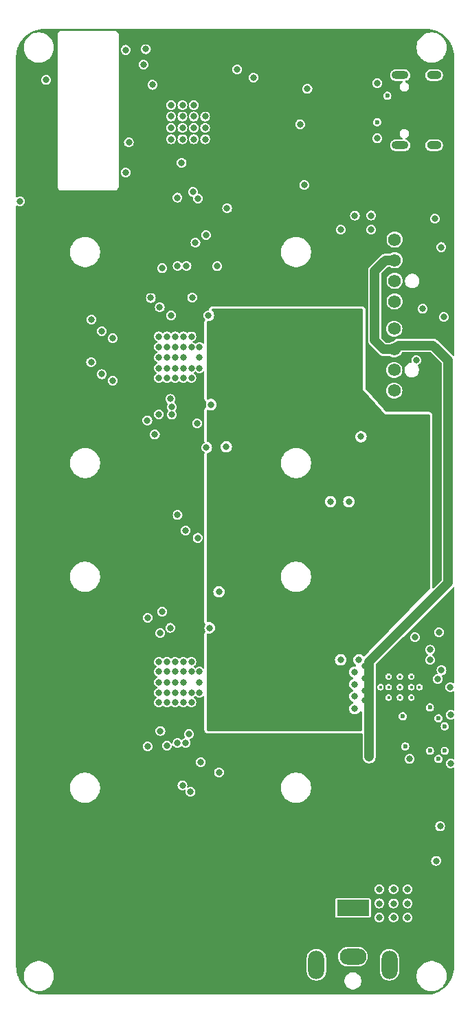
<source format=gbr>
%TF.GenerationSoftware,KiCad,Pcbnew,8.0.4*%
%TF.CreationDate,2024-10-26T18:49:35+02:00*%
%TF.ProjectId,BitForgeNano,42697446-6f72-4676-954e-616e6f2e6b69,rev?*%
%TF.SameCoordinates,Original*%
%TF.FileFunction,Copper,L3,Inr*%
%TF.FilePolarity,Positive*%
%FSLAX46Y46*%
G04 Gerber Fmt 4.6, Leading zero omitted, Abs format (unit mm)*
G04 Created by KiCad (PCBNEW 8.0.4) date 2024-10-26 18:49:35*
%MOMM*%
%LPD*%
G01*
G04 APERTURE LIST*
%TA.AperFunction,ComponentPad*%
%ADD10O,2.100000X1.000000*%
%TD*%
%TA.AperFunction,ComponentPad*%
%ADD11O,1.800000X1.000000*%
%TD*%
%TA.AperFunction,ComponentPad*%
%ADD12R,4.000000X2.000000*%
%TD*%
%TA.AperFunction,ComponentPad*%
%ADD13O,2.000000X3.500000*%
%TD*%
%TA.AperFunction,ComponentPad*%
%ADD14O,3.300000X2.000000*%
%TD*%
%TA.AperFunction,ComponentPad*%
%ADD15C,1.574800*%
%TD*%
%TA.AperFunction,ComponentPad*%
%ADD16C,0.400000*%
%TD*%
%TA.AperFunction,ViaPad*%
%ADD17C,0.800000*%
%TD*%
%TA.AperFunction,ViaPad*%
%ADD18C,0.600000*%
%TD*%
%TA.AperFunction,Conductor*%
%ADD19C,1.200000*%
%TD*%
G04 APERTURE END LIST*
D10*
%TO.N,GND*%
%TO.C,J5*%
X92830000Y-60845000D03*
D11*
X97010000Y-60845000D03*
D10*
X92830000Y-52205000D03*
D11*
X97010000Y-52205000D03*
%TD*%
D12*
%TO.N,+5V*%
%TO.C,J1*%
X87000000Y-154800000D03*
D13*
%TO.N,GND*%
X82500000Y-161800000D03*
D14*
X87000000Y-160800000D03*
D13*
X91500000Y-161800000D03*
%TD*%
D15*
%TO.N,GND*%
%TO.C,J8*%
X92100000Y-83460000D03*
%TO.N,/5V*%
X92100000Y-86000000D03*
%TO.N,/Fan/FAN2_TACH*%
X92100000Y-88540000D03*
%TO.N,/Fan/FAN2_PWM*%
X92100000Y-91080000D03*
%TD*%
D16*
%TO.N,GND*%
%TO.C,U12*%
X94200000Y-126320000D03*
X92800000Y-126320000D03*
X91400000Y-126320000D03*
X95200000Y-127600000D03*
X94200000Y-127600000D03*
X92800000Y-127600000D03*
X91400000Y-127600000D03*
X90400000Y-127600000D03*
X94200000Y-128880000D03*
X92800000Y-128880000D03*
X91400000Y-128880000D03*
%TD*%
D15*
%TO.N,GND*%
%TO.C,J6*%
X92138851Y-72479400D03*
%TO.N,/5V*%
X92138851Y-75019400D03*
%TO.N,/Fan/FAN1_TACH*%
X92138851Y-77559400D03*
%TO.N,/Fan/FAN1_PWM*%
X92138851Y-80099400D03*
%TD*%
D17*
%TO.N,GND*%
X87250000Y-130250000D03*
X88500000Y-129250000D03*
X88500000Y-125000000D03*
X88500000Y-128000000D03*
X88500000Y-126500000D03*
X87250000Y-128750000D03*
X87250000Y-127250000D03*
X87250000Y-125750000D03*
X64500000Y-120300000D03*
X64600000Y-58700000D03*
X66000000Y-60100000D03*
X63100000Y-124500000D03*
X65100000Y-84400000D03*
X67100000Y-125700000D03*
X57400000Y-89850000D03*
X65100000Y-89500000D03*
X67100000Y-88300000D03*
X65100000Y-127000000D03*
X65100000Y-129500000D03*
X69306000Y-120300000D03*
X65100000Y-128300000D03*
X64100000Y-127000000D03*
X64100000Y-88300000D03*
X63100000Y-125700000D03*
X71400000Y-97987500D03*
X67100000Y-124500000D03*
X66100000Y-88300000D03*
X67400000Y-55900000D03*
X65100000Y-124500000D03*
X97916431Y-125529246D03*
X66100000Y-87000000D03*
X59400000Y-60500000D03*
X65100000Y-125700000D03*
X67100000Y-89500000D03*
X68100000Y-87000000D03*
X68800000Y-60100000D03*
X94800000Y-87325000D03*
X65100000Y-85700000D03*
X63500000Y-118305000D03*
X59000000Y-64200000D03*
X67100000Y-128300000D03*
X59000000Y-49100000D03*
X90000000Y-60000000D03*
X64600000Y-57300000D03*
X71500000Y-68600000D03*
X67100000Y-85700000D03*
X57400000Y-84620000D03*
X46000000Y-67750000D03*
X66100000Y-89500000D03*
X97900000Y-73400000D03*
X64600000Y-55900000D03*
X63100000Y-85700000D03*
X68100000Y-128300000D03*
X64100000Y-89500000D03*
X63500000Y-76000000D03*
X66000000Y-58700000D03*
X65400000Y-75700000D03*
X68800000Y-58700000D03*
X68250000Y-136850000D03*
X64600000Y-81800000D03*
X81000000Y-65750000D03*
X64100000Y-124500000D03*
X66100000Y-129500000D03*
X70500000Y-138100000D03*
X64500000Y-92100000D03*
X68945000Y-98080000D03*
X63100000Y-88300000D03*
X70300000Y-75750000D03*
X63100000Y-129500000D03*
X68100000Y-125700000D03*
X54800000Y-82300000D03*
X69500000Y-92800000D03*
X64600000Y-60100000D03*
X63100000Y-89500000D03*
X63100000Y-128300000D03*
X66100000Y-128300000D03*
X54750000Y-87550000D03*
X69206000Y-81800000D03*
X64100000Y-84400000D03*
X81400000Y-53900000D03*
X65100000Y-87000000D03*
X67400000Y-58700000D03*
X66000000Y-57300000D03*
X66100000Y-84400000D03*
X68800000Y-57300000D03*
X66100000Y-127000000D03*
X61200000Y-50900000D03*
X64100000Y-85700000D03*
X63100000Y-84400000D03*
X68100000Y-85700000D03*
X66100000Y-125700000D03*
X63100000Y-127000000D03*
X66000000Y-55900000D03*
X67400000Y-60100000D03*
X70500000Y-115855000D03*
X65375000Y-67300000D03*
X64100000Y-129500000D03*
X64100000Y-87000000D03*
X66400000Y-108300000D03*
X67100000Y-84400000D03*
X68100000Y-127000000D03*
X66100000Y-124500000D03*
X67400000Y-57300000D03*
X65100000Y-88300000D03*
X90000000Y-53200000D03*
X64100000Y-125700000D03*
X66100000Y-85700000D03*
X68100000Y-88300000D03*
X67100000Y-129500000D03*
X97100000Y-69900000D03*
X63100000Y-87000000D03*
X64100000Y-128300000D03*
%TO.N,/5V*%
X89000000Y-134700000D03*
X80500000Y-58250000D03*
X56075000Y-83750000D03*
X89000000Y-136200000D03*
X89000000Y-131700000D03*
X56075000Y-89050000D03*
X89000000Y-133150000D03*
%TO.N,VDD*%
X92500000Y-110000000D03*
X72600000Y-84500000D03*
X91000000Y-110000000D03*
X70600000Y-128300000D03*
X96000000Y-104000000D03*
X95500000Y-110000000D03*
X90500000Y-105500000D03*
X90500000Y-108500000D03*
X91000000Y-96500000D03*
X71600000Y-128300000D03*
X69600000Y-128300000D03*
X71600000Y-85680000D03*
X92500000Y-116000000D03*
X94000000Y-110000000D03*
X94000000Y-108500000D03*
X71600000Y-87000000D03*
X70600000Y-124500000D03*
X70600000Y-89500000D03*
X69600000Y-127000000D03*
X90500000Y-107000000D03*
X94000000Y-104000000D03*
X69600000Y-85680000D03*
X96000000Y-102500000D03*
X72600000Y-128300000D03*
X72600000Y-87000000D03*
X94000000Y-99500000D03*
X70600000Y-88300000D03*
X94000000Y-113000000D03*
X92500000Y-108500000D03*
X70600000Y-84400000D03*
X92500000Y-102500000D03*
X70600000Y-85680000D03*
X92500000Y-95000000D03*
X72600000Y-88300000D03*
X72600000Y-85700000D03*
X94000000Y-96500000D03*
X92500000Y-104000000D03*
X96000000Y-107000000D03*
X71600000Y-124500000D03*
X92500000Y-105500000D03*
X92500000Y-114500000D03*
X94000000Y-116000000D03*
X70600000Y-127000000D03*
X72600000Y-89500000D03*
X91000000Y-114500000D03*
X92500000Y-99500000D03*
X91000000Y-95000000D03*
X71600000Y-89500000D03*
X91000000Y-116000000D03*
X94000000Y-95000000D03*
X94000000Y-105500000D03*
X94000000Y-107000000D03*
X72600000Y-129500000D03*
X94000000Y-111500000D03*
X69600000Y-88300000D03*
X70600000Y-129500000D03*
X94000000Y-98000000D03*
X71600000Y-127000000D03*
X72600000Y-125700000D03*
X92500000Y-107000000D03*
X90500000Y-102500000D03*
X92500000Y-101000000D03*
X94000000Y-101000000D03*
X72600000Y-124500000D03*
X71600000Y-125700000D03*
X69600000Y-125700000D03*
X69600000Y-87000000D03*
X96000000Y-105500000D03*
X71600000Y-129500000D03*
X94000000Y-114500000D03*
X92500000Y-98000000D03*
X70600000Y-87000000D03*
X94000000Y-102500000D03*
X96000000Y-108500000D03*
X92500000Y-96500000D03*
X72600000Y-127000000D03*
X99000000Y-127600000D03*
X71600000Y-84400000D03*
X90500000Y-104000000D03*
X95500000Y-95000000D03*
X71600000Y-88300000D03*
X70600000Y-125700000D03*
%TO.N,/Domain/0V8*%
X63280000Y-133000000D03*
X62600000Y-96487500D03*
X63260000Y-120955000D03*
X63100000Y-93987500D03*
X63200000Y-80800000D03*
D18*
%TO.N,Net-(J5-CC1)*%
X90000000Y-58000000D03*
%TO.N,Net-(J5-CC2)*%
X91250000Y-54750000D03*
D17*
%TO.N,/ESP32/IO0*%
X49200000Y-52800000D03*
X62300000Y-53400000D03*
%TO.N,/Domain/1V2*%
X61700000Y-134900000D03*
X62100000Y-79650000D03*
X61670000Y-94737500D03*
X67797488Y-95102512D03*
X61700000Y-119055000D03*
%TO.N,/Power/AGND*%
X99050000Y-137000000D03*
X97457193Y-126607193D03*
X94000000Y-136450000D03*
%TO.N,Net-(U3-RI)*%
X66000000Y-139700000D03*
%TO.N,Net-(U12-BP1V5)*%
X94650000Y-121450000D03*
X99050000Y-131000000D03*
D18*
%TO.N,Net-(U12-EN{slash}UVLO)*%
X93150000Y-131200000D03*
X93450000Y-134900000D03*
D17*
%TO.N,/Domain/I_RO*%
X66500000Y-75700000D03*
%TO.N,/Domain/CLKI*%
X67198000Y-79600000D03*
%TO.N,/TX*%
X67300000Y-66600000D03*
%TO.N,/RX*%
X67917500Y-67400000D03*
%TO.N,/RST*%
X65900000Y-63000000D03*
%TO.N,/Domain/I_CI*%
X67600000Y-72850000D03*
%TO.N,/Domain/I_NRSTI*%
X68900000Y-71900000D03*
D18*
%TO.N,Net-(U12-MSEL1)*%
X96500000Y-135450000D03*
X96500000Y-130100000D03*
D17*
%TO.N,/ESP32/VDD_SAMPLE_0*%
X61500000Y-49000000D03*
%TO.N,/Fan/FAN1_TACH*%
X98200000Y-82000000D03*
%TO.N,/Fan/FAN1_PWM*%
X95600000Y-81000000D03*
D18*
%TO.N,Net-(U12-ADRSEL)*%
X97540000Y-136450000D03*
X97540000Y-131450000D03*
%TO.N,Net-(U12-VSEL)*%
X98330000Y-132432407D03*
X98330000Y-135450000D03*
D17*
%TO.N,/SCL*%
X84250000Y-104750000D03*
X87250000Y-69500000D03*
X96500000Y-123000000D03*
X89250000Y-69500000D03*
X65400000Y-106400000D03*
X86500000Y-104750000D03*
X97750000Y-144750000D03*
X72750000Y-51500000D03*
%TO.N,/SDA*%
X85500000Y-124250000D03*
X85500000Y-71250000D03*
X67875000Y-109212500D03*
X74750000Y-52500000D03*
X89250000Y-71250000D03*
X96500000Y-124250000D03*
X97250000Y-149000000D03*
X87750000Y-124250000D03*
%TO.N,Net-(U3-CO)*%
X67000000Y-140500000D03*
%TO.N,Net-(U3-CLKO)*%
X66800000Y-133400000D03*
%TO.N,Net-(U3-BO)*%
X66400000Y-134500000D03*
%TO.N,Net-(U3-TEMP_N)*%
X65400000Y-134500000D03*
%TO.N,3V3*%
X67600000Y-108300000D03*
X66900000Y-70300000D03*
D18*
X71400000Y-53000000D03*
D17*
X82000000Y-62500000D03*
X48750000Y-58000000D03*
X97000000Y-87900000D03*
X97400000Y-76750000D03*
D18*
X60250000Y-63750000D03*
D17*
X99100000Y-149500000D03*
X80500000Y-61000000D03*
X47750000Y-68000000D03*
X96000000Y-121450000D03*
X69850000Y-74450000D03*
X79000000Y-62500000D03*
X80500000Y-62500000D03*
X82000000Y-61000000D03*
X99000000Y-71700000D03*
%TO.N,Net-(U3-TEMP_P)*%
X64100000Y-134800000D03*
%TO.N,+5V*%
X93750000Y-152500000D03*
X93750000Y-154250000D03*
X90250000Y-152500000D03*
X92000000Y-152500000D03*
X92000000Y-154250000D03*
X90250000Y-156000000D03*
X90250000Y-154250000D03*
X92000000Y-156000000D03*
X93750000Y-156000000D03*
%TO.N,/Power/PGOOD*%
X97600000Y-120850000D03*
X88000000Y-96750000D03*
%TO.N,Net-(U9-TEMP_N)*%
X64700000Y-94037500D03*
%TO.N,Net-(U9-TEMP_P)*%
X64700000Y-93087497D03*
%TD*%
D19*
%TO.N,/5V*%
X89000000Y-131700000D02*
X89000000Y-133150000D01*
X98750000Y-114750000D02*
X98750000Y-87350000D01*
X89000000Y-136200000D02*
X89000000Y-134700000D01*
X89000000Y-133150000D02*
X89000000Y-134700000D01*
X89000000Y-134700000D02*
X89000000Y-134850000D01*
X89000000Y-124500000D02*
X98750000Y-114750000D01*
X89700000Y-76300000D02*
X89700000Y-84900000D01*
X92138851Y-75019400D02*
X90980600Y-75019400D01*
X90980600Y-75019400D02*
X89700000Y-76300000D01*
X89700000Y-84900000D02*
X90800000Y-86000000D01*
X96900000Y-85500000D02*
X92600000Y-85500000D01*
X89000000Y-131700000D02*
X89000000Y-124500000D01*
X90800000Y-86000000D02*
X92100000Y-86000000D01*
X92600000Y-85500000D02*
X92100000Y-86000000D01*
X98750000Y-87350000D02*
X96900000Y-85500000D01*
%TD*%
%TA.AperFunction,Conductor*%
%TO.N,3V3*%
G36*
X95914419Y-46500519D02*
G01*
X95914423Y-46500521D01*
X95934111Y-46500521D01*
X95997567Y-46500521D01*
X96002424Y-46500640D01*
X96031046Y-46502046D01*
X96338175Y-46517134D01*
X96347817Y-46518084D01*
X96677915Y-46567050D01*
X96687421Y-46568940D01*
X97011143Y-46650029D01*
X97020414Y-46652842D01*
X97334623Y-46765267D01*
X97343592Y-46768982D01*
X97645259Y-46911662D01*
X97653819Y-46916238D01*
X97940007Y-47087773D01*
X97940044Y-47087795D01*
X97948122Y-47093193D01*
X98216144Y-47291973D01*
X98223654Y-47298136D01*
X98470914Y-47522240D01*
X98477764Y-47529089D01*
X98701880Y-47776365D01*
X98708034Y-47783864D01*
X98906822Y-48051901D01*
X98912219Y-48059979D01*
X99041766Y-48276117D01*
X99083769Y-48346194D01*
X99088346Y-48354757D01*
X99225802Y-48645384D01*
X99231023Y-48656423D01*
X99234741Y-48665399D01*
X99347159Y-48979592D01*
X99349979Y-48988889D01*
X99431057Y-49312578D01*
X99432953Y-49322107D01*
X99481916Y-49652199D01*
X99482868Y-49661868D01*
X99489826Y-49803504D01*
X99499381Y-49998033D01*
X99499500Y-50002869D01*
X99499500Y-86728414D01*
X99480593Y-86786605D01*
X99431093Y-86822569D01*
X99369907Y-86822569D01*
X99330496Y-86798418D01*
X97410292Y-84878214D01*
X97410289Y-84878211D01*
X97335565Y-84828282D01*
X97279185Y-84790609D01*
X97279174Y-84790603D01*
X97133497Y-84730263D01*
X96978844Y-84699500D01*
X96978842Y-84699500D01*
X92678843Y-84699500D01*
X92521158Y-84699500D01*
X92521155Y-84699500D01*
X92366504Y-84730261D01*
X92220821Y-84790605D01*
X92089709Y-84878212D01*
X91970418Y-84997502D01*
X91915901Y-85025279D01*
X91910128Y-85026020D01*
X91906347Y-85026392D01*
X91906330Y-85026396D01*
X91720117Y-85082883D01*
X91548498Y-85174616D01*
X91548497Y-85174617D01*
X91545557Y-85177029D01*
X91488582Y-85199328D01*
X91482755Y-85199500D01*
X91172586Y-85199500D01*
X91114395Y-85180593D01*
X91102582Y-85170504D01*
X90529496Y-84597418D01*
X90501719Y-84542901D01*
X90500500Y-84527414D01*
X90500500Y-83459995D01*
X91107320Y-83459995D01*
X91107320Y-83460004D01*
X91126392Y-83653656D01*
X91126393Y-83653662D01*
X91182883Y-83839882D01*
X91274618Y-84011505D01*
X91343521Y-84095464D01*
X91398069Y-84161931D01*
X91548494Y-84285380D01*
X91548494Y-84285381D01*
X91548495Y-84285381D01*
X91548497Y-84285383D01*
X91720118Y-84377117D01*
X91849848Y-84416470D01*
X91906337Y-84433606D01*
X91906343Y-84433607D01*
X92099996Y-84452680D01*
X92100000Y-84452680D01*
X92100004Y-84452680D01*
X92293656Y-84433607D01*
X92293662Y-84433606D01*
X92479882Y-84377117D01*
X92651503Y-84285383D01*
X92801931Y-84161931D01*
X92925383Y-84011503D01*
X93017117Y-83839882D01*
X93073606Y-83653662D01*
X93079558Y-83593238D01*
X93092680Y-83460004D01*
X93092680Y-83459995D01*
X93073607Y-83266343D01*
X93073606Y-83266337D01*
X93056470Y-83209848D01*
X93017117Y-83080118D01*
X92925383Y-82908497D01*
X92906134Y-82885042D01*
X92801935Y-82758074D01*
X92801931Y-82758069D01*
X92651505Y-82634618D01*
X92479882Y-82542883D01*
X92293662Y-82486393D01*
X92293656Y-82486392D01*
X92100004Y-82467320D01*
X92099996Y-82467320D01*
X91906343Y-82486392D01*
X91906337Y-82486393D01*
X91720117Y-82542883D01*
X91548494Y-82634618D01*
X91548494Y-82634619D01*
X91398074Y-82758064D01*
X91398064Y-82758074D01*
X91274619Y-82908494D01*
X91274618Y-82908494D01*
X91182883Y-83080117D01*
X91126393Y-83266337D01*
X91126392Y-83266343D01*
X91107320Y-83459995D01*
X90500500Y-83459995D01*
X90500500Y-81999999D01*
X97594318Y-81999999D01*
X97594318Y-82000000D01*
X97614955Y-82156758D01*
X97614957Y-82156766D01*
X97675462Y-82302838D01*
X97675462Y-82302839D01*
X97738540Y-82385044D01*
X97771718Y-82428282D01*
X97897159Y-82524536D01*
X97897160Y-82524536D01*
X97897161Y-82524537D01*
X98043233Y-82585042D01*
X98043238Y-82585044D01*
X98160809Y-82600522D01*
X98199999Y-82605682D01*
X98200000Y-82605682D01*
X98200001Y-82605682D01*
X98231352Y-82601554D01*
X98356762Y-82585044D01*
X98502841Y-82524536D01*
X98628282Y-82428282D01*
X98724536Y-82302841D01*
X98785044Y-82156762D01*
X98805682Y-82000000D01*
X98785044Y-81843238D01*
X98731908Y-81714956D01*
X98724537Y-81697161D01*
X98724537Y-81697160D01*
X98628286Y-81571723D01*
X98628285Y-81571722D01*
X98628282Y-81571718D01*
X98628277Y-81571714D01*
X98628276Y-81571713D01*
X98531116Y-81497160D01*
X98502841Y-81475464D01*
X98502840Y-81475463D01*
X98502838Y-81475462D01*
X98356766Y-81414957D01*
X98356758Y-81414955D01*
X98200001Y-81394318D01*
X98199999Y-81394318D01*
X98043241Y-81414955D01*
X98043233Y-81414957D01*
X97897161Y-81475462D01*
X97897160Y-81475462D01*
X97771723Y-81571713D01*
X97771713Y-81571723D01*
X97675462Y-81697160D01*
X97675462Y-81697161D01*
X97614957Y-81843233D01*
X97614955Y-81843241D01*
X97594318Y-81999999D01*
X90500500Y-81999999D01*
X90500500Y-80099395D01*
X91146171Y-80099395D01*
X91146171Y-80099404D01*
X91165243Y-80293056D01*
X91165244Y-80293062D01*
X91221734Y-80479282D01*
X91313469Y-80650905D01*
X91417318Y-80777446D01*
X91436920Y-80801331D01*
X91587345Y-80924780D01*
X91587345Y-80924781D01*
X91587346Y-80924781D01*
X91587348Y-80924783D01*
X91758969Y-81016517D01*
X91888699Y-81055870D01*
X91945188Y-81073006D01*
X91945194Y-81073007D01*
X92138847Y-81092080D01*
X92138851Y-81092080D01*
X92138855Y-81092080D01*
X92332507Y-81073007D01*
X92332513Y-81073006D01*
X92518733Y-81016517D01*
X92549636Y-80999999D01*
X94994318Y-80999999D01*
X94994318Y-81000000D01*
X95014955Y-81156758D01*
X95014957Y-81156766D01*
X95075462Y-81302838D01*
X95075462Y-81302839D01*
X95161493Y-81414957D01*
X95171718Y-81428282D01*
X95297159Y-81524536D01*
X95443238Y-81585044D01*
X95560809Y-81600522D01*
X95599999Y-81605682D01*
X95600000Y-81605682D01*
X95600001Y-81605682D01*
X95631352Y-81601554D01*
X95756762Y-81585044D01*
X95902841Y-81524536D01*
X96028282Y-81428282D01*
X96124536Y-81302841D01*
X96185044Y-81156762D01*
X96205682Y-81000000D01*
X96185044Y-80843238D01*
X96167134Y-80799999D01*
X96124537Y-80697161D01*
X96124537Y-80697160D01*
X96028286Y-80571723D01*
X96028285Y-80571722D01*
X96028282Y-80571718D01*
X96028277Y-80571714D01*
X96028276Y-80571713D01*
X95931116Y-80497160D01*
X95902841Y-80475464D01*
X95902840Y-80475463D01*
X95902838Y-80475462D01*
X95756766Y-80414957D01*
X95756758Y-80414955D01*
X95600001Y-80394318D01*
X95599999Y-80394318D01*
X95443241Y-80414955D01*
X95443233Y-80414957D01*
X95297161Y-80475462D01*
X95297160Y-80475462D01*
X95171723Y-80571713D01*
X95171713Y-80571723D01*
X95075462Y-80697160D01*
X95075462Y-80697161D01*
X95014957Y-80843233D01*
X95014955Y-80843241D01*
X94994318Y-80999999D01*
X92549636Y-80999999D01*
X92690354Y-80924783D01*
X92840782Y-80801331D01*
X92964234Y-80650903D01*
X93055968Y-80479282D01*
X93112457Y-80293062D01*
X93114191Y-80275464D01*
X93131531Y-80099404D01*
X93131531Y-80099395D01*
X93112458Y-79905743D01*
X93112457Y-79905737D01*
X93067267Y-79756766D01*
X93055968Y-79719518D01*
X92964234Y-79547897D01*
X92919379Y-79493241D01*
X92840786Y-79397474D01*
X92840782Y-79397469D01*
X92690356Y-79274018D01*
X92518733Y-79182283D01*
X92332513Y-79125793D01*
X92332507Y-79125792D01*
X92138855Y-79106720D01*
X92138847Y-79106720D01*
X91945194Y-79125792D01*
X91945188Y-79125793D01*
X91758968Y-79182283D01*
X91587345Y-79274018D01*
X91587345Y-79274019D01*
X91436925Y-79397464D01*
X91436915Y-79397474D01*
X91313470Y-79547894D01*
X91313469Y-79547894D01*
X91221734Y-79719517D01*
X91165244Y-79905737D01*
X91165243Y-79905743D01*
X91146171Y-80099395D01*
X90500500Y-80099395D01*
X90500500Y-77559395D01*
X91146171Y-77559395D01*
X91146171Y-77559404D01*
X91165243Y-77753056D01*
X91165244Y-77753062D01*
X91221734Y-77939282D01*
X91313469Y-78110905D01*
X91330755Y-78131968D01*
X91436920Y-78261331D01*
X91587345Y-78384780D01*
X91587345Y-78384781D01*
X91587346Y-78384781D01*
X91587348Y-78384783D01*
X91758969Y-78476517D01*
X91888699Y-78515870D01*
X91945188Y-78533006D01*
X91945194Y-78533007D01*
X92138847Y-78552080D01*
X92138851Y-78552080D01*
X92138855Y-78552080D01*
X92332507Y-78533007D01*
X92332513Y-78533006D01*
X92518733Y-78476517D01*
X92690354Y-78384783D01*
X92840782Y-78261331D01*
X92964234Y-78110903D01*
X93055968Y-77939282D01*
X93112457Y-77753062D01*
X93122819Y-77647863D01*
X93131531Y-77559404D01*
X93131531Y-77559395D01*
X93122818Y-77470932D01*
X93400652Y-77470932D01*
X93400652Y-77647867D01*
X93435169Y-77821394D01*
X93435169Y-77821396D01*
X93502875Y-77984854D01*
X93502875Y-77984855D01*
X93587099Y-78110903D01*
X93601175Y-78131969D01*
X93726283Y-78257077D01*
X93873395Y-78355375D01*
X94036857Y-78423083D01*
X94210387Y-78457600D01*
X94210388Y-78457600D01*
X94387316Y-78457600D01*
X94387317Y-78457600D01*
X94560847Y-78423083D01*
X94724309Y-78355375D01*
X94871421Y-78257077D01*
X94996529Y-78131969D01*
X95094827Y-77984857D01*
X95162535Y-77821395D01*
X95197052Y-77647865D01*
X95197052Y-77470935D01*
X95162535Y-77297405D01*
X95094828Y-77133945D01*
X95094828Y-77133944D01*
X94996529Y-76986831D01*
X94871420Y-76861722D01*
X94724306Y-76763423D01*
X94560847Y-76695717D01*
X94387319Y-76661200D01*
X94387317Y-76661200D01*
X94210387Y-76661200D01*
X94210384Y-76661200D01*
X94036857Y-76695717D01*
X94036855Y-76695717D01*
X93873397Y-76763423D01*
X93873396Y-76763423D01*
X93726283Y-76861722D01*
X93601174Y-76986831D01*
X93502875Y-77133944D01*
X93502875Y-77133945D01*
X93435169Y-77297403D01*
X93435169Y-77297405D01*
X93400652Y-77470932D01*
X93122818Y-77470932D01*
X93112458Y-77365743D01*
X93112457Y-77365737D01*
X93091728Y-77297403D01*
X93055968Y-77179518D01*
X92964234Y-77007897D01*
X92840782Y-76857469D01*
X92690356Y-76734018D01*
X92518733Y-76642283D01*
X92332513Y-76585793D01*
X92332507Y-76585792D01*
X92138855Y-76566720D01*
X92138847Y-76566720D01*
X91945194Y-76585792D01*
X91945188Y-76585793D01*
X91758968Y-76642283D01*
X91587345Y-76734018D01*
X91587345Y-76734019D01*
X91436925Y-76857464D01*
X91436915Y-76857474D01*
X91313470Y-77007894D01*
X91313469Y-77007894D01*
X91221734Y-77179517D01*
X91165244Y-77365737D01*
X91165243Y-77365743D01*
X91146171Y-77559395D01*
X90500500Y-77559395D01*
X90500500Y-76672586D01*
X90519407Y-76614395D01*
X90529496Y-76602582D01*
X91283182Y-75848896D01*
X91337699Y-75821119D01*
X91353186Y-75819900D01*
X91521606Y-75819900D01*
X91579797Y-75838807D01*
X91584392Y-75842357D01*
X91587348Y-75844783D01*
X91758969Y-75936517D01*
X91888699Y-75975870D01*
X91945188Y-75993006D01*
X91945194Y-75993007D01*
X92138847Y-76012080D01*
X92138851Y-76012080D01*
X92138855Y-76012080D01*
X92332507Y-75993007D01*
X92332513Y-75993006D01*
X92518733Y-75936517D01*
X92690354Y-75844783D01*
X92840782Y-75721331D01*
X92964234Y-75570903D01*
X93055968Y-75399282D01*
X93112457Y-75213062D01*
X93116161Y-75175462D01*
X93131531Y-75019404D01*
X93131531Y-75019395D01*
X93112458Y-74825743D01*
X93112457Y-74825737D01*
X93095321Y-74769248D01*
X93055968Y-74639518D01*
X92964234Y-74467897D01*
X92840782Y-74317469D01*
X92690356Y-74194018D01*
X92518733Y-74102283D01*
X92332513Y-74045793D01*
X92332507Y-74045792D01*
X92138855Y-74026720D01*
X92138847Y-74026720D01*
X91945194Y-74045792D01*
X91945188Y-74045793D01*
X91758968Y-74102283D01*
X91587349Y-74194016D01*
X91586833Y-74194438D01*
X91584408Y-74196429D01*
X91527433Y-74218728D01*
X91521606Y-74218900D01*
X90901755Y-74218900D01*
X90747103Y-74249663D01*
X90747101Y-74249663D01*
X90601425Y-74310003D01*
X90601414Y-74310009D01*
X90470311Y-74397611D01*
X90470307Y-74397614D01*
X89078214Y-75789707D01*
X89078211Y-75789711D01*
X88990609Y-75920814D01*
X88990603Y-75920825D01*
X88930263Y-76066501D01*
X88930263Y-76066503D01*
X88899500Y-76221155D01*
X88899500Y-84978844D01*
X88913313Y-85048286D01*
X88926443Y-85114295D01*
X88930263Y-85133496D01*
X88930263Y-85133498D01*
X88990603Y-85279174D01*
X88990609Y-85279185D01*
X89043312Y-85358059D01*
X89078211Y-85410289D01*
X90178211Y-86510289D01*
X90289711Y-86621789D01*
X90354653Y-86665182D01*
X90420814Y-86709390D01*
X90420825Y-86709396D01*
X90466740Y-86728414D01*
X90566503Y-86769737D01*
X90721158Y-86800500D01*
X91482755Y-86800500D01*
X91540946Y-86819407D01*
X91545541Y-86822957D01*
X91548497Y-86825383D01*
X91720118Y-86917117D01*
X91849848Y-86956470D01*
X91906337Y-86973606D01*
X91906343Y-86973607D01*
X92099996Y-86992680D01*
X92100000Y-86992680D01*
X92100004Y-86992680D01*
X92293656Y-86973607D01*
X92293662Y-86973606D01*
X92322177Y-86964956D01*
X92479882Y-86917117D01*
X92651503Y-86825383D01*
X92801931Y-86701931D01*
X92925383Y-86551503D01*
X93017117Y-86379882D01*
X93019883Y-86370761D01*
X93054866Y-86320566D01*
X93112674Y-86300519D01*
X93114620Y-86300500D01*
X96527414Y-86300500D01*
X96585605Y-86319407D01*
X96597418Y-86329496D01*
X97920504Y-87652582D01*
X97948281Y-87707099D01*
X97949500Y-87722586D01*
X97949500Y-114377413D01*
X97930593Y-114435604D01*
X97920504Y-114447417D01*
X96974504Y-115393417D01*
X96919987Y-115421194D01*
X96859555Y-115411623D01*
X96816290Y-115368358D01*
X96805500Y-115323413D01*
X96805500Y-94124003D01*
X96805500Y-94124000D01*
X96798518Y-94059059D01*
X96787312Y-94007548D01*
X96776354Y-93969342D01*
X96719675Y-93872429D01*
X96673920Y-93819625D01*
X96629187Y-93777447D01*
X96626058Y-93775856D01*
X96529114Y-93726562D01*
X96529107Y-93726559D01*
X96462078Y-93706877D01*
X96462068Y-93706875D01*
X96397762Y-93697629D01*
X96376000Y-93694500D01*
X96375999Y-93694500D01*
X91177939Y-93694500D01*
X91119748Y-93675593D01*
X91104961Y-93662397D01*
X91010381Y-93559218D01*
X90773662Y-93300980D01*
X90773661Y-93300976D01*
X88737762Y-91079995D01*
X91107320Y-91079995D01*
X91107320Y-91080004D01*
X91126392Y-91273656D01*
X91126393Y-91273662D01*
X91182883Y-91459882D01*
X91274618Y-91631505D01*
X91307616Y-91671713D01*
X91398069Y-91781931D01*
X91548494Y-91905380D01*
X91548494Y-91905381D01*
X91548495Y-91905381D01*
X91548497Y-91905383D01*
X91720118Y-91997117D01*
X91849848Y-92036470D01*
X91906337Y-92053606D01*
X91906343Y-92053607D01*
X92099996Y-92072680D01*
X92100000Y-92072680D01*
X92100004Y-92072680D01*
X92293656Y-92053607D01*
X92293662Y-92053606D01*
X92479882Y-91997117D01*
X92651503Y-91905383D01*
X92801931Y-91781931D01*
X92925383Y-91631503D01*
X93017117Y-91459882D01*
X93073606Y-91273662D01*
X93092680Y-91080000D01*
X93092680Y-91079995D01*
X93073607Y-90886343D01*
X93073606Y-90886337D01*
X93056470Y-90829848D01*
X93017117Y-90700118D01*
X92925383Y-90528497D01*
X92801931Y-90378069D01*
X92651505Y-90254618D01*
X92479882Y-90162883D01*
X92293662Y-90106393D01*
X92293656Y-90106392D01*
X92100004Y-90087320D01*
X92099996Y-90087320D01*
X91906343Y-90106392D01*
X91906337Y-90106393D01*
X91720117Y-90162883D01*
X91548494Y-90254618D01*
X91548494Y-90254619D01*
X91398074Y-90378064D01*
X91398064Y-90378074D01*
X91274619Y-90528494D01*
X91274618Y-90528494D01*
X91182883Y-90700117D01*
X91126393Y-90886337D01*
X91126392Y-90886343D01*
X91107320Y-91079995D01*
X88737762Y-91079995D01*
X88581522Y-90909551D01*
X88556138Y-90853879D01*
X88555500Y-90842654D01*
X88555500Y-88539995D01*
X91107320Y-88539995D01*
X91107320Y-88540004D01*
X91126392Y-88733656D01*
X91126393Y-88733662D01*
X91182883Y-88919882D01*
X91274618Y-89091505D01*
X91369207Y-89206762D01*
X91398069Y-89241931D01*
X91548494Y-89365380D01*
X91548494Y-89365381D01*
X91548495Y-89365381D01*
X91548497Y-89365383D01*
X91720118Y-89457117D01*
X91849848Y-89496470D01*
X91906337Y-89513606D01*
X91906343Y-89513607D01*
X92099996Y-89532680D01*
X92100000Y-89532680D01*
X92100004Y-89532680D01*
X92293656Y-89513607D01*
X92293662Y-89513606D01*
X92479882Y-89457117D01*
X92651503Y-89365383D01*
X92801931Y-89241931D01*
X92925383Y-89091503D01*
X93017117Y-88919882D01*
X93073606Y-88733662D01*
X93074136Y-88728286D01*
X93092680Y-88540004D01*
X93092680Y-88539995D01*
X93083967Y-88451532D01*
X93361801Y-88451532D01*
X93361801Y-88628467D01*
X93396318Y-88801994D01*
X93396318Y-88801996D01*
X93464024Y-88965454D01*
X93464024Y-88965455D01*
X93554734Y-89101210D01*
X93562324Y-89112569D01*
X93687432Y-89237677D01*
X93834544Y-89335975D01*
X93998006Y-89403683D01*
X94171536Y-89438200D01*
X94171537Y-89438200D01*
X94348465Y-89438200D01*
X94348466Y-89438200D01*
X94521996Y-89403683D01*
X94685458Y-89335975D01*
X94832570Y-89237677D01*
X94957678Y-89112569D01*
X95055976Y-88965457D01*
X95123684Y-88801995D01*
X95158201Y-88628465D01*
X95158201Y-88451535D01*
X95123684Y-88278005D01*
X95055976Y-88114543D01*
X94994465Y-88022487D01*
X94977857Y-87963600D01*
X94999034Y-87906196D01*
X95038892Y-87876024D01*
X95102841Y-87849536D01*
X95228282Y-87753282D01*
X95324536Y-87627841D01*
X95385044Y-87481762D01*
X95405682Y-87325000D01*
X95402764Y-87302839D01*
X95385044Y-87168241D01*
X95385044Y-87168238D01*
X95380292Y-87156766D01*
X95324537Y-87022161D01*
X95324537Y-87022160D01*
X95228286Y-86896723D01*
X95228285Y-86896722D01*
X95228282Y-86896718D01*
X95228277Y-86896714D01*
X95228276Y-86896713D01*
X95135316Y-86825383D01*
X95102841Y-86800464D01*
X95102840Y-86800463D01*
X95102838Y-86800462D01*
X94956766Y-86739957D01*
X94956758Y-86739955D01*
X94800001Y-86719318D01*
X94799999Y-86719318D01*
X94643241Y-86739955D01*
X94643233Y-86739957D01*
X94497161Y-86800462D01*
X94497160Y-86800462D01*
X94371723Y-86896713D01*
X94371713Y-86896723D01*
X94275462Y-87022160D01*
X94275462Y-87022161D01*
X94214957Y-87168233D01*
X94214955Y-87168241D01*
X94194318Y-87324999D01*
X94194318Y-87325000D01*
X94214955Y-87481758D01*
X94214956Y-87481763D01*
X94226731Y-87510190D01*
X94231530Y-87571187D01*
X94199560Y-87623355D01*
X94154580Y-87645172D01*
X93998006Y-87676317D01*
X93998004Y-87676317D01*
X93834546Y-87744023D01*
X93834545Y-87744023D01*
X93687432Y-87842322D01*
X93562323Y-87967431D01*
X93464024Y-88114544D01*
X93464024Y-88114545D01*
X93396318Y-88278003D01*
X93396318Y-88278005D01*
X93361801Y-88451532D01*
X93083967Y-88451532D01*
X93073607Y-88346343D01*
X93073606Y-88346337D01*
X93033784Y-88215063D01*
X93017117Y-88160118D01*
X92925383Y-87988497D01*
X92917003Y-87978286D01*
X92814052Y-87852839D01*
X92801931Y-87838069D01*
X92651505Y-87714618D01*
X92479882Y-87622883D01*
X92293662Y-87566393D01*
X92293656Y-87566392D01*
X92100004Y-87547320D01*
X92099996Y-87547320D01*
X91906343Y-87566392D01*
X91906337Y-87566393D01*
X91720117Y-87622883D01*
X91548494Y-87714618D01*
X91548494Y-87714619D01*
X91398074Y-87838064D01*
X91398064Y-87838074D01*
X91274619Y-87988494D01*
X91274618Y-87988494D01*
X91182883Y-88160117D01*
X91126393Y-88346337D01*
X91126392Y-88346343D01*
X91107320Y-88539995D01*
X88555500Y-88539995D01*
X88555500Y-81124003D01*
X88553225Y-81102841D01*
X88548518Y-81059059D01*
X88539263Y-81016517D01*
X88537318Y-81007574D01*
X88537316Y-81007569D01*
X88537312Y-81007548D01*
X88526354Y-80969342D01*
X88469675Y-80872429D01*
X88423920Y-80819625D01*
X88379187Y-80777447D01*
X88376058Y-80775856D01*
X88279114Y-80726562D01*
X88279107Y-80726559D01*
X88212078Y-80706877D01*
X88212068Y-80706875D01*
X88147762Y-80697629D01*
X88126000Y-80694500D01*
X69686313Y-80694500D01*
X69686310Y-80694500D01*
X69676250Y-80694832D01*
X69666188Y-80695164D01*
X69659203Y-80695625D01*
X69649886Y-80696240D01*
X69566911Y-80716692D01*
X69546167Y-80721806D01*
X69535443Y-80726562D01*
X69482296Y-80750131D01*
X69428881Y-80780586D01*
X69350967Y-80861427D01*
X69312551Y-80919784D01*
X69284086Y-80974276D01*
X69284086Y-80974279D01*
X69262245Y-81084400D01*
X69262244Y-81084403D01*
X69262060Y-81101204D01*
X69242514Y-81159184D01*
X69192622Y-81194601D01*
X69175988Y-81198269D01*
X69049241Y-81214955D01*
X69049233Y-81214957D01*
X68903161Y-81275462D01*
X68903160Y-81275462D01*
X68777723Y-81371713D01*
X68777713Y-81371723D01*
X68681462Y-81497160D01*
X68681462Y-81497161D01*
X68620957Y-81643233D01*
X68620955Y-81643241D01*
X68600318Y-81799999D01*
X68600318Y-81800000D01*
X68620955Y-81956758D01*
X68620957Y-81956766D01*
X68681462Y-82102838D01*
X68681462Y-82102839D01*
X68722842Y-82156766D01*
X68777718Y-82228282D01*
X68777722Y-82228285D01*
X68779016Y-82229579D01*
X68779614Y-82230754D01*
X68781668Y-82233430D01*
X68781172Y-82233810D01*
X68806793Y-82284096D01*
X68797222Y-82344528D01*
X68781046Y-82367495D01*
X68777447Y-82371311D01*
X68726562Y-82471385D01*
X68726559Y-82471392D01*
X68706877Y-82538421D01*
X68706875Y-82538431D01*
X68694500Y-82624500D01*
X68694500Y-85198929D01*
X68675593Y-85257120D01*
X68626093Y-85293084D01*
X68564907Y-85293084D01*
X68534407Y-85274393D01*
X68533430Y-85275668D01*
X68483245Y-85237160D01*
X68402841Y-85175464D01*
X68402840Y-85175463D01*
X68402838Y-85175462D01*
X68256766Y-85114957D01*
X68256758Y-85114955D01*
X68100001Y-85094318D01*
X68099999Y-85094318D01*
X67943241Y-85114955D01*
X67943233Y-85114957D01*
X67797161Y-85175462D01*
X67797160Y-85175462D01*
X67671715Y-85271719D01*
X67669998Y-85273437D01*
X67668449Y-85274225D01*
X67666570Y-85275668D01*
X67666302Y-85275319D01*
X67615479Y-85301210D01*
X67555048Y-85291634D01*
X67530002Y-85273437D01*
X67528284Y-85271719D01*
X67448116Y-85210205D01*
X67402841Y-85175464D01*
X67402840Y-85175463D01*
X67402838Y-85175462D01*
X67320758Y-85141464D01*
X67274232Y-85101728D01*
X67259948Y-85042233D01*
X67283362Y-84985705D01*
X67320758Y-84958536D01*
X67335618Y-84952380D01*
X67402841Y-84924536D01*
X67528282Y-84828282D01*
X67624536Y-84702841D01*
X67685044Y-84556762D01*
X67705682Y-84400000D01*
X67685044Y-84243238D01*
X67651367Y-84161935D01*
X67624537Y-84097161D01*
X67624537Y-84097160D01*
X67528286Y-83971723D01*
X67528285Y-83971722D01*
X67528282Y-83971718D01*
X67528277Y-83971714D01*
X67528276Y-83971713D01*
X67402838Y-83875462D01*
X67256766Y-83814957D01*
X67256758Y-83814955D01*
X67100001Y-83794318D01*
X67099999Y-83794318D01*
X66943241Y-83814955D01*
X66943233Y-83814957D01*
X66797161Y-83875462D01*
X66797160Y-83875462D01*
X66671715Y-83971719D01*
X66669998Y-83973437D01*
X66668449Y-83974225D01*
X66666570Y-83975668D01*
X66666302Y-83975319D01*
X66615479Y-84001210D01*
X66555048Y-83991634D01*
X66530002Y-83973437D01*
X66528284Y-83971719D01*
X66402838Y-83875462D01*
X66256766Y-83814957D01*
X66256758Y-83814955D01*
X66100001Y-83794318D01*
X66099999Y-83794318D01*
X65943241Y-83814955D01*
X65943233Y-83814957D01*
X65797161Y-83875462D01*
X65797160Y-83875462D01*
X65671715Y-83971719D01*
X65669998Y-83973437D01*
X65668449Y-83974225D01*
X65666570Y-83975668D01*
X65666302Y-83975319D01*
X65615479Y-84001210D01*
X65555048Y-83991634D01*
X65530002Y-83973437D01*
X65528284Y-83971719D01*
X65402838Y-83875462D01*
X65256766Y-83814957D01*
X65256758Y-83814955D01*
X65100001Y-83794318D01*
X65099999Y-83794318D01*
X64943241Y-83814955D01*
X64943233Y-83814957D01*
X64797161Y-83875462D01*
X64797160Y-83875462D01*
X64671715Y-83971719D01*
X64669998Y-83973437D01*
X64668449Y-83974225D01*
X64666570Y-83975668D01*
X64666302Y-83975319D01*
X64615479Y-84001210D01*
X64555048Y-83991634D01*
X64530002Y-83973437D01*
X64528284Y-83971719D01*
X64402838Y-83875462D01*
X64256766Y-83814957D01*
X64256758Y-83814955D01*
X64100001Y-83794318D01*
X64099999Y-83794318D01*
X63943241Y-83814955D01*
X63943233Y-83814957D01*
X63797161Y-83875462D01*
X63797160Y-83875462D01*
X63671715Y-83971719D01*
X63669998Y-83973437D01*
X63668449Y-83974225D01*
X63666570Y-83975668D01*
X63666302Y-83975319D01*
X63615479Y-84001210D01*
X63555048Y-83991634D01*
X63530002Y-83973437D01*
X63528284Y-83971719D01*
X63402838Y-83875462D01*
X63256766Y-83814957D01*
X63256758Y-83814955D01*
X63100001Y-83794318D01*
X63099999Y-83794318D01*
X62943241Y-83814955D01*
X62943233Y-83814957D01*
X62797161Y-83875462D01*
X62797160Y-83875462D01*
X62671723Y-83971713D01*
X62671713Y-83971723D01*
X62575462Y-84097160D01*
X62575462Y-84097161D01*
X62514957Y-84243233D01*
X62514955Y-84243241D01*
X62494318Y-84399999D01*
X62494318Y-84400000D01*
X62514955Y-84556758D01*
X62514957Y-84556766D01*
X62575462Y-84702838D01*
X62575462Y-84702839D01*
X62668687Y-84824332D01*
X62671718Y-84828282D01*
X62797159Y-84924536D01*
X62869830Y-84954637D01*
X62879242Y-84958536D01*
X62925767Y-84998273D01*
X62940051Y-85057767D01*
X62916636Y-85114295D01*
X62879242Y-85141464D01*
X62797160Y-85175463D01*
X62671723Y-85271713D01*
X62671713Y-85271723D01*
X62575462Y-85397160D01*
X62575462Y-85397161D01*
X62514957Y-85543233D01*
X62514955Y-85543241D01*
X62494318Y-85699999D01*
X62494318Y-85700000D01*
X62514955Y-85856758D01*
X62514957Y-85856766D01*
X62575462Y-86002838D01*
X62575462Y-86002839D01*
X62670402Y-86126567D01*
X62671718Y-86128282D01*
X62797159Y-86224536D01*
X62869830Y-86254637D01*
X62879242Y-86258536D01*
X62925767Y-86298273D01*
X62940051Y-86357767D01*
X62916636Y-86414295D01*
X62879242Y-86441464D01*
X62797160Y-86475463D01*
X62671723Y-86571713D01*
X62671713Y-86571723D01*
X62575462Y-86697160D01*
X62575462Y-86697161D01*
X62514957Y-86843233D01*
X62514955Y-86843241D01*
X62494318Y-86999999D01*
X62494318Y-87000000D01*
X62514955Y-87156758D01*
X62514957Y-87156766D01*
X62575462Y-87302838D01*
X62575462Y-87302839D01*
X62670402Y-87426567D01*
X62671718Y-87428282D01*
X62797159Y-87524536D01*
X62869830Y-87554637D01*
X62879242Y-87558536D01*
X62925767Y-87598273D01*
X62940051Y-87657767D01*
X62916636Y-87714295D01*
X62879242Y-87741464D01*
X62797160Y-87775463D01*
X62671723Y-87871713D01*
X62671713Y-87871723D01*
X62575462Y-87997160D01*
X62575462Y-87997161D01*
X62514957Y-88143233D01*
X62514955Y-88143241D01*
X62494318Y-88299999D01*
X62494318Y-88300000D01*
X62514955Y-88456758D01*
X62514957Y-88456766D01*
X62575462Y-88602838D01*
X62575462Y-88602839D01*
X62670402Y-88726567D01*
X62671718Y-88728282D01*
X62671722Y-88728285D01*
X62671723Y-88728286D01*
X62793147Y-88821458D01*
X62827803Y-88871883D01*
X62826201Y-88933047D01*
X62793147Y-88978542D01*
X62671723Y-89071713D01*
X62671713Y-89071723D01*
X62575462Y-89197160D01*
X62575462Y-89197161D01*
X62514957Y-89343233D01*
X62514955Y-89343241D01*
X62494318Y-89499999D01*
X62494318Y-89500000D01*
X62514955Y-89656758D01*
X62514957Y-89656766D01*
X62575462Y-89802838D01*
X62575462Y-89802839D01*
X62611650Y-89850000D01*
X62671718Y-89928282D01*
X62797159Y-90024536D01*
X62943238Y-90085044D01*
X63060809Y-90100522D01*
X63099999Y-90105682D01*
X63100000Y-90105682D01*
X63100001Y-90105682D01*
X63131352Y-90101554D01*
X63256762Y-90085044D01*
X63402841Y-90024536D01*
X63528282Y-89928282D01*
X63528288Y-89928273D01*
X63529996Y-89926567D01*
X63531547Y-89925776D01*
X63533430Y-89924332D01*
X63533697Y-89924680D01*
X63584513Y-89898790D01*
X63644945Y-89908361D01*
X63670004Y-89926567D01*
X63671713Y-89928276D01*
X63671718Y-89928282D01*
X63797159Y-90024536D01*
X63943238Y-90085044D01*
X64060809Y-90100522D01*
X64099999Y-90105682D01*
X64100000Y-90105682D01*
X64100001Y-90105682D01*
X64131352Y-90101554D01*
X64256762Y-90085044D01*
X64402841Y-90024536D01*
X64528282Y-89928282D01*
X64528288Y-89928273D01*
X64529996Y-89926567D01*
X64531547Y-89925776D01*
X64533430Y-89924332D01*
X64533697Y-89924680D01*
X64584513Y-89898790D01*
X64644945Y-89908361D01*
X64670004Y-89926567D01*
X64671713Y-89928276D01*
X64671718Y-89928282D01*
X64797159Y-90024536D01*
X64943238Y-90085044D01*
X65060809Y-90100522D01*
X65099999Y-90105682D01*
X65100000Y-90105682D01*
X65100001Y-90105682D01*
X65131352Y-90101554D01*
X65256762Y-90085044D01*
X65402841Y-90024536D01*
X65528282Y-89928282D01*
X65528288Y-89928273D01*
X65529996Y-89926567D01*
X65531547Y-89925776D01*
X65533430Y-89924332D01*
X65533697Y-89924680D01*
X65584513Y-89898790D01*
X65644945Y-89908361D01*
X65670004Y-89926567D01*
X65671713Y-89928276D01*
X65671718Y-89928282D01*
X65797159Y-90024536D01*
X65943238Y-90085044D01*
X66060809Y-90100522D01*
X66099999Y-90105682D01*
X66100000Y-90105682D01*
X66100001Y-90105682D01*
X66131352Y-90101554D01*
X66256762Y-90085044D01*
X66402841Y-90024536D01*
X66528282Y-89928282D01*
X66528288Y-89928273D01*
X66529996Y-89926567D01*
X66531547Y-89925776D01*
X66533430Y-89924332D01*
X66533697Y-89924680D01*
X66584513Y-89898790D01*
X66644945Y-89908361D01*
X66670004Y-89926567D01*
X66671713Y-89928276D01*
X66671718Y-89928282D01*
X66797159Y-90024536D01*
X66943238Y-90085044D01*
X67060809Y-90100522D01*
X67099999Y-90105682D01*
X67100000Y-90105682D01*
X67100001Y-90105682D01*
X67131352Y-90101554D01*
X67256762Y-90085044D01*
X67402841Y-90024536D01*
X67528282Y-89928282D01*
X67624536Y-89802841D01*
X67685044Y-89656762D01*
X67705682Y-89500000D01*
X67685044Y-89343238D01*
X67652619Y-89264957D01*
X67624537Y-89197161D01*
X67624537Y-89197160D01*
X67528286Y-89071723D01*
X67528285Y-89071722D01*
X67528282Y-89071718D01*
X67528277Y-89071714D01*
X67528276Y-89071713D01*
X67406852Y-88978542D01*
X67372196Y-88928118D01*
X67373797Y-88866953D01*
X67406852Y-88821458D01*
X67528282Y-88728282D01*
X67528288Y-88728273D01*
X67529996Y-88726567D01*
X67531547Y-88725776D01*
X67533430Y-88724332D01*
X67533697Y-88724680D01*
X67584513Y-88698790D01*
X67644945Y-88708361D01*
X67670004Y-88726567D01*
X67671713Y-88728276D01*
X67671718Y-88728282D01*
X67671722Y-88728285D01*
X67671723Y-88728286D01*
X67678729Y-88733662D01*
X67797159Y-88824536D01*
X67797160Y-88824536D01*
X67797161Y-88824537D01*
X67943233Y-88885042D01*
X67943238Y-88885044D01*
X68056841Y-88900000D01*
X68099999Y-88905682D01*
X68100000Y-88905682D01*
X68100001Y-88905682D01*
X68143159Y-88900000D01*
X68256762Y-88885044D01*
X68402841Y-88824536D01*
X68521271Y-88733662D01*
X68533430Y-88724332D01*
X68534915Y-88726267D01*
X68580013Y-88703290D01*
X68640445Y-88712861D01*
X68683710Y-88756126D01*
X68694500Y-88801071D01*
X68694500Y-92066177D01*
X68694501Y-92066202D01*
X68698916Y-92117939D01*
X68698917Y-92117943D01*
X68706038Y-92159366D01*
X68711616Y-92185106D01*
X68711617Y-92185108D01*
X68759572Y-92286621D01*
X68778507Y-92312803D01*
X68800508Y-92343226D01*
X68800514Y-92343233D01*
X68800516Y-92343236D01*
X68841375Y-92389176D01*
X68863251Y-92402839D01*
X68912339Y-92433498D01*
X68951678Y-92480361D01*
X68955959Y-92541396D01*
X68951359Y-92555351D01*
X68914957Y-92643232D01*
X68914955Y-92643241D01*
X68894318Y-92799999D01*
X68894318Y-92800000D01*
X68914955Y-92956758D01*
X68914957Y-92956767D01*
X68951443Y-93044851D01*
X68956244Y-93105847D01*
X68924274Y-93158016D01*
X68909960Y-93168193D01*
X68872428Y-93190143D01*
X68819625Y-93235897D01*
X68819624Y-93235898D01*
X68777446Y-93280632D01*
X68726562Y-93380703D01*
X68726559Y-93380710D01*
X68706877Y-93447739D01*
X68706875Y-93447749D01*
X68694500Y-93533818D01*
X68694500Y-97274947D01*
X68695829Y-97303403D01*
X68695832Y-97303443D01*
X68697992Y-97326509D01*
X68698266Y-97329291D01*
X68726461Y-97424637D01*
X68724831Y-97485801D01*
X68687562Y-97534325D01*
X68669412Y-97544174D01*
X68642163Y-97555461D01*
X68642157Y-97555464D01*
X68516723Y-97651713D01*
X68516713Y-97651723D01*
X68420462Y-97777160D01*
X68420462Y-97777161D01*
X68359957Y-97923233D01*
X68359955Y-97923241D01*
X68339318Y-98079999D01*
X68339318Y-98080000D01*
X68359955Y-98236758D01*
X68359957Y-98236766D01*
X68420462Y-98382838D01*
X68420462Y-98382839D01*
X68420464Y-98382841D01*
X68516718Y-98508282D01*
X68642159Y-98604536D01*
X68668604Y-98615489D01*
X68715130Y-98655226D01*
X68729414Y-98714720D01*
X68725709Y-98734846D01*
X68706875Y-98798986D01*
X68706875Y-98798987D01*
X68694500Y-98885056D01*
X68694500Y-119495676D01*
X68694872Y-119510773D01*
X68695478Y-119523006D01*
X68707937Y-119579537D01*
X68717405Y-119622499D01*
X68743610Y-119687269D01*
X68772289Y-119741657D01*
X68827333Y-119798325D01*
X68854314Y-119853240D01*
X68843864Y-119913527D01*
X68834861Y-119927569D01*
X68781462Y-119997161D01*
X68720957Y-120143233D01*
X68720955Y-120143241D01*
X68700318Y-120299999D01*
X68700318Y-120300000D01*
X68720955Y-120456758D01*
X68720957Y-120456766D01*
X68781461Y-120602836D01*
X68781463Y-120602838D01*
X68781464Y-120602841D01*
X68820815Y-120654124D01*
X68833736Y-120670963D01*
X68854159Y-120728639D01*
X68836781Y-120787305D01*
X68821333Y-120804589D01*
X68821418Y-120804677D01*
X68820280Y-120805767D01*
X68820044Y-120806032D01*
X68819631Y-120806389D01*
X68819624Y-120806396D01*
X68777446Y-120851130D01*
X68726562Y-120951201D01*
X68726559Y-120951208D01*
X68706877Y-121018237D01*
X68706875Y-121018247D01*
X68694500Y-121104316D01*
X68694500Y-125198929D01*
X68675593Y-125257120D01*
X68626093Y-125293084D01*
X68564907Y-125293084D01*
X68534407Y-125274393D01*
X68533430Y-125275668D01*
X68402838Y-125175462D01*
X68256766Y-125114957D01*
X68256758Y-125114955D01*
X68100001Y-125094318D01*
X68099999Y-125094318D01*
X67943241Y-125114955D01*
X67943233Y-125114957D01*
X67797161Y-125175462D01*
X67797160Y-125175462D01*
X67671715Y-125271719D01*
X67669998Y-125273437D01*
X67668449Y-125274225D01*
X67666570Y-125275668D01*
X67666302Y-125275319D01*
X67615479Y-125301210D01*
X67555048Y-125291634D01*
X67530002Y-125273437D01*
X67528284Y-125271719D01*
X67406852Y-125178542D01*
X67372196Y-125128118D01*
X67373797Y-125066953D01*
X67406852Y-125021458D01*
X67528282Y-124928282D01*
X67624536Y-124802841D01*
X67685044Y-124656762D01*
X67705682Y-124500000D01*
X67685044Y-124343238D01*
X67685042Y-124343233D01*
X67624537Y-124197161D01*
X67624537Y-124197160D01*
X67528286Y-124071723D01*
X67528285Y-124071722D01*
X67528282Y-124071718D01*
X67528277Y-124071714D01*
X67528276Y-124071713D01*
X67402838Y-123975462D01*
X67256766Y-123914957D01*
X67256758Y-123914955D01*
X67100001Y-123894318D01*
X67099999Y-123894318D01*
X66943241Y-123914955D01*
X66943233Y-123914957D01*
X66797161Y-123975462D01*
X66797160Y-123975462D01*
X66671715Y-124071719D01*
X66669998Y-124073437D01*
X66668449Y-124074225D01*
X66666570Y-124075668D01*
X66666302Y-124075319D01*
X66615479Y-124101210D01*
X66555048Y-124091634D01*
X66530002Y-124073437D01*
X66528284Y-124071719D01*
X66402838Y-123975462D01*
X66256766Y-123914957D01*
X66256758Y-123914955D01*
X66100001Y-123894318D01*
X66099999Y-123894318D01*
X65943241Y-123914955D01*
X65943233Y-123914957D01*
X65797161Y-123975462D01*
X65797160Y-123975462D01*
X65671715Y-124071719D01*
X65669998Y-124073437D01*
X65668449Y-124074225D01*
X65666570Y-124075668D01*
X65666302Y-124075319D01*
X65615479Y-124101210D01*
X65555048Y-124091634D01*
X65530002Y-124073437D01*
X65528284Y-124071719D01*
X65402838Y-123975462D01*
X65256766Y-123914957D01*
X65256758Y-123914955D01*
X65100001Y-123894318D01*
X65099999Y-123894318D01*
X64943241Y-123914955D01*
X64943233Y-123914957D01*
X64797161Y-123975462D01*
X64797160Y-123975462D01*
X64671715Y-124071719D01*
X64669998Y-124073437D01*
X64668449Y-124074225D01*
X64666570Y-124075668D01*
X64666302Y-124075319D01*
X64615479Y-124101210D01*
X64555048Y-124091634D01*
X64530002Y-124073437D01*
X64528284Y-124071719D01*
X64402838Y-123975462D01*
X64256766Y-123914957D01*
X64256758Y-123914955D01*
X64100001Y-123894318D01*
X64099999Y-123894318D01*
X63943241Y-123914955D01*
X63943233Y-123914957D01*
X63797161Y-123975462D01*
X63797160Y-123975462D01*
X63671715Y-124071719D01*
X63669998Y-124073437D01*
X63668449Y-124074225D01*
X63666570Y-124075668D01*
X63666302Y-124075319D01*
X63615479Y-124101210D01*
X63555048Y-124091634D01*
X63530002Y-124073437D01*
X63528284Y-124071719D01*
X63402838Y-123975462D01*
X63256766Y-123914957D01*
X63256758Y-123914955D01*
X63100001Y-123894318D01*
X63099999Y-123894318D01*
X62943241Y-123914955D01*
X62943233Y-123914957D01*
X62797161Y-123975462D01*
X62797160Y-123975462D01*
X62671723Y-124071713D01*
X62671713Y-124071723D01*
X62575462Y-124197160D01*
X62575462Y-124197161D01*
X62514957Y-124343233D01*
X62514955Y-124343241D01*
X62494318Y-124499999D01*
X62494318Y-124500000D01*
X62514955Y-124656758D01*
X62514957Y-124656766D01*
X62575462Y-124802838D01*
X62575462Y-124802839D01*
X62668687Y-124924332D01*
X62671718Y-124928282D01*
X62671722Y-124928285D01*
X62671723Y-124928286D01*
X62793147Y-125021458D01*
X62827803Y-125071883D01*
X62826201Y-125133047D01*
X62793147Y-125178542D01*
X62671723Y-125271713D01*
X62671713Y-125271723D01*
X62575462Y-125397160D01*
X62575462Y-125397161D01*
X62514957Y-125543233D01*
X62514955Y-125543241D01*
X62494318Y-125699999D01*
X62494318Y-125700000D01*
X62514955Y-125856758D01*
X62514957Y-125856766D01*
X62575462Y-126002838D01*
X62575462Y-126002839D01*
X62670362Y-126126515D01*
X62671718Y-126128282D01*
X62671722Y-126128285D01*
X62671723Y-126128286D01*
X62680379Y-126134928D01*
X62797159Y-126224536D01*
X62826318Y-126236614D01*
X62879242Y-126258536D01*
X62925767Y-126298273D01*
X62940051Y-126357767D01*
X62916636Y-126414295D01*
X62879242Y-126441464D01*
X62797160Y-126475463D01*
X62671723Y-126571713D01*
X62671713Y-126571723D01*
X62575462Y-126697160D01*
X62575462Y-126697161D01*
X62514957Y-126843233D01*
X62514955Y-126843241D01*
X62494318Y-126999999D01*
X62494318Y-127000000D01*
X62514955Y-127156758D01*
X62514957Y-127156766D01*
X62575462Y-127302838D01*
X62575462Y-127302839D01*
X62670402Y-127426567D01*
X62671718Y-127428282D01*
X62797159Y-127524536D01*
X62865486Y-127552838D01*
X62879242Y-127558536D01*
X62925767Y-127598273D01*
X62940051Y-127657767D01*
X62916636Y-127714295D01*
X62879242Y-127741464D01*
X62797160Y-127775463D01*
X62671723Y-127871713D01*
X62671713Y-127871723D01*
X62575462Y-127997160D01*
X62575462Y-127997161D01*
X62514957Y-128143233D01*
X62514955Y-128143241D01*
X62494318Y-128299999D01*
X62494318Y-128300000D01*
X62514955Y-128456758D01*
X62514957Y-128456766D01*
X62575462Y-128602838D01*
X62575462Y-128602839D01*
X62670402Y-128726567D01*
X62671718Y-128728282D01*
X62671722Y-128728285D01*
X62671723Y-128728286D01*
X62793147Y-128821458D01*
X62827803Y-128871883D01*
X62826201Y-128933047D01*
X62793147Y-128978542D01*
X62671723Y-129071713D01*
X62671713Y-129071723D01*
X62575462Y-129197160D01*
X62575462Y-129197161D01*
X62514957Y-129343233D01*
X62514955Y-129343241D01*
X62494318Y-129499999D01*
X62494318Y-129500000D01*
X62514955Y-129656758D01*
X62514957Y-129656766D01*
X62575462Y-129802838D01*
X62575462Y-129802839D01*
X62593716Y-129826628D01*
X62671718Y-129928282D01*
X62797159Y-130024536D01*
X62943238Y-130085044D01*
X63056818Y-130099997D01*
X63099999Y-130105682D01*
X63100000Y-130105682D01*
X63100001Y-130105682D01*
X63143182Y-130099997D01*
X63256762Y-130085044D01*
X63402841Y-130024536D01*
X63528282Y-129928282D01*
X63528288Y-129928273D01*
X63529996Y-129926567D01*
X63531547Y-129925776D01*
X63533430Y-129924332D01*
X63533697Y-129924680D01*
X63584513Y-129898790D01*
X63644945Y-129908361D01*
X63670004Y-129926567D01*
X63671713Y-129928276D01*
X63671718Y-129928282D01*
X63797159Y-130024536D01*
X63943238Y-130085044D01*
X64056818Y-130099997D01*
X64099999Y-130105682D01*
X64100000Y-130105682D01*
X64100001Y-130105682D01*
X64143182Y-130099997D01*
X64256762Y-130085044D01*
X64402841Y-130024536D01*
X64528282Y-129928282D01*
X64528288Y-129928273D01*
X64529996Y-129926567D01*
X64531547Y-129925776D01*
X64533430Y-129924332D01*
X64533697Y-129924680D01*
X64584513Y-129898790D01*
X64644945Y-129908361D01*
X64670004Y-129926567D01*
X64671713Y-129928276D01*
X64671718Y-129928282D01*
X64797159Y-130024536D01*
X64943238Y-130085044D01*
X65056818Y-130099997D01*
X65099999Y-130105682D01*
X65100000Y-130105682D01*
X65100001Y-130105682D01*
X65143182Y-130099997D01*
X65256762Y-130085044D01*
X65402841Y-130024536D01*
X65528282Y-129928282D01*
X65528288Y-129928273D01*
X65529996Y-129926567D01*
X65531547Y-129925776D01*
X65533430Y-129924332D01*
X65533697Y-129924680D01*
X65584513Y-129898790D01*
X65644945Y-129908361D01*
X65670004Y-129926567D01*
X65671713Y-129928276D01*
X65671718Y-129928282D01*
X65797159Y-130024536D01*
X65943238Y-130085044D01*
X66056818Y-130099997D01*
X66099999Y-130105682D01*
X66100000Y-130105682D01*
X66100001Y-130105682D01*
X66143182Y-130099997D01*
X66256762Y-130085044D01*
X66402841Y-130024536D01*
X66528282Y-129928282D01*
X66528288Y-129928273D01*
X66529996Y-129926567D01*
X66531547Y-129925776D01*
X66533430Y-129924332D01*
X66533697Y-129924680D01*
X66584513Y-129898790D01*
X66644945Y-129908361D01*
X66670004Y-129926567D01*
X66671713Y-129928276D01*
X66671718Y-129928282D01*
X66797159Y-130024536D01*
X66943238Y-130085044D01*
X67056818Y-130099997D01*
X67099999Y-130105682D01*
X67100000Y-130105682D01*
X67100001Y-130105682D01*
X67143182Y-130099997D01*
X67256762Y-130085044D01*
X67402841Y-130024536D01*
X67528282Y-129928282D01*
X67624536Y-129802841D01*
X67685044Y-129656762D01*
X67705682Y-129500000D01*
X67685044Y-129343238D01*
X67647752Y-129253207D01*
X67624537Y-129197161D01*
X67624537Y-129197160D01*
X67528286Y-129071723D01*
X67528285Y-129071722D01*
X67528282Y-129071718D01*
X67528277Y-129071714D01*
X67528276Y-129071713D01*
X67406852Y-128978542D01*
X67372196Y-128928118D01*
X67373797Y-128866953D01*
X67406852Y-128821458D01*
X67528282Y-128728282D01*
X67528288Y-128728273D01*
X67529996Y-128726567D01*
X67531547Y-128725776D01*
X67533430Y-128724332D01*
X67533697Y-128724680D01*
X67584513Y-128698790D01*
X67644945Y-128708361D01*
X67670004Y-128726567D01*
X67671713Y-128728276D01*
X67671718Y-128728282D01*
X67671722Y-128728285D01*
X67671723Y-128728286D01*
X67693430Y-128744942D01*
X67797159Y-128824536D01*
X67797160Y-128824536D01*
X67797161Y-128824537D01*
X67931058Y-128879999D01*
X67943238Y-128885044D01*
X68056841Y-128900000D01*
X68099999Y-128905682D01*
X68100000Y-128905682D01*
X68100001Y-128905682D01*
X68143159Y-128900000D01*
X68256762Y-128885044D01*
X68402841Y-128824536D01*
X68506570Y-128744942D01*
X68533430Y-128724332D01*
X68534915Y-128726267D01*
X68580013Y-128703290D01*
X68640445Y-128712861D01*
X68683710Y-128756126D01*
X68694500Y-128801071D01*
X68694500Y-132875996D01*
X68701483Y-132940951D01*
X68712681Y-132992425D01*
X68712685Y-132992441D01*
X68712688Y-132992452D01*
X68723646Y-133030658D01*
X68780325Y-133127571D01*
X68826080Y-133180375D01*
X68870813Y-133222553D01*
X68970889Y-133273439D01*
X68970891Y-133273439D01*
X68970892Y-133273440D01*
X69037921Y-133293122D01*
X69037928Y-133293124D01*
X69124000Y-133305500D01*
X69124001Y-133305500D01*
X87975496Y-133305500D01*
X87975500Y-133305500D01*
X88040441Y-133298518D01*
X88065236Y-133293124D01*
X88079455Y-133290031D01*
X88140335Y-133296136D01*
X88185999Y-133336860D01*
X88199500Y-133386768D01*
X88199500Y-136278844D01*
X88230263Y-136433496D01*
X88230263Y-136433498D01*
X88290603Y-136579174D01*
X88290609Y-136579185D01*
X88343312Y-136658059D01*
X88378211Y-136710289D01*
X88489711Y-136821789D01*
X88531932Y-136850000D01*
X88620814Y-136909390D01*
X88620825Y-136909396D01*
X88674638Y-136931685D01*
X88766503Y-136969737D01*
X88921158Y-137000500D01*
X88921159Y-137000500D01*
X89078841Y-137000500D01*
X89078842Y-137000500D01*
X89233497Y-136969737D01*
X89379179Y-136909394D01*
X89510289Y-136821789D01*
X89621789Y-136710289D01*
X89709394Y-136579179D01*
X89762902Y-136449999D01*
X93394318Y-136449999D01*
X93394318Y-136450000D01*
X93414955Y-136606758D01*
X93414957Y-136606766D01*
X93475462Y-136752838D01*
X93475462Y-136752839D01*
X93571713Y-136878276D01*
X93571718Y-136878282D01*
X93697159Y-136974536D01*
X93697160Y-136974536D01*
X93697161Y-136974537D01*
X93774959Y-137006762D01*
X93843238Y-137035044D01*
X93960809Y-137050522D01*
X93999999Y-137055682D01*
X94000000Y-137055682D01*
X94000001Y-137055682D01*
X94031352Y-137051554D01*
X94156762Y-137035044D01*
X94302841Y-136974536D01*
X94428282Y-136878282D01*
X94524536Y-136752841D01*
X94585044Y-136606762D01*
X94605682Y-136450000D01*
X94605682Y-136449997D01*
X97034353Y-136449997D01*
X97034353Y-136450002D01*
X97054834Y-136592456D01*
X97100862Y-136693241D01*
X97114623Y-136723373D01*
X97199900Y-136821789D01*
X97208873Y-136832144D01*
X97280672Y-136878286D01*
X97329947Y-136909953D01*
X97436403Y-136941211D01*
X97468035Y-136950499D01*
X97468036Y-136950499D01*
X97468039Y-136950500D01*
X97468041Y-136950500D01*
X97611959Y-136950500D01*
X97611961Y-136950500D01*
X97750053Y-136909953D01*
X97871128Y-136832143D01*
X97965377Y-136723373D01*
X98025165Y-136592457D01*
X98031992Y-136544971D01*
X98045647Y-136450002D01*
X98045647Y-136449997D01*
X98025165Y-136307543D01*
X98012058Y-136278844D01*
X97965377Y-136176627D01*
X97871128Y-136067857D01*
X97871127Y-136067856D01*
X97871126Y-136067855D01*
X97750057Y-135990049D01*
X97750054Y-135990047D01*
X97750053Y-135990047D01*
X97750050Y-135990046D01*
X97611964Y-135949500D01*
X97611961Y-135949500D01*
X97468039Y-135949500D01*
X97468035Y-135949500D01*
X97329949Y-135990046D01*
X97329942Y-135990049D01*
X97208873Y-136067855D01*
X97114622Y-136176628D01*
X97054834Y-136307543D01*
X97034353Y-136449997D01*
X94605682Y-136449997D01*
X94603509Y-136433498D01*
X94597607Y-136388664D01*
X94585044Y-136293238D01*
X94564781Y-136244318D01*
X94524537Y-136147161D01*
X94524537Y-136147160D01*
X94428286Y-136021723D01*
X94428285Y-136021722D01*
X94428282Y-136021718D01*
X94428277Y-136021714D01*
X94428276Y-136021713D01*
X94357104Y-135967101D01*
X94302841Y-135925464D01*
X94302840Y-135925463D01*
X94302838Y-135925462D01*
X94156766Y-135864957D01*
X94156758Y-135864955D01*
X94000001Y-135844318D01*
X93999999Y-135844318D01*
X93843241Y-135864955D01*
X93843233Y-135864957D01*
X93697161Y-135925462D01*
X93697160Y-135925462D01*
X93571723Y-136021713D01*
X93571713Y-136021723D01*
X93475462Y-136147160D01*
X93475462Y-136147161D01*
X93414957Y-136293233D01*
X93414955Y-136293241D01*
X93394318Y-136449999D01*
X89762902Y-136449999D01*
X89769737Y-136433497D01*
X89800500Y-136278842D01*
X89800500Y-135449997D01*
X95994353Y-135449997D01*
X95994353Y-135450002D01*
X96014834Y-135592456D01*
X96074622Y-135723371D01*
X96074623Y-135723373D01*
X96168872Y-135832143D01*
X96168873Y-135832144D01*
X96289942Y-135909950D01*
X96289947Y-135909953D01*
X96396403Y-135941211D01*
X96428035Y-135950499D01*
X96428036Y-135950499D01*
X96428039Y-135950500D01*
X96428041Y-135950500D01*
X96571959Y-135950500D01*
X96571961Y-135950500D01*
X96710053Y-135909953D01*
X96831128Y-135832143D01*
X96925377Y-135723373D01*
X96985165Y-135592457D01*
X96997641Y-135505682D01*
X97005647Y-135450002D01*
X97005647Y-135449997D01*
X97824353Y-135449997D01*
X97824353Y-135450002D01*
X97844834Y-135592456D01*
X97904622Y-135723371D01*
X97904623Y-135723373D01*
X97998872Y-135832143D01*
X97998873Y-135832144D01*
X98119942Y-135909950D01*
X98119947Y-135909953D01*
X98226403Y-135941211D01*
X98258035Y-135950499D01*
X98258036Y-135950499D01*
X98258039Y-135950500D01*
X98258041Y-135950500D01*
X98401959Y-135950500D01*
X98401961Y-135950500D01*
X98540053Y-135909953D01*
X98661128Y-135832143D01*
X98755377Y-135723373D01*
X98815165Y-135592457D01*
X98827641Y-135505682D01*
X98835647Y-135450002D01*
X98835647Y-135449997D01*
X98815165Y-135307543D01*
X98755377Y-135176627D01*
X98661128Y-135067857D01*
X98661127Y-135067856D01*
X98661126Y-135067855D01*
X98540057Y-134990049D01*
X98540054Y-134990047D01*
X98540053Y-134990047D01*
X98540050Y-134990046D01*
X98401964Y-134949500D01*
X98401961Y-134949500D01*
X98258039Y-134949500D01*
X98258035Y-134949500D01*
X98119949Y-134990046D01*
X98119942Y-134990049D01*
X97998873Y-135067855D01*
X97904622Y-135176628D01*
X97844834Y-135307543D01*
X97824353Y-135449997D01*
X97005647Y-135449997D01*
X96985165Y-135307543D01*
X96925377Y-135176627D01*
X96831128Y-135067857D01*
X96831127Y-135067856D01*
X96831126Y-135067855D01*
X96710057Y-134990049D01*
X96710054Y-134990047D01*
X96710053Y-134990047D01*
X96710050Y-134990046D01*
X96571964Y-134949500D01*
X96571961Y-134949500D01*
X96428039Y-134949500D01*
X96428035Y-134949500D01*
X96289949Y-134990046D01*
X96289942Y-134990049D01*
X96168873Y-135067855D01*
X96074622Y-135176628D01*
X96014834Y-135307543D01*
X95994353Y-135449997D01*
X89800500Y-135449997D01*
X89800500Y-134899997D01*
X92944353Y-134899997D01*
X92944353Y-134900002D01*
X92964834Y-135042456D01*
X92993709Y-135105682D01*
X93024623Y-135173373D01*
X93072202Y-135228282D01*
X93118873Y-135282144D01*
X93190672Y-135328286D01*
X93239947Y-135359953D01*
X93325400Y-135385044D01*
X93378035Y-135400499D01*
X93378036Y-135400499D01*
X93378039Y-135400500D01*
X93378041Y-135400500D01*
X93521959Y-135400500D01*
X93521961Y-135400500D01*
X93660053Y-135359953D01*
X93781128Y-135282143D01*
X93875377Y-135173373D01*
X93935165Y-135042457D01*
X93955647Y-134900000D01*
X93941677Y-134802838D01*
X93935165Y-134757543D01*
X93889139Y-134656762D01*
X93875377Y-134626627D01*
X93781128Y-134517857D01*
X93781127Y-134517856D01*
X93781126Y-134517855D01*
X93660057Y-134440049D01*
X93660054Y-134440047D01*
X93660053Y-134440047D01*
X93660050Y-134440046D01*
X93521964Y-134399500D01*
X93521961Y-134399500D01*
X93378039Y-134399500D01*
X93378035Y-134399500D01*
X93239949Y-134440046D01*
X93239942Y-134440049D01*
X93118873Y-134517855D01*
X93024622Y-134626628D01*
X92964834Y-134757543D01*
X92944353Y-134899997D01*
X89800500Y-134899997D01*
X89800500Y-134621158D01*
X89800500Y-133071158D01*
X89800500Y-132432404D01*
X97824353Y-132432404D01*
X97824353Y-132432409D01*
X97844834Y-132574863D01*
X97900686Y-132697159D01*
X97904623Y-132705780D01*
X97981341Y-132794318D01*
X97998873Y-132814551D01*
X98043516Y-132843241D01*
X98119947Y-132892360D01*
X98226403Y-132923618D01*
X98258035Y-132932906D01*
X98258036Y-132932906D01*
X98258039Y-132932907D01*
X98258041Y-132932907D01*
X98401959Y-132932907D01*
X98401961Y-132932907D01*
X98540053Y-132892360D01*
X98661128Y-132814550D01*
X98755377Y-132705780D01*
X98815165Y-132574864D01*
X98821992Y-132527378D01*
X98835647Y-132432409D01*
X98835647Y-132432404D01*
X98815165Y-132289950D01*
X98755377Y-132159035D01*
X98755377Y-132159034D01*
X98661128Y-132050264D01*
X98661127Y-132050263D01*
X98661126Y-132050262D01*
X98540057Y-131972456D01*
X98540054Y-131972454D01*
X98540053Y-131972454D01*
X98540050Y-131972453D01*
X98401964Y-131931907D01*
X98401961Y-131931907D01*
X98258039Y-131931907D01*
X98258035Y-131931907D01*
X98119949Y-131972453D01*
X98119942Y-131972456D01*
X97998873Y-132050262D01*
X97904622Y-132159035D01*
X97844834Y-132289950D01*
X97824353Y-132432404D01*
X89800500Y-132432404D01*
X89800500Y-131621158D01*
X89800500Y-131199997D01*
X92644353Y-131199997D01*
X92644353Y-131200002D01*
X92664834Y-131342456D01*
X92704030Y-131428282D01*
X92724623Y-131473373D01*
X92768956Y-131524536D01*
X92818873Y-131582144D01*
X92939942Y-131659950D01*
X92939947Y-131659953D01*
X93046403Y-131691211D01*
X93078035Y-131700499D01*
X93078036Y-131700499D01*
X93078039Y-131700500D01*
X93078041Y-131700500D01*
X93221959Y-131700500D01*
X93221961Y-131700500D01*
X93360053Y-131659953D01*
X93481128Y-131582143D01*
X93575377Y-131473373D01*
X93586053Y-131449997D01*
X97034353Y-131449997D01*
X97034353Y-131450002D01*
X97054834Y-131592456D01*
X97104177Y-131700499D01*
X97114623Y-131723373D01*
X97208872Y-131832143D01*
X97208873Y-131832144D01*
X97329942Y-131909950D01*
X97329947Y-131909953D01*
X97436403Y-131941211D01*
X97468035Y-131950499D01*
X97468036Y-131950499D01*
X97468039Y-131950500D01*
X97468041Y-131950500D01*
X97611959Y-131950500D01*
X97611961Y-131950500D01*
X97750053Y-131909953D01*
X97871128Y-131832143D01*
X97965377Y-131723373D01*
X98025165Y-131592457D01*
X98034930Y-131524537D01*
X98045647Y-131450002D01*
X98045647Y-131449997D01*
X98025165Y-131307543D01*
X97976051Y-131200000D01*
X97965377Y-131176627D01*
X97871128Y-131067857D01*
X97871127Y-131067856D01*
X97871126Y-131067855D01*
X97750057Y-130990049D01*
X97750054Y-130990047D01*
X97750053Y-130990047D01*
X97750050Y-130990046D01*
X97611964Y-130949500D01*
X97611961Y-130949500D01*
X97468039Y-130949500D01*
X97468035Y-130949500D01*
X97329949Y-130990046D01*
X97329942Y-130990049D01*
X97208873Y-131067855D01*
X97114622Y-131176628D01*
X97054834Y-131307543D01*
X97034353Y-131449997D01*
X93586053Y-131449997D01*
X93635165Y-131342457D01*
X93655647Y-131200000D01*
X93649430Y-131156762D01*
X93635165Y-131057543D01*
X93575377Y-130926627D01*
X93481128Y-130817857D01*
X93481127Y-130817856D01*
X93481126Y-130817855D01*
X93360057Y-130740049D01*
X93360054Y-130740047D01*
X93360053Y-130740047D01*
X93360050Y-130740046D01*
X93221964Y-130699500D01*
X93221961Y-130699500D01*
X93078039Y-130699500D01*
X93078035Y-130699500D01*
X92939949Y-130740046D01*
X92939942Y-130740049D01*
X92818873Y-130817855D01*
X92724622Y-130926628D01*
X92664834Y-131057543D01*
X92644353Y-131199997D01*
X89800500Y-131199997D01*
X89800500Y-130099997D01*
X95994353Y-130099997D01*
X95994353Y-130100002D01*
X96014834Y-130242456D01*
X96035925Y-130288637D01*
X96074623Y-130373373D01*
X96138295Y-130446855D01*
X96168873Y-130482144D01*
X96289942Y-130559950D01*
X96289947Y-130559953D01*
X96396403Y-130591211D01*
X96428035Y-130600499D01*
X96428036Y-130600499D01*
X96428039Y-130600500D01*
X96428041Y-130600500D01*
X96571959Y-130600500D01*
X96571961Y-130600500D01*
X96710053Y-130559953D01*
X96831128Y-130482143D01*
X96925377Y-130373373D01*
X96985165Y-130242457D01*
X97005647Y-130100000D01*
X97003496Y-130085042D01*
X96985165Y-129957543D01*
X96971799Y-129928276D01*
X96925377Y-129826627D01*
X96831128Y-129717857D01*
X96831127Y-129717856D01*
X96831126Y-129717855D01*
X96710057Y-129640049D01*
X96710054Y-129640047D01*
X96710053Y-129640047D01*
X96710050Y-129640046D01*
X96571964Y-129599500D01*
X96571961Y-129599500D01*
X96428039Y-129599500D01*
X96428035Y-129599500D01*
X96289949Y-129640046D01*
X96289942Y-129640049D01*
X96168873Y-129717855D01*
X96074622Y-129826628D01*
X96014834Y-129957543D01*
X95994353Y-130099997D01*
X89800500Y-130099997D01*
X89800500Y-128879999D01*
X90994508Y-128879999D01*
X90998281Y-128903820D01*
X90999500Y-128919308D01*
X90999500Y-128932727D01*
X90999586Y-128933047D01*
X91006371Y-128958373D01*
X91008524Y-128968501D01*
X91009627Y-128975464D01*
X91014354Y-129005304D01*
X91019319Y-129015048D01*
X91026732Y-129034362D01*
X91026792Y-129034585D01*
X91026793Y-129034586D01*
X91026793Y-129034587D01*
X91046630Y-129068947D01*
X91049089Y-129073476D01*
X91059159Y-129093238D01*
X91071950Y-129118342D01*
X91071952Y-129118344D01*
X91076060Y-129122453D01*
X91076061Y-129122453D01*
X91079518Y-129125910D01*
X91079520Y-129125913D01*
X91154087Y-129200480D01*
X91154089Y-129200481D01*
X91154088Y-129200481D01*
X91161657Y-129208049D01*
X91161659Y-129208051D01*
X91206516Y-129230906D01*
X91211043Y-129233363D01*
X91245413Y-129253207D01*
X91245596Y-129253256D01*
X91245633Y-129253266D01*
X91264950Y-129260680D01*
X91274696Y-129265646D01*
X91311493Y-129271473D01*
X91321609Y-129273623D01*
X91347273Y-129280500D01*
X91360691Y-129280500D01*
X91376177Y-129281718D01*
X91400000Y-129285492D01*
X91423822Y-129281718D01*
X91439309Y-129280500D01*
X91452726Y-129280500D01*
X91452727Y-129280500D01*
X91478384Y-129273624D01*
X91488504Y-129271474D01*
X91525304Y-129265646D01*
X91535038Y-129260685D01*
X91554371Y-129253265D01*
X91554413Y-129253253D01*
X91554587Y-129253207D01*
X91588955Y-129233363D01*
X91593455Y-129230919D01*
X91638342Y-129208050D01*
X91645910Y-129200481D01*
X91645913Y-129200480D01*
X91720480Y-129125913D01*
X91720481Y-129125910D01*
X91728050Y-129118342D01*
X91750919Y-129073455D01*
X91753368Y-129068947D01*
X91773207Y-129034587D01*
X91773265Y-129034371D01*
X91780686Y-129015038D01*
X91785645Y-129005305D01*
X91785646Y-129005304D01*
X91791475Y-128968501D01*
X91793624Y-128958384D01*
X91800500Y-128932727D01*
X91800500Y-128919308D01*
X91801719Y-128903820D01*
X91805492Y-128879999D01*
X92394508Y-128879999D01*
X92398281Y-128903820D01*
X92399500Y-128919308D01*
X92399500Y-128932727D01*
X92399586Y-128933047D01*
X92406371Y-128958373D01*
X92408524Y-128968501D01*
X92409627Y-128975464D01*
X92414354Y-129005304D01*
X92419319Y-129015048D01*
X92426732Y-129034362D01*
X92426792Y-129034585D01*
X92426793Y-129034586D01*
X92426793Y-129034587D01*
X92446630Y-129068947D01*
X92449089Y-129073476D01*
X92459159Y-129093238D01*
X92471950Y-129118342D01*
X92471952Y-129118344D01*
X92476060Y-129122453D01*
X92476061Y-129122453D01*
X92479518Y-129125910D01*
X92479520Y-129125913D01*
X92554087Y-129200480D01*
X92554089Y-129200481D01*
X92554088Y-129200481D01*
X92561657Y-129208049D01*
X92561659Y-129208051D01*
X92606516Y-129230906D01*
X92611043Y-129233363D01*
X92645413Y-129253207D01*
X92645596Y-129253256D01*
X92645633Y-129253266D01*
X92664950Y-129260680D01*
X92674696Y-129265646D01*
X92711493Y-129271473D01*
X92721609Y-129273623D01*
X92747273Y-129280500D01*
X92760691Y-129280500D01*
X92776177Y-129281718D01*
X92800000Y-129285492D01*
X92823822Y-129281718D01*
X92839309Y-129280500D01*
X92852726Y-129280500D01*
X92852727Y-129280500D01*
X92878384Y-129273624D01*
X92888504Y-129271474D01*
X92925304Y-129265646D01*
X92935038Y-129260685D01*
X92954371Y-129253265D01*
X92954413Y-129253253D01*
X92954587Y-129253207D01*
X92988955Y-129233363D01*
X92993455Y-129230919D01*
X93038342Y-129208050D01*
X93045910Y-129200481D01*
X93045913Y-129200480D01*
X93120480Y-129125913D01*
X93120481Y-129125910D01*
X93128050Y-129118342D01*
X93150919Y-129073455D01*
X93153368Y-129068947D01*
X93173207Y-129034587D01*
X93173265Y-129034371D01*
X93180686Y-129015038D01*
X93185645Y-129005305D01*
X93185646Y-129005304D01*
X93191475Y-128968501D01*
X93193624Y-128958384D01*
X93200500Y-128932727D01*
X93200500Y-128919308D01*
X93201719Y-128903820D01*
X93205492Y-128879999D01*
X93794508Y-128879999D01*
X93798281Y-128903820D01*
X93799500Y-128919308D01*
X93799500Y-128932727D01*
X93799586Y-128933047D01*
X93806371Y-128958373D01*
X93808524Y-128968501D01*
X93809627Y-128975464D01*
X93814354Y-129005304D01*
X93819319Y-129015048D01*
X93826732Y-129034362D01*
X93826792Y-129034585D01*
X93826793Y-129034586D01*
X93826793Y-129034587D01*
X93846630Y-129068947D01*
X93849089Y-129073476D01*
X93859159Y-129093238D01*
X93871950Y-129118342D01*
X93871952Y-129118344D01*
X93876060Y-129122453D01*
X93876061Y-129122453D01*
X93879518Y-129125910D01*
X93879520Y-129125913D01*
X93954087Y-129200480D01*
X93954089Y-129200481D01*
X93954088Y-129200481D01*
X93961657Y-129208049D01*
X93961659Y-129208051D01*
X94006516Y-129230906D01*
X94011043Y-129233363D01*
X94045413Y-129253207D01*
X94045596Y-129253256D01*
X94045633Y-129253266D01*
X94064950Y-129260680D01*
X94074696Y-129265646D01*
X94111493Y-129271473D01*
X94121609Y-129273623D01*
X94147273Y-129280500D01*
X94160691Y-129280500D01*
X94176177Y-129281718D01*
X94200000Y-129285492D01*
X94223822Y-129281718D01*
X94239309Y-129280500D01*
X94252726Y-129280500D01*
X94252727Y-129280500D01*
X94278384Y-129273624D01*
X94288504Y-129271474D01*
X94325304Y-129265646D01*
X94335038Y-129260685D01*
X94354371Y-129253265D01*
X94354413Y-129253253D01*
X94354587Y-129253207D01*
X94388955Y-129233363D01*
X94393455Y-129230919D01*
X94438342Y-129208050D01*
X94445910Y-129200481D01*
X94445913Y-129200480D01*
X94520480Y-129125913D01*
X94520481Y-129125910D01*
X94528050Y-129118342D01*
X94550919Y-129073455D01*
X94553368Y-129068947D01*
X94573207Y-129034587D01*
X94573265Y-129034371D01*
X94580686Y-129015038D01*
X94585645Y-129005305D01*
X94585646Y-129005304D01*
X94591475Y-128968501D01*
X94593624Y-128958384D01*
X94600500Y-128932727D01*
X94600500Y-128919308D01*
X94601719Y-128903820D01*
X94605492Y-128879999D01*
X94601719Y-128856177D01*
X94600500Y-128840690D01*
X94600500Y-128827274D01*
X94600500Y-128827273D01*
X94593623Y-128801609D01*
X94591473Y-128791493D01*
X94585646Y-128754696D01*
X94580680Y-128744950D01*
X94573266Y-128725633D01*
X94573256Y-128725596D01*
X94573207Y-128725413D01*
X94553363Y-128691043D01*
X94550906Y-128686516D01*
X94550905Y-128686515D01*
X94528050Y-128641658D01*
X94528049Y-128641657D01*
X94520481Y-128634088D01*
X94520481Y-128634089D01*
X94520480Y-128634087D01*
X94445913Y-128559520D01*
X94445910Y-128559518D01*
X94442453Y-128556061D01*
X94442453Y-128556060D01*
X94438344Y-128551952D01*
X94438342Y-128551950D01*
X94438340Y-128551949D01*
X94393476Y-128529089D01*
X94388947Y-128526630D01*
X94354587Y-128506793D01*
X94354363Y-128506733D01*
X94335051Y-128499320D01*
X94325304Y-128494354D01*
X94314437Y-128492632D01*
X94288501Y-128488524D01*
X94278373Y-128486371D01*
X94272273Y-128484736D01*
X94252727Y-128479500D01*
X94252725Y-128479500D01*
X94239309Y-128479500D01*
X94223822Y-128478281D01*
X94200000Y-128474508D01*
X94176178Y-128478281D01*
X94160691Y-128479500D01*
X94147272Y-128479500D01*
X94121626Y-128486371D01*
X94111499Y-128488524D01*
X94074693Y-128494354D01*
X94064942Y-128499322D01*
X94045658Y-128506726D01*
X94045422Y-128506789D01*
X94045415Y-128506792D01*
X94011064Y-128526623D01*
X94006515Y-128529093D01*
X93961657Y-128551949D01*
X93954089Y-128559518D01*
X93954086Y-128559519D01*
X93954087Y-128559520D01*
X93879518Y-128634089D01*
X93871949Y-128641657D01*
X93849093Y-128686515D01*
X93846623Y-128691064D01*
X93826792Y-128725415D01*
X93826789Y-128725422D01*
X93826726Y-128725658D01*
X93819322Y-128744942D01*
X93814354Y-128754693D01*
X93808524Y-128791499D01*
X93806371Y-128801626D01*
X93799500Y-128827272D01*
X93799500Y-128840690D01*
X93798281Y-128856177D01*
X93794508Y-128879999D01*
X93205492Y-128879999D01*
X93201719Y-128856177D01*
X93200500Y-128840690D01*
X93200500Y-128827274D01*
X93200500Y-128827273D01*
X93193623Y-128801609D01*
X93191473Y-128791493D01*
X93185646Y-128754696D01*
X93180680Y-128744950D01*
X93173266Y-128725633D01*
X93173256Y-128725596D01*
X93173207Y-128725413D01*
X93153363Y-128691043D01*
X93150906Y-128686516D01*
X93150905Y-128686515D01*
X93128050Y-128641658D01*
X93128049Y-128641657D01*
X93120481Y-128634088D01*
X93120481Y-128634089D01*
X93120480Y-128634087D01*
X93045913Y-128559520D01*
X93045910Y-128559518D01*
X93042453Y-128556061D01*
X93042453Y-128556060D01*
X93038344Y-128551952D01*
X93038342Y-128551950D01*
X93038340Y-128551949D01*
X92993476Y-128529089D01*
X92988947Y-128526630D01*
X92954587Y-128506793D01*
X92954363Y-128506733D01*
X92935051Y-128499320D01*
X92925304Y-128494354D01*
X92914437Y-128492632D01*
X92888501Y-128488524D01*
X92878373Y-128486371D01*
X92872273Y-128484736D01*
X92852727Y-128479500D01*
X92852725Y-128479500D01*
X92839309Y-128479500D01*
X92823822Y-128478281D01*
X92800000Y-128474508D01*
X92776178Y-128478281D01*
X92760691Y-128479500D01*
X92747272Y-128479500D01*
X92721626Y-128486371D01*
X92711499Y-128488524D01*
X92674693Y-128494354D01*
X92664942Y-128499322D01*
X92645658Y-128506726D01*
X92645422Y-128506789D01*
X92645415Y-128506792D01*
X92611064Y-128526623D01*
X92606515Y-128529093D01*
X92561657Y-128551949D01*
X92554089Y-128559518D01*
X92554086Y-128559519D01*
X92554087Y-128559520D01*
X92479518Y-128634089D01*
X92471949Y-128641657D01*
X92449093Y-128686515D01*
X92446623Y-128691064D01*
X92426792Y-128725415D01*
X92426789Y-128725422D01*
X92426726Y-128725658D01*
X92419322Y-128744942D01*
X92414354Y-128754693D01*
X92408524Y-128791499D01*
X92406371Y-128801626D01*
X92399500Y-128827272D01*
X92399500Y-128840690D01*
X92398281Y-128856177D01*
X92394508Y-128879999D01*
X91805492Y-128879999D01*
X91801719Y-128856177D01*
X91800500Y-128840690D01*
X91800500Y-128827274D01*
X91800500Y-128827273D01*
X91793623Y-128801609D01*
X91791473Y-128791493D01*
X91785646Y-128754696D01*
X91780680Y-128744950D01*
X91773266Y-128725633D01*
X91773256Y-128725596D01*
X91773207Y-128725413D01*
X91753363Y-128691043D01*
X91750906Y-128686516D01*
X91750905Y-128686515D01*
X91728050Y-128641658D01*
X91728049Y-128641657D01*
X91720481Y-128634088D01*
X91720481Y-128634089D01*
X91720480Y-128634087D01*
X91645913Y-128559520D01*
X91645910Y-128559518D01*
X91642453Y-128556061D01*
X91642453Y-128556060D01*
X91638344Y-128551952D01*
X91638342Y-128551950D01*
X91638340Y-128551949D01*
X91593476Y-128529089D01*
X91588947Y-128526630D01*
X91554587Y-128506793D01*
X91554363Y-128506733D01*
X91535051Y-128499320D01*
X91525304Y-128494354D01*
X91514437Y-128492632D01*
X91488501Y-128488524D01*
X91478373Y-128486371D01*
X91472273Y-128484736D01*
X91452727Y-128479500D01*
X91452725Y-128479500D01*
X91439309Y-128479500D01*
X91423822Y-128478281D01*
X91400000Y-128474508D01*
X91376178Y-128478281D01*
X91360691Y-128479500D01*
X91347272Y-128479500D01*
X91321626Y-128486371D01*
X91311499Y-128488524D01*
X91274693Y-128494354D01*
X91264942Y-128499322D01*
X91245658Y-128506726D01*
X91245422Y-128506789D01*
X91245415Y-128506792D01*
X91211064Y-128526623D01*
X91206515Y-128529093D01*
X91161657Y-128551949D01*
X91154089Y-128559518D01*
X91154086Y-128559519D01*
X91154087Y-128559520D01*
X91079518Y-128634089D01*
X91071949Y-128641657D01*
X91049093Y-128686515D01*
X91046623Y-128691064D01*
X91026792Y-128725415D01*
X91026789Y-128725422D01*
X91026726Y-128725658D01*
X91019322Y-128744942D01*
X91014354Y-128754693D01*
X91008524Y-128791499D01*
X91006371Y-128801626D01*
X90999500Y-128827272D01*
X90999500Y-128840690D01*
X90998281Y-128856177D01*
X90994508Y-128879999D01*
X89800500Y-128879999D01*
X89800500Y-127632995D01*
X89809611Y-127604953D01*
X89807988Y-127598191D01*
X89989280Y-127598191D01*
X89997280Y-127617504D01*
X89998280Y-127623817D01*
X89998281Y-127623819D01*
X89999500Y-127639308D01*
X89999500Y-127652727D01*
X90004736Y-127672273D01*
X90006371Y-127678373D01*
X90008524Y-127688501D01*
X90012610Y-127714295D01*
X90014354Y-127725304D01*
X90019319Y-127735048D01*
X90026732Y-127754362D01*
X90026792Y-127754585D01*
X90026793Y-127754586D01*
X90026793Y-127754587D01*
X90046630Y-127788947D01*
X90049089Y-127793476D01*
X90070269Y-127835042D01*
X90071950Y-127838342D01*
X90071952Y-127838344D01*
X90076060Y-127842453D01*
X90076061Y-127842453D01*
X90079518Y-127845910D01*
X90079520Y-127845913D01*
X90154087Y-127920480D01*
X90154089Y-127920481D01*
X90154088Y-127920481D01*
X90161657Y-127928049D01*
X90161659Y-127928051D01*
X90206516Y-127950906D01*
X90211043Y-127953363D01*
X90245413Y-127973207D01*
X90245596Y-127973256D01*
X90245633Y-127973266D01*
X90264950Y-127980680D01*
X90274696Y-127985646D01*
X90311493Y-127991473D01*
X90321609Y-127993623D01*
X90347273Y-128000500D01*
X90360691Y-128000500D01*
X90376177Y-128001718D01*
X90400000Y-128005492D01*
X90423822Y-128001718D01*
X90439309Y-128000500D01*
X90452726Y-128000500D01*
X90452727Y-128000500D01*
X90478384Y-127993624D01*
X90488504Y-127991474D01*
X90525304Y-127985646D01*
X90535038Y-127980685D01*
X90554371Y-127973265D01*
X90554413Y-127973253D01*
X90554587Y-127973207D01*
X90588955Y-127953363D01*
X90593455Y-127950919D01*
X90638342Y-127928050D01*
X90645910Y-127920481D01*
X90645913Y-127920480D01*
X90720480Y-127845913D01*
X90720481Y-127845910D01*
X90728050Y-127838342D01*
X90750919Y-127793455D01*
X90753368Y-127788947D01*
X90773207Y-127754587D01*
X90773265Y-127754371D01*
X90780686Y-127735038D01*
X90785645Y-127725305D01*
X90785646Y-127725304D01*
X90791475Y-127688501D01*
X90793624Y-127678384D01*
X90800500Y-127652727D01*
X90800500Y-127639308D01*
X90801720Y-127623817D01*
X90802220Y-127620661D01*
X90810419Y-127604570D01*
X90807448Y-127595426D01*
X90989581Y-127595426D01*
X90997780Y-127620661D01*
X90998280Y-127623817D01*
X90999500Y-127639308D01*
X90999500Y-127652727D01*
X91004736Y-127672273D01*
X91006371Y-127678373D01*
X91008524Y-127688501D01*
X91012610Y-127714295D01*
X91014354Y-127725304D01*
X91019319Y-127735048D01*
X91026732Y-127754362D01*
X91026792Y-127754585D01*
X91026793Y-127754586D01*
X91026793Y-127754587D01*
X91046630Y-127788947D01*
X91049089Y-127793476D01*
X91070269Y-127835042D01*
X91071950Y-127838342D01*
X91071952Y-127838344D01*
X91076060Y-127842453D01*
X91076061Y-127842453D01*
X91079518Y-127845910D01*
X91079520Y-127845913D01*
X91154087Y-127920480D01*
X91154089Y-127920481D01*
X91154088Y-127920481D01*
X91161657Y-127928049D01*
X91161659Y-127928051D01*
X91206516Y-127950906D01*
X91211043Y-127953363D01*
X91245413Y-127973207D01*
X91245596Y-127973256D01*
X91245633Y-127973266D01*
X91264950Y-127980680D01*
X91274696Y-127985646D01*
X91311493Y-127991473D01*
X91321609Y-127993623D01*
X91347273Y-128000500D01*
X91360691Y-128000500D01*
X91376177Y-128001718D01*
X91400000Y-128005492D01*
X91423822Y-128001718D01*
X91439309Y-128000500D01*
X91452726Y-128000500D01*
X91452727Y-128000500D01*
X91478384Y-127993624D01*
X91488504Y-127991474D01*
X91525304Y-127985646D01*
X91535038Y-127980685D01*
X91554371Y-127973265D01*
X91554413Y-127973253D01*
X91554587Y-127973207D01*
X91588955Y-127953363D01*
X91593455Y-127950919D01*
X91638342Y-127928050D01*
X91645910Y-127920481D01*
X91645913Y-127920480D01*
X91720480Y-127845913D01*
X91720481Y-127845910D01*
X91728050Y-127838342D01*
X91750919Y-127793455D01*
X91753368Y-127788947D01*
X91773207Y-127754587D01*
X91773265Y-127754371D01*
X91780686Y-127735038D01*
X91785645Y-127725305D01*
X91785646Y-127725304D01*
X91791475Y-127688501D01*
X91793624Y-127678384D01*
X91800500Y-127652727D01*
X91800500Y-127639308D01*
X91801719Y-127623820D01*
X91801720Y-127623817D01*
X91805492Y-127600000D01*
X92394508Y-127600000D01*
X92398280Y-127623817D01*
X92398281Y-127623820D01*
X92399500Y-127639308D01*
X92399500Y-127652727D01*
X92404736Y-127672273D01*
X92406371Y-127678373D01*
X92408524Y-127688501D01*
X92412610Y-127714295D01*
X92414354Y-127725304D01*
X92419319Y-127735048D01*
X92426732Y-127754362D01*
X92426792Y-127754585D01*
X92426793Y-127754586D01*
X92426793Y-127754587D01*
X92446630Y-127788947D01*
X92449089Y-127793476D01*
X92470269Y-127835042D01*
X92471950Y-127838342D01*
X92471952Y-127838344D01*
X92476060Y-127842453D01*
X92476061Y-127842453D01*
X92479518Y-127845910D01*
X92479520Y-127845913D01*
X92554087Y-127920480D01*
X92554089Y-127920481D01*
X92554088Y-127920481D01*
X92561657Y-127928049D01*
X92561659Y-127928051D01*
X92606516Y-127950906D01*
X92611043Y-127953363D01*
X92645413Y-127973207D01*
X92645596Y-127973256D01*
X92645633Y-127973266D01*
X92664950Y-127980680D01*
X92674696Y-127985646D01*
X92711493Y-127991473D01*
X92721609Y-127993623D01*
X92747273Y-128000500D01*
X92760691Y-128000500D01*
X92776177Y-128001718D01*
X92800000Y-128005492D01*
X92823822Y-128001718D01*
X92839309Y-128000500D01*
X92852726Y-128000500D01*
X92852727Y-128000500D01*
X92878384Y-127993624D01*
X92888504Y-127991474D01*
X92925304Y-127985646D01*
X92935038Y-127980685D01*
X92954371Y-127973265D01*
X92954413Y-127973253D01*
X92954587Y-127973207D01*
X92988955Y-127953363D01*
X92993455Y-127950919D01*
X93038342Y-127928050D01*
X93045910Y-127920481D01*
X93045913Y-127920480D01*
X93120480Y-127845913D01*
X93120481Y-127845910D01*
X93128050Y-127838342D01*
X93150919Y-127793455D01*
X93153368Y-127788947D01*
X93173207Y-127754587D01*
X93173265Y-127754371D01*
X93180686Y-127735038D01*
X93185645Y-127725305D01*
X93185646Y-127725304D01*
X93191475Y-127688501D01*
X93193624Y-127678384D01*
X93200500Y-127652727D01*
X93200500Y-127639308D01*
X93201719Y-127623820D01*
X93201720Y-127623817D01*
X93205492Y-127600000D01*
X93794508Y-127600000D01*
X93798280Y-127623817D01*
X93798281Y-127623820D01*
X93799500Y-127639308D01*
X93799500Y-127652727D01*
X93804736Y-127672273D01*
X93806371Y-127678373D01*
X93808524Y-127688501D01*
X93812610Y-127714295D01*
X93814354Y-127725304D01*
X93819319Y-127735048D01*
X93826732Y-127754362D01*
X93826792Y-127754585D01*
X93826793Y-127754586D01*
X93826793Y-127754587D01*
X93846630Y-127788947D01*
X93849089Y-127793476D01*
X93870269Y-127835042D01*
X93871950Y-127838342D01*
X93871952Y-127838344D01*
X93876060Y-127842453D01*
X93876061Y-127842453D01*
X93879518Y-127845910D01*
X93879520Y-127845913D01*
X93954087Y-127920480D01*
X93954089Y-127920481D01*
X93954088Y-127920481D01*
X93961657Y-127928049D01*
X93961659Y-127928051D01*
X94006516Y-127950906D01*
X94011043Y-127953363D01*
X94045413Y-127973207D01*
X94045596Y-127973256D01*
X94045633Y-127973266D01*
X94064950Y-127980680D01*
X94074696Y-127985646D01*
X94111493Y-127991473D01*
X94121609Y-127993623D01*
X94147273Y-128000500D01*
X94160691Y-128000500D01*
X94176177Y-128001718D01*
X94200000Y-128005492D01*
X94223822Y-128001718D01*
X94239309Y-128000500D01*
X94252726Y-128000500D01*
X94252727Y-128000500D01*
X94278384Y-127993624D01*
X94288504Y-127991474D01*
X94325304Y-127985646D01*
X94335038Y-127980685D01*
X94354371Y-127973265D01*
X94354413Y-127973253D01*
X94354587Y-127973207D01*
X94388955Y-127953363D01*
X94393455Y-127950919D01*
X94438342Y-127928050D01*
X94445910Y-127920481D01*
X94445913Y-127920480D01*
X94520480Y-127845913D01*
X94520481Y-127845910D01*
X94528050Y-127838342D01*
X94550919Y-127793455D01*
X94553368Y-127788947D01*
X94573207Y-127754587D01*
X94573265Y-127754371D01*
X94580686Y-127735038D01*
X94585645Y-127725305D01*
X94585646Y-127725304D01*
X94591475Y-127688501D01*
X94593624Y-127678384D01*
X94600500Y-127652727D01*
X94600500Y-127639308D01*
X94601720Y-127623817D01*
X94602220Y-127620661D01*
X94610419Y-127604570D01*
X94607448Y-127595426D01*
X94789581Y-127595426D01*
X94797780Y-127620661D01*
X94798280Y-127623817D01*
X94799500Y-127639308D01*
X94799500Y-127652727D01*
X94804736Y-127672273D01*
X94806371Y-127678373D01*
X94808524Y-127688501D01*
X94812610Y-127714295D01*
X94814354Y-127725304D01*
X94819319Y-127735048D01*
X94826732Y-127754362D01*
X94826792Y-127754585D01*
X94826793Y-127754586D01*
X94826793Y-127754587D01*
X94846630Y-127788947D01*
X94849089Y-127793476D01*
X94870269Y-127835042D01*
X94871950Y-127838342D01*
X94871952Y-127838344D01*
X94876060Y-127842453D01*
X94876061Y-127842453D01*
X94879518Y-127845910D01*
X94879520Y-127845913D01*
X94954087Y-127920480D01*
X94954089Y-127920481D01*
X94954088Y-127920481D01*
X94961657Y-127928049D01*
X94961659Y-127928051D01*
X95006516Y-127950906D01*
X95011043Y-127953363D01*
X95045413Y-127973207D01*
X95045596Y-127973256D01*
X95045633Y-127973266D01*
X95064950Y-127980680D01*
X95074696Y-127985646D01*
X95111493Y-127991473D01*
X95121609Y-127993623D01*
X95147273Y-128000500D01*
X95160691Y-128000500D01*
X95176177Y-128001718D01*
X95200000Y-128005492D01*
X95223822Y-128001718D01*
X95239309Y-128000500D01*
X95252726Y-128000500D01*
X95252727Y-128000500D01*
X95278384Y-127993624D01*
X95288504Y-127991474D01*
X95325304Y-127985646D01*
X95335038Y-127980685D01*
X95354371Y-127973265D01*
X95354413Y-127973253D01*
X95354587Y-127973207D01*
X95388955Y-127953363D01*
X95393455Y-127950919D01*
X95438342Y-127928050D01*
X95445910Y-127920481D01*
X95445913Y-127920480D01*
X95520480Y-127845913D01*
X95520481Y-127845910D01*
X95528050Y-127838342D01*
X95550919Y-127793455D01*
X95553368Y-127788947D01*
X95573207Y-127754587D01*
X95573265Y-127754371D01*
X95580686Y-127735038D01*
X95585645Y-127725305D01*
X95585646Y-127725304D01*
X95591475Y-127688501D01*
X95593624Y-127678384D01*
X95600500Y-127652727D01*
X95600500Y-127639308D01*
X95601719Y-127623820D01*
X95601720Y-127623817D01*
X95605492Y-127600000D01*
X95605218Y-127598273D01*
X95601719Y-127576177D01*
X95600500Y-127560690D01*
X95600500Y-127547274D01*
X95600500Y-127547273D01*
X95593623Y-127521609D01*
X95591473Y-127511493D01*
X95585646Y-127474696D01*
X95580680Y-127464950D01*
X95573266Y-127445633D01*
X95573209Y-127445422D01*
X95573207Y-127445413D01*
X95553363Y-127411043D01*
X95550906Y-127406516D01*
X95550905Y-127406515D01*
X95549262Y-127403290D01*
X95528051Y-127361659D01*
X95528049Y-127361657D01*
X95520481Y-127354088D01*
X95520481Y-127354089D01*
X95520480Y-127354087D01*
X95445913Y-127279520D01*
X95445910Y-127279518D01*
X95442453Y-127276061D01*
X95442453Y-127276060D01*
X95438344Y-127271952D01*
X95438342Y-127271950D01*
X95438340Y-127271949D01*
X95393476Y-127249089D01*
X95388947Y-127246630D01*
X95354587Y-127226793D01*
X95354363Y-127226733D01*
X95335051Y-127219320D01*
X95325304Y-127214354D01*
X95314437Y-127212632D01*
X95288501Y-127208524D01*
X95278373Y-127206371D01*
X95272273Y-127204736D01*
X95252727Y-127199500D01*
X95252725Y-127199500D01*
X95239309Y-127199500D01*
X95223822Y-127198281D01*
X95200000Y-127194508D01*
X95176178Y-127198281D01*
X95160691Y-127199500D01*
X95147272Y-127199500D01*
X95121626Y-127206371D01*
X95111499Y-127208524D01*
X95074693Y-127214354D01*
X95064942Y-127219322D01*
X95045658Y-127226726D01*
X95045422Y-127226789D01*
X95045415Y-127226792D01*
X95011064Y-127246623D01*
X95006515Y-127249093D01*
X94961657Y-127271949D01*
X94954089Y-127279518D01*
X94954086Y-127279519D01*
X94954087Y-127279520D01*
X94879518Y-127354089D01*
X94871949Y-127361657D01*
X94849093Y-127406515D01*
X94846623Y-127411064D01*
X94826792Y-127445415D01*
X94826789Y-127445422D01*
X94826726Y-127445658D01*
X94819322Y-127464942D01*
X94814354Y-127474693D01*
X94808524Y-127511499D01*
X94806371Y-127521626D01*
X94799500Y-127547272D01*
X94799500Y-127560690D01*
X94798281Y-127576176D01*
X94797781Y-127579333D01*
X94789581Y-127595426D01*
X94607448Y-127595426D01*
X94602219Y-127579333D01*
X94601719Y-127576176D01*
X94600500Y-127560690D01*
X94600500Y-127547274D01*
X94600500Y-127547273D01*
X94593623Y-127521609D01*
X94591473Y-127511493D01*
X94585646Y-127474696D01*
X94580680Y-127464950D01*
X94573266Y-127445633D01*
X94573209Y-127445422D01*
X94573207Y-127445413D01*
X94553363Y-127411043D01*
X94550906Y-127406516D01*
X94550905Y-127406515D01*
X94549262Y-127403290D01*
X94528051Y-127361659D01*
X94528049Y-127361657D01*
X94520481Y-127354088D01*
X94520481Y-127354089D01*
X94520480Y-127354087D01*
X94445913Y-127279520D01*
X94445910Y-127279518D01*
X94442453Y-127276061D01*
X94442453Y-127276060D01*
X94438344Y-127271952D01*
X94438342Y-127271950D01*
X94438340Y-127271949D01*
X94393476Y-127249089D01*
X94388947Y-127246630D01*
X94354587Y-127226793D01*
X94354363Y-127226733D01*
X94335051Y-127219320D01*
X94325304Y-127214354D01*
X94314437Y-127212632D01*
X94288501Y-127208524D01*
X94278373Y-127206371D01*
X94272273Y-127204736D01*
X94252727Y-127199500D01*
X94252725Y-127199500D01*
X94239309Y-127199500D01*
X94223822Y-127198281D01*
X94200000Y-127194508D01*
X94176178Y-127198281D01*
X94160691Y-127199500D01*
X94147272Y-127199500D01*
X94121626Y-127206371D01*
X94111499Y-127208524D01*
X94074693Y-127214354D01*
X94064942Y-127219322D01*
X94045658Y-127226726D01*
X94045422Y-127226789D01*
X94045415Y-127226792D01*
X94011064Y-127246623D01*
X94006515Y-127249093D01*
X93961657Y-127271949D01*
X93954089Y-127279518D01*
X93954086Y-127279519D01*
X93954087Y-127279520D01*
X93879518Y-127354089D01*
X93871949Y-127361657D01*
X93849093Y-127406515D01*
X93846623Y-127411064D01*
X93826792Y-127445415D01*
X93826789Y-127445422D01*
X93826726Y-127445658D01*
X93819322Y-127464942D01*
X93814354Y-127474693D01*
X93808524Y-127511499D01*
X93806371Y-127521626D01*
X93799500Y-127547272D01*
X93799500Y-127560690D01*
X93798281Y-127576177D01*
X93794782Y-127598273D01*
X93794508Y-127600000D01*
X93205492Y-127600000D01*
X93205218Y-127598273D01*
X93201719Y-127576177D01*
X93200500Y-127560690D01*
X93200500Y-127547274D01*
X93200500Y-127547273D01*
X93193623Y-127521609D01*
X93191473Y-127511493D01*
X93185646Y-127474696D01*
X93180680Y-127464950D01*
X93173266Y-127445633D01*
X93173209Y-127445422D01*
X93173207Y-127445413D01*
X93153363Y-127411043D01*
X93150906Y-127406516D01*
X93150905Y-127406515D01*
X93149262Y-127403290D01*
X93128051Y-127361659D01*
X93128049Y-127361657D01*
X93120481Y-127354088D01*
X93120481Y-127354089D01*
X93120480Y-127354087D01*
X93045913Y-127279520D01*
X93045910Y-127279518D01*
X93042453Y-127276061D01*
X93042453Y-127276060D01*
X93038344Y-127271952D01*
X93038342Y-127271950D01*
X93038340Y-127271949D01*
X92993476Y-127249089D01*
X92988947Y-127246630D01*
X92954587Y-127226793D01*
X92954363Y-127226733D01*
X92935051Y-127219320D01*
X92925304Y-127214354D01*
X92914437Y-127212632D01*
X92888501Y-127208524D01*
X92878373Y-127206371D01*
X92872273Y-127204736D01*
X92852727Y-127199500D01*
X92852725Y-127199500D01*
X92839309Y-127199500D01*
X92823822Y-127198281D01*
X92800000Y-127194508D01*
X92776178Y-127198281D01*
X92760691Y-127199500D01*
X92747272Y-127199500D01*
X92721626Y-127206371D01*
X92711499Y-127208524D01*
X92674693Y-127214354D01*
X92664942Y-127219322D01*
X92645658Y-127226726D01*
X92645422Y-127226789D01*
X92645415Y-127226792D01*
X92611064Y-127246623D01*
X92606515Y-127249093D01*
X92561657Y-127271949D01*
X92554089Y-127279518D01*
X92554086Y-127279519D01*
X92554087Y-127279520D01*
X92479518Y-127354089D01*
X92471949Y-127361657D01*
X92449093Y-127406515D01*
X92446623Y-127411064D01*
X92426792Y-127445415D01*
X92426789Y-127445422D01*
X92426726Y-127445658D01*
X92419322Y-127464942D01*
X92414354Y-127474693D01*
X92408524Y-127511499D01*
X92406371Y-127521626D01*
X92399500Y-127547272D01*
X92399500Y-127560690D01*
X92398281Y-127576177D01*
X92394782Y-127598273D01*
X92394508Y-127600000D01*
X91805492Y-127600000D01*
X91805218Y-127598273D01*
X91801719Y-127576177D01*
X91800500Y-127560690D01*
X91800500Y-127547274D01*
X91800500Y-127547273D01*
X91793623Y-127521609D01*
X91791473Y-127511493D01*
X91785646Y-127474696D01*
X91780680Y-127464950D01*
X91773266Y-127445633D01*
X91773209Y-127445422D01*
X91773207Y-127445413D01*
X91753363Y-127411043D01*
X91750906Y-127406516D01*
X91750905Y-127406515D01*
X91749262Y-127403290D01*
X91728051Y-127361659D01*
X91728049Y-127361657D01*
X91720481Y-127354088D01*
X91720481Y-127354089D01*
X91720480Y-127354087D01*
X91645913Y-127279520D01*
X91645910Y-127279518D01*
X91642453Y-127276061D01*
X91642453Y-127276060D01*
X91638344Y-127271952D01*
X91638342Y-127271950D01*
X91638340Y-127271949D01*
X91593476Y-127249089D01*
X91588947Y-127246630D01*
X91554587Y-127226793D01*
X91554363Y-127226733D01*
X91535051Y-127219320D01*
X91525304Y-127214354D01*
X91514437Y-127212632D01*
X91488501Y-127208524D01*
X91478373Y-127206371D01*
X91472273Y-127204736D01*
X91452727Y-127199500D01*
X91452725Y-127199500D01*
X91439309Y-127199500D01*
X91423822Y-127198281D01*
X91400000Y-127194508D01*
X91376178Y-127198281D01*
X91360691Y-127199500D01*
X91347272Y-127199500D01*
X91321626Y-127206371D01*
X91311499Y-127208524D01*
X91274693Y-127214354D01*
X91264942Y-127219322D01*
X91245658Y-127226726D01*
X91245422Y-127226789D01*
X91245415Y-127226792D01*
X91211064Y-127246623D01*
X91206515Y-127249093D01*
X91161657Y-127271949D01*
X91154089Y-127279518D01*
X91154086Y-127279519D01*
X91154087Y-127279520D01*
X91079518Y-127354089D01*
X91071949Y-127361657D01*
X91049093Y-127406515D01*
X91046623Y-127411064D01*
X91026792Y-127445415D01*
X91026789Y-127445422D01*
X91026726Y-127445658D01*
X91019322Y-127464942D01*
X91014354Y-127474693D01*
X91008524Y-127511499D01*
X91006371Y-127521626D01*
X90999500Y-127547272D01*
X90999500Y-127560690D01*
X90998281Y-127576176D01*
X90997781Y-127579333D01*
X90989581Y-127595426D01*
X90807448Y-127595426D01*
X90802219Y-127579333D01*
X90801719Y-127576176D01*
X90800500Y-127560690D01*
X90800500Y-127547274D01*
X90800500Y-127547273D01*
X90793623Y-127521609D01*
X90791473Y-127511493D01*
X90785646Y-127474696D01*
X90780680Y-127464950D01*
X90773266Y-127445633D01*
X90773209Y-127445422D01*
X90773207Y-127445413D01*
X90753363Y-127411043D01*
X90750906Y-127406516D01*
X90750905Y-127406515D01*
X90749262Y-127403290D01*
X90728051Y-127361659D01*
X90728049Y-127361657D01*
X90720481Y-127354088D01*
X90720481Y-127354089D01*
X90720480Y-127354087D01*
X90645913Y-127279520D01*
X90645910Y-127279518D01*
X90642453Y-127276061D01*
X90642453Y-127276060D01*
X90638344Y-127271952D01*
X90638342Y-127271950D01*
X90638340Y-127271949D01*
X90593476Y-127249089D01*
X90588947Y-127246630D01*
X90554587Y-127226793D01*
X90554363Y-127226733D01*
X90535051Y-127219320D01*
X90525304Y-127214354D01*
X90514437Y-127212632D01*
X90488501Y-127208524D01*
X90478373Y-127206371D01*
X90472273Y-127204736D01*
X90452727Y-127199500D01*
X90452725Y-127199500D01*
X90439309Y-127199500D01*
X90423822Y-127198281D01*
X90400000Y-127194508D01*
X90376178Y-127198281D01*
X90360691Y-127199500D01*
X90347272Y-127199500D01*
X90321626Y-127206371D01*
X90311499Y-127208524D01*
X90274693Y-127214354D01*
X90264942Y-127219322D01*
X90245658Y-127226726D01*
X90245422Y-127226789D01*
X90245415Y-127226792D01*
X90211064Y-127246623D01*
X90206515Y-127249093D01*
X90161657Y-127271949D01*
X90154089Y-127279518D01*
X90154086Y-127279519D01*
X90154087Y-127279520D01*
X90079518Y-127354089D01*
X90071949Y-127361657D01*
X90049093Y-127406515D01*
X90046623Y-127411064D01*
X90026792Y-127445415D01*
X90026789Y-127445422D01*
X90026726Y-127445658D01*
X90019322Y-127464942D01*
X90014354Y-127474693D01*
X90008524Y-127511499D01*
X90006371Y-127521626D01*
X89999500Y-127547272D01*
X89999500Y-127560690D01*
X89998281Y-127576176D01*
X89997281Y-127582490D01*
X89989280Y-127598191D01*
X89807988Y-127598191D01*
X89800500Y-127567004D01*
X89800500Y-126320000D01*
X90994508Y-126320000D01*
X90998029Y-126342233D01*
X90998281Y-126343820D01*
X90999500Y-126359308D01*
X90999500Y-126372727D01*
X91000925Y-126378046D01*
X91006371Y-126398373D01*
X91008524Y-126408501D01*
X91009442Y-126414295D01*
X91014354Y-126445304D01*
X91019319Y-126455048D01*
X91026732Y-126474362D01*
X91026792Y-126474585D01*
X91026793Y-126474586D01*
X91026793Y-126474587D01*
X91046630Y-126508947D01*
X91049089Y-126513476D01*
X91067248Y-126549114D01*
X91071950Y-126558342D01*
X91071952Y-126558344D01*
X91076060Y-126562453D01*
X91076061Y-126562453D01*
X91079518Y-126565910D01*
X91079520Y-126565913D01*
X91154087Y-126640480D01*
X91154089Y-126640481D01*
X91154088Y-126640481D01*
X91161657Y-126648049D01*
X91161659Y-126648051D01*
X91206516Y-126670906D01*
X91211043Y-126673363D01*
X91245413Y-126693207D01*
X91245596Y-126693256D01*
X91245633Y-126693266D01*
X91264950Y-126700680D01*
X91274696Y-126705646D01*
X91311493Y-126711473D01*
X91321609Y-126713623D01*
X91347273Y-126720500D01*
X91360691Y-126720500D01*
X91376177Y-126721718D01*
X91400000Y-126725492D01*
X91423822Y-126721718D01*
X91439309Y-126720500D01*
X91452726Y-126720500D01*
X91452727Y-126720500D01*
X91478384Y-126713624D01*
X91488504Y-126711474D01*
X91525304Y-126705646D01*
X91535038Y-126700685D01*
X91554371Y-126693265D01*
X91554413Y-126693253D01*
X91554587Y-126693207D01*
X91588955Y-126673363D01*
X91593455Y-126670919D01*
X91638342Y-126648050D01*
X91645910Y-126640481D01*
X91645913Y-126640480D01*
X91720480Y-126565913D01*
X91720481Y-126565910D01*
X91728050Y-126558342D01*
X91750919Y-126513455D01*
X91753368Y-126508947D01*
X91773207Y-126474587D01*
X91773265Y-126474371D01*
X91780686Y-126455038D01*
X91783032Y-126450434D01*
X91785646Y-126445304D01*
X91791475Y-126408501D01*
X91793624Y-126398384D01*
X91800500Y-126372727D01*
X91800500Y-126359308D01*
X91801719Y-126343820D01*
X91801971Y-126342233D01*
X91805492Y-126320000D01*
X92394508Y-126320000D01*
X92398029Y-126342233D01*
X92398281Y-126343820D01*
X92399500Y-126359308D01*
X92399500Y-126372727D01*
X92400925Y-126378046D01*
X92406371Y-126398373D01*
X92408524Y-126408501D01*
X92409442Y-126414295D01*
X92414354Y-126445304D01*
X92419319Y-126455048D01*
X92426732Y-126474362D01*
X92426792Y-126474585D01*
X92426793Y-126474586D01*
X92426793Y-126474587D01*
X92446630Y-126508947D01*
X92449089Y-126513476D01*
X92467248Y-126549114D01*
X92471950Y-126558342D01*
X92471952Y-126558344D01*
X92476060Y-126562453D01*
X92476061Y-126562453D01*
X92479518Y-126565910D01*
X92479520Y-126565913D01*
X92554087Y-126640480D01*
X92554089Y-126640481D01*
X92554088Y-126640481D01*
X92561657Y-126648049D01*
X92561659Y-126648051D01*
X92606516Y-126670906D01*
X92611043Y-126673363D01*
X92645413Y-126693207D01*
X92645596Y-126693256D01*
X92645633Y-126693266D01*
X92664950Y-126700680D01*
X92674696Y-126705646D01*
X92711493Y-126711473D01*
X92721609Y-126713623D01*
X92747273Y-126720500D01*
X92760691Y-126720500D01*
X92776177Y-126721718D01*
X92800000Y-126725492D01*
X92823822Y-126721718D01*
X92839309Y-126720500D01*
X92852726Y-126720500D01*
X92852727Y-126720500D01*
X92878384Y-126713624D01*
X92888504Y-126711474D01*
X92925304Y-126705646D01*
X92935038Y-126700685D01*
X92954371Y-126693265D01*
X92954413Y-126693253D01*
X92954587Y-126693207D01*
X92988955Y-126673363D01*
X92993455Y-126670919D01*
X93038342Y-126648050D01*
X93045910Y-126640481D01*
X93045913Y-126640480D01*
X93120480Y-126565913D01*
X93120481Y-126565910D01*
X93128050Y-126558342D01*
X93150919Y-126513455D01*
X93153368Y-126508947D01*
X93173207Y-126474587D01*
X93173265Y-126474371D01*
X93180686Y-126455038D01*
X93183032Y-126450434D01*
X93185646Y-126445304D01*
X93191475Y-126408501D01*
X93193624Y-126398384D01*
X93200500Y-126372727D01*
X93200500Y-126359308D01*
X93201719Y-126343820D01*
X93201971Y-126342233D01*
X93205492Y-126320000D01*
X93794508Y-126320000D01*
X93798029Y-126342233D01*
X93798281Y-126343820D01*
X93799500Y-126359308D01*
X93799500Y-126372727D01*
X93800925Y-126378046D01*
X93806371Y-126398373D01*
X93808524Y-126408501D01*
X93809442Y-126414295D01*
X93814354Y-126445304D01*
X93819319Y-126455048D01*
X93826732Y-126474362D01*
X93826792Y-126474585D01*
X93826793Y-126474586D01*
X93826793Y-126474587D01*
X93846630Y-126508947D01*
X93849089Y-126513476D01*
X93867248Y-126549114D01*
X93871950Y-126558342D01*
X93871952Y-126558344D01*
X93876060Y-126562453D01*
X93876061Y-126562453D01*
X93879518Y-126565910D01*
X93879520Y-126565913D01*
X93954087Y-126640480D01*
X93954089Y-126640481D01*
X93954088Y-126640481D01*
X93961657Y-126648049D01*
X93961659Y-126648051D01*
X94006516Y-126670906D01*
X94011043Y-126673363D01*
X94045413Y-126693207D01*
X94045596Y-126693256D01*
X94045633Y-126693266D01*
X94064950Y-126700680D01*
X94074696Y-126705646D01*
X94111493Y-126711473D01*
X94121609Y-126713623D01*
X94147273Y-126720500D01*
X94160691Y-126720500D01*
X94176177Y-126721718D01*
X94200000Y-126725492D01*
X94223822Y-126721718D01*
X94239309Y-126720500D01*
X94252726Y-126720500D01*
X94252727Y-126720500D01*
X94278384Y-126713624D01*
X94288504Y-126711474D01*
X94325304Y-126705646D01*
X94335038Y-126700685D01*
X94354371Y-126693265D01*
X94354413Y-126693253D01*
X94354587Y-126693207D01*
X94388955Y-126673363D01*
X94393455Y-126670919D01*
X94438342Y-126648050D01*
X94445910Y-126640481D01*
X94445913Y-126640480D01*
X94479201Y-126607192D01*
X96851511Y-126607192D01*
X96851511Y-126607193D01*
X96872148Y-126763951D01*
X96872150Y-126763959D01*
X96932655Y-126910031D01*
X96932655Y-126910032D01*
X97028906Y-127035469D01*
X97028911Y-127035475D01*
X97154352Y-127131729D01*
X97154353Y-127131729D01*
X97154354Y-127131730D01*
X97250882Y-127171713D01*
X97300431Y-127192237D01*
X97407790Y-127206371D01*
X97457192Y-127212875D01*
X97457193Y-127212875D01*
X97457194Y-127212875D01*
X97496395Y-127207714D01*
X97613955Y-127192237D01*
X97760034Y-127131729D01*
X97885475Y-127035475D01*
X97981729Y-126910034D01*
X98042237Y-126763955D01*
X98062875Y-126607193D01*
X98042237Y-126450431D01*
X98010051Y-126372727D01*
X97981730Y-126304354D01*
X97981730Y-126304353D01*
X97962048Y-126278703D01*
X97941624Y-126221027D01*
X97959002Y-126162361D01*
X98007544Y-126125114D01*
X98027666Y-126120283D01*
X98073193Y-126114290D01*
X98219272Y-126053782D01*
X98344713Y-125957528D01*
X98440967Y-125832087D01*
X98501475Y-125686008D01*
X98522113Y-125529246D01*
X98521620Y-125525505D01*
X98508820Y-125428276D01*
X98501475Y-125372484D01*
X98469502Y-125295294D01*
X98440968Y-125226407D01*
X98440968Y-125226406D01*
X98344717Y-125100969D01*
X98344716Y-125100968D01*
X98344713Y-125100964D01*
X98344708Y-125100960D01*
X98344707Y-125100959D01*
X98219269Y-125004708D01*
X98073197Y-124944203D01*
X98073189Y-124944201D01*
X97916432Y-124923564D01*
X97916430Y-124923564D01*
X97759672Y-124944201D01*
X97759664Y-124944203D01*
X97613592Y-125004708D01*
X97613591Y-125004708D01*
X97488154Y-125100959D01*
X97488144Y-125100969D01*
X97391893Y-125226406D01*
X97391893Y-125226407D01*
X97331388Y-125372479D01*
X97331386Y-125372487D01*
X97310749Y-125529245D01*
X97310749Y-125529246D01*
X97331386Y-125686004D01*
X97331388Y-125686012D01*
X97391893Y-125832084D01*
X97411576Y-125857736D01*
X97431999Y-125915412D01*
X97414621Y-125974077D01*
X97366079Y-126011324D01*
X97345956Y-126016155D01*
X97300433Y-126022148D01*
X97300426Y-126022150D01*
X97154354Y-126082655D01*
X97154353Y-126082655D01*
X97028916Y-126178906D01*
X97028906Y-126178916D01*
X96932655Y-126304353D01*
X96932655Y-126304354D01*
X96872150Y-126450426D01*
X96872148Y-126450434D01*
X96851511Y-126607192D01*
X94479201Y-126607192D01*
X94520480Y-126565913D01*
X94520481Y-126565910D01*
X94528050Y-126558342D01*
X94550919Y-126513455D01*
X94553368Y-126508947D01*
X94573207Y-126474587D01*
X94573265Y-126474371D01*
X94580686Y-126455038D01*
X94583032Y-126450434D01*
X94585646Y-126445304D01*
X94591475Y-126408501D01*
X94593624Y-126398384D01*
X94600500Y-126372727D01*
X94600500Y-126359308D01*
X94601719Y-126343820D01*
X94601971Y-126342233D01*
X94605492Y-126320000D01*
X94601719Y-126296177D01*
X94600500Y-126280690D01*
X94600500Y-126267274D01*
X94600500Y-126267273D01*
X94593623Y-126241609D01*
X94591473Y-126231493D01*
X94585646Y-126194696D01*
X94580680Y-126184950D01*
X94573266Y-126165633D01*
X94573209Y-126165422D01*
X94573207Y-126165413D01*
X94553363Y-126131043D01*
X94550906Y-126126516D01*
X94550905Y-126126515D01*
X94528050Y-126081658D01*
X94528049Y-126081657D01*
X94520481Y-126074088D01*
X94520481Y-126074089D01*
X94520480Y-126074087D01*
X94445913Y-125999520D01*
X94445910Y-125999518D01*
X94442453Y-125996061D01*
X94442453Y-125996060D01*
X94438344Y-125991952D01*
X94438342Y-125991950D01*
X94420849Y-125983037D01*
X94393476Y-125969089D01*
X94388947Y-125966630D01*
X94354587Y-125946793D01*
X94354363Y-125946733D01*
X94335051Y-125939320D01*
X94325304Y-125934354D01*
X94314437Y-125932632D01*
X94288501Y-125928524D01*
X94278373Y-125926371D01*
X94272273Y-125924736D01*
X94252727Y-125919500D01*
X94252725Y-125919500D01*
X94239309Y-125919500D01*
X94223822Y-125918281D01*
X94200000Y-125914508D01*
X94176178Y-125918281D01*
X94160691Y-125919500D01*
X94147272Y-125919500D01*
X94121626Y-125926371D01*
X94111499Y-125928524D01*
X94074693Y-125934354D01*
X94064942Y-125939322D01*
X94045658Y-125946726D01*
X94045422Y-125946789D01*
X94045415Y-125946792D01*
X94011064Y-125966623D01*
X94006515Y-125969093D01*
X93961657Y-125991949D01*
X93954089Y-125999518D01*
X93954086Y-125999519D01*
X93954087Y-125999520D01*
X93879518Y-126074089D01*
X93871949Y-126081657D01*
X93849093Y-126126515D01*
X93846623Y-126131064D01*
X93826792Y-126165415D01*
X93826789Y-126165422D01*
X93826726Y-126165658D01*
X93819322Y-126184942D01*
X93814354Y-126194693D01*
X93808524Y-126231499D01*
X93806371Y-126241626D01*
X93799500Y-126267272D01*
X93799500Y-126280690D01*
X93798281Y-126296177D01*
X93794508Y-126320000D01*
X93205492Y-126320000D01*
X93201719Y-126296177D01*
X93200500Y-126280690D01*
X93200500Y-126267274D01*
X93200500Y-126267273D01*
X93193623Y-126241609D01*
X93191473Y-126231493D01*
X93185646Y-126194696D01*
X93180680Y-126184950D01*
X93173266Y-126165633D01*
X93173209Y-126165422D01*
X93173207Y-126165413D01*
X93153363Y-126131043D01*
X93150906Y-126126516D01*
X93150905Y-126126515D01*
X93128050Y-126081658D01*
X93128049Y-126081657D01*
X93120481Y-126074088D01*
X93120481Y-126074089D01*
X93120480Y-126074087D01*
X93045913Y-125999520D01*
X93045910Y-125999518D01*
X93042453Y-125996061D01*
X93042453Y-125996060D01*
X93038344Y-125991952D01*
X93038342Y-125991950D01*
X93020849Y-125983037D01*
X92993476Y-125969089D01*
X92988947Y-125966630D01*
X92954587Y-125946793D01*
X92954363Y-125946733D01*
X92935051Y-125939320D01*
X92925304Y-125934354D01*
X92914437Y-125932632D01*
X92888501Y-125928524D01*
X92878373Y-125926371D01*
X92872273Y-125924736D01*
X92852727Y-125919500D01*
X92852725Y-125919500D01*
X92839309Y-125919500D01*
X92823822Y-125918281D01*
X92800000Y-125914508D01*
X92776178Y-125918281D01*
X92760691Y-125919500D01*
X92747272Y-125919500D01*
X92721626Y-125926371D01*
X92711499Y-125928524D01*
X92674693Y-125934354D01*
X92664942Y-125939322D01*
X92645658Y-125946726D01*
X92645422Y-125946789D01*
X92645415Y-125946792D01*
X92611064Y-125966623D01*
X92606515Y-125969093D01*
X92561657Y-125991949D01*
X92554089Y-125999518D01*
X92554086Y-125999519D01*
X92554087Y-125999520D01*
X92479518Y-126074089D01*
X92471949Y-126081657D01*
X92449093Y-126126515D01*
X92446623Y-126131064D01*
X92426792Y-126165415D01*
X92426789Y-126165422D01*
X92426726Y-126165658D01*
X92419322Y-126184942D01*
X92414354Y-126194693D01*
X92408524Y-126231499D01*
X92406371Y-126241626D01*
X92399500Y-126267272D01*
X92399500Y-126280690D01*
X92398281Y-126296177D01*
X92394508Y-126320000D01*
X91805492Y-126320000D01*
X91801719Y-126296177D01*
X91800500Y-126280690D01*
X91800500Y-126267274D01*
X91800500Y-126267273D01*
X91793623Y-126241609D01*
X91791473Y-126231493D01*
X91785646Y-126194696D01*
X91780680Y-126184950D01*
X91773266Y-126165633D01*
X91773209Y-126165422D01*
X91773207Y-126165413D01*
X91753363Y-126131043D01*
X91750906Y-126126516D01*
X91750905Y-126126515D01*
X91728050Y-126081658D01*
X91728049Y-126081657D01*
X91720481Y-126074088D01*
X91720481Y-126074089D01*
X91720480Y-126074087D01*
X91645913Y-125999520D01*
X91645910Y-125999518D01*
X91642453Y-125996061D01*
X91642453Y-125996060D01*
X91638344Y-125991952D01*
X91638342Y-125991950D01*
X91620849Y-125983037D01*
X91593476Y-125969089D01*
X91588947Y-125966630D01*
X91554587Y-125946793D01*
X91554363Y-125946733D01*
X91535051Y-125939320D01*
X91525304Y-125934354D01*
X91514437Y-125932632D01*
X91488501Y-125928524D01*
X91478373Y-125926371D01*
X91472273Y-125924736D01*
X91452727Y-125919500D01*
X91452725Y-125919500D01*
X91439309Y-125919500D01*
X91423822Y-125918281D01*
X91400000Y-125914508D01*
X91376178Y-125918281D01*
X91360691Y-125919500D01*
X91347272Y-125919500D01*
X91321626Y-125926371D01*
X91311499Y-125928524D01*
X91274693Y-125934354D01*
X91264942Y-125939322D01*
X91245658Y-125946726D01*
X91245422Y-125946789D01*
X91245415Y-125946792D01*
X91211064Y-125966623D01*
X91206515Y-125969093D01*
X91161657Y-125991949D01*
X91154089Y-125999518D01*
X91154086Y-125999519D01*
X91154087Y-125999520D01*
X91079518Y-126074089D01*
X91071949Y-126081657D01*
X91049093Y-126126515D01*
X91046623Y-126131064D01*
X91026792Y-126165415D01*
X91026789Y-126165422D01*
X91026726Y-126165658D01*
X91019322Y-126184942D01*
X91014354Y-126194693D01*
X91008524Y-126231499D01*
X91006371Y-126241626D01*
X90999500Y-126267272D01*
X90999500Y-126280690D01*
X90998281Y-126296177D01*
X90994508Y-126320000D01*
X89800500Y-126320000D01*
X89800500Y-124872586D01*
X89819407Y-124814395D01*
X89829496Y-124802582D01*
X91632079Y-122999999D01*
X95894318Y-122999999D01*
X95894318Y-123000000D01*
X95914955Y-123156758D01*
X95914957Y-123156766D01*
X95975462Y-123302838D01*
X95975462Y-123302839D01*
X95975464Y-123302841D01*
X96071718Y-123428282D01*
X96197159Y-123524536D01*
X96208672Y-123529304D01*
X96218886Y-123533536D01*
X96265412Y-123573273D01*
X96279695Y-123632768D01*
X96256280Y-123689296D01*
X96218886Y-123716464D01*
X96197160Y-123725463D01*
X96071723Y-123821713D01*
X96071713Y-123821723D01*
X95975462Y-123947160D01*
X95975462Y-123947161D01*
X95914957Y-124093233D01*
X95914955Y-124093241D01*
X95894318Y-124249999D01*
X95894318Y-124250000D01*
X95914955Y-124406758D01*
X95914957Y-124406766D01*
X95975462Y-124552838D01*
X95975462Y-124552839D01*
X95975464Y-124552841D01*
X96071718Y-124678282D01*
X96197159Y-124774536D01*
X96197160Y-124774536D01*
X96197161Y-124774537D01*
X96334870Y-124831578D01*
X96343238Y-124835044D01*
X96439682Y-124847741D01*
X96499999Y-124855682D01*
X96500000Y-124855682D01*
X96500001Y-124855682D01*
X96538283Y-124850642D01*
X96656762Y-124835044D01*
X96802841Y-124774536D01*
X96928282Y-124678282D01*
X97024536Y-124552841D01*
X97085044Y-124406762D01*
X97105682Y-124250000D01*
X97085044Y-124093238D01*
X97024537Y-123947161D01*
X97024537Y-123947160D01*
X96928286Y-123821723D01*
X96928285Y-123821722D01*
X96928282Y-123821718D01*
X96928277Y-123821714D01*
X96928276Y-123821713D01*
X96802838Y-123725462D01*
X96781114Y-123716464D01*
X96734588Y-123676728D01*
X96720304Y-123617233D01*
X96743718Y-123560705D01*
X96781114Y-123533536D01*
X96794198Y-123528115D01*
X96802841Y-123524536D01*
X96928282Y-123428282D01*
X97024536Y-123302841D01*
X97085044Y-123156762D01*
X97105682Y-123000000D01*
X97085044Y-122843238D01*
X97024537Y-122697161D01*
X97024537Y-122697160D01*
X96928286Y-122571723D01*
X96928285Y-122571722D01*
X96928282Y-122571718D01*
X96928277Y-122571714D01*
X96928276Y-122571713D01*
X96802838Y-122475462D01*
X96656766Y-122414957D01*
X96656758Y-122414955D01*
X96500001Y-122394318D01*
X96499999Y-122394318D01*
X96343241Y-122414955D01*
X96343233Y-122414957D01*
X96197161Y-122475462D01*
X96197160Y-122475462D01*
X96071723Y-122571713D01*
X96071713Y-122571723D01*
X95975462Y-122697160D01*
X95975462Y-122697161D01*
X95914957Y-122843233D01*
X95914955Y-122843241D01*
X95894318Y-122999999D01*
X91632079Y-122999999D01*
X93182079Y-121449999D01*
X94044318Y-121449999D01*
X94044318Y-121450000D01*
X94064955Y-121606758D01*
X94064957Y-121606766D01*
X94125462Y-121752838D01*
X94125462Y-121752839D01*
X94125464Y-121752841D01*
X94221718Y-121878282D01*
X94347159Y-121974536D01*
X94493238Y-122035044D01*
X94610809Y-122050522D01*
X94649999Y-122055682D01*
X94650000Y-122055682D01*
X94650001Y-122055682D01*
X94681352Y-122051554D01*
X94806762Y-122035044D01*
X94952841Y-121974536D01*
X95078282Y-121878282D01*
X95174536Y-121752841D01*
X95235044Y-121606762D01*
X95255682Y-121450000D01*
X95235044Y-121293238D01*
X95174537Y-121147161D01*
X95174537Y-121147160D01*
X95078286Y-121021723D01*
X95078285Y-121021722D01*
X95078282Y-121021718D01*
X95078277Y-121021714D01*
X95078276Y-121021713D01*
X94952838Y-120925462D01*
X94806766Y-120864957D01*
X94806758Y-120864955D01*
X94693153Y-120849999D01*
X96994318Y-120849999D01*
X96994318Y-120850000D01*
X97014955Y-121006758D01*
X97014957Y-121006766D01*
X97075462Y-121152838D01*
X97075462Y-121152839D01*
X97156033Y-121257841D01*
X97171718Y-121278282D01*
X97297159Y-121374536D01*
X97297160Y-121374536D01*
X97297161Y-121374537D01*
X97318283Y-121383286D01*
X97443238Y-121435044D01*
X97556833Y-121449999D01*
X97599999Y-121455682D01*
X97600000Y-121455682D01*
X97600001Y-121455682D01*
X97643167Y-121449999D01*
X97756762Y-121435044D01*
X97902841Y-121374536D01*
X98028282Y-121278282D01*
X98124536Y-121152841D01*
X98185044Y-121006762D01*
X98205682Y-120850000D01*
X98185044Y-120693238D01*
X98174612Y-120668052D01*
X98124537Y-120547161D01*
X98124537Y-120547160D01*
X98028286Y-120421723D01*
X98028285Y-120421722D01*
X98028282Y-120421718D01*
X98028277Y-120421714D01*
X98028276Y-120421713D01*
X97902838Y-120325462D01*
X97756766Y-120264957D01*
X97756758Y-120264955D01*
X97600001Y-120244318D01*
X97599999Y-120244318D01*
X97443241Y-120264955D01*
X97443233Y-120264957D01*
X97297161Y-120325462D01*
X97297160Y-120325462D01*
X97171723Y-120421713D01*
X97171713Y-120421723D01*
X97075462Y-120547160D01*
X97075462Y-120547161D01*
X97014957Y-120693233D01*
X97014955Y-120693241D01*
X96994318Y-120849999D01*
X94693153Y-120849999D01*
X94650001Y-120844318D01*
X94649999Y-120844318D01*
X94493241Y-120864955D01*
X94493233Y-120864957D01*
X94347161Y-120925462D01*
X94347160Y-120925462D01*
X94221723Y-121021713D01*
X94221713Y-121021723D01*
X94125462Y-121147160D01*
X94125462Y-121147161D01*
X94064957Y-121293233D01*
X94064955Y-121293241D01*
X94044318Y-121449999D01*
X93182079Y-121449999D01*
X99330496Y-115301582D01*
X99385013Y-115273805D01*
X99445445Y-115283376D01*
X99488710Y-115326641D01*
X99499500Y-115371586D01*
X99499500Y-127025613D01*
X99480593Y-127083804D01*
X99431093Y-127119768D01*
X99369907Y-127119768D01*
X99340234Y-127104156D01*
X99302838Y-127075462D01*
X99156766Y-127014957D01*
X99156758Y-127014955D01*
X99000001Y-126994318D01*
X98999999Y-126994318D01*
X98843241Y-127014955D01*
X98843233Y-127014957D01*
X98697161Y-127075462D01*
X98697160Y-127075462D01*
X98571723Y-127171713D01*
X98571713Y-127171723D01*
X98475462Y-127297160D01*
X98475462Y-127297161D01*
X98414957Y-127443233D01*
X98414955Y-127443241D01*
X98394318Y-127599999D01*
X98394318Y-127600000D01*
X98414955Y-127756758D01*
X98414957Y-127756766D01*
X98475461Y-127902836D01*
X98475462Y-127902839D01*
X98571713Y-128028276D01*
X98571718Y-128028282D01*
X98697159Y-128124536D01*
X98697160Y-128124536D01*
X98697161Y-128124537D01*
X98794741Y-128164956D01*
X98843238Y-128185044D01*
X98960809Y-128200522D01*
X98999999Y-128205682D01*
X99000000Y-128205682D01*
X99000001Y-128205682D01*
X99031352Y-128201554D01*
X99156762Y-128185044D01*
X99302841Y-128124536D01*
X99340233Y-128095843D01*
X99397909Y-128075420D01*
X99456574Y-128092798D01*
X99493822Y-128141339D01*
X99499500Y-128174386D01*
X99499500Y-130388664D01*
X99480593Y-130446855D01*
X99431093Y-130482819D01*
X99369907Y-130482819D01*
X99358856Y-130477899D01*
X99358837Y-130477947D01*
X99206766Y-130414957D01*
X99206758Y-130414955D01*
X99050001Y-130394318D01*
X99049999Y-130394318D01*
X98893241Y-130414955D01*
X98893233Y-130414957D01*
X98747161Y-130475462D01*
X98747160Y-130475462D01*
X98621723Y-130571713D01*
X98621713Y-130571723D01*
X98525462Y-130697160D01*
X98525462Y-130697161D01*
X98464957Y-130843233D01*
X98464955Y-130843241D01*
X98444318Y-130999999D01*
X98444318Y-131000000D01*
X98464955Y-131156758D01*
X98464957Y-131156766D01*
X98525462Y-131302838D01*
X98525462Y-131302839D01*
X98555862Y-131342457D01*
X98621718Y-131428282D01*
X98747159Y-131524536D01*
X98893238Y-131585044D01*
X99010809Y-131600522D01*
X99049999Y-131605682D01*
X99050000Y-131605682D01*
X99050001Y-131605682D01*
X99081352Y-131601554D01*
X99206762Y-131585044D01*
X99260470Y-131562797D01*
X99358837Y-131522053D01*
X99359553Y-131523783D01*
X99410833Y-131512876D01*
X99466733Y-131537754D01*
X99497333Y-131590737D01*
X99499500Y-131611335D01*
X99499500Y-136388664D01*
X99480593Y-136446855D01*
X99431093Y-136482819D01*
X99369907Y-136482819D01*
X99358856Y-136477899D01*
X99358837Y-136477947D01*
X99206766Y-136414957D01*
X99206758Y-136414955D01*
X99050001Y-136394318D01*
X99049999Y-136394318D01*
X98893241Y-136414955D01*
X98893233Y-136414957D01*
X98747161Y-136475462D01*
X98747160Y-136475462D01*
X98621723Y-136571713D01*
X98621713Y-136571723D01*
X98525462Y-136697160D01*
X98525462Y-136697161D01*
X98464957Y-136843233D01*
X98464955Y-136843241D01*
X98444318Y-136999999D01*
X98444318Y-137000000D01*
X98464955Y-137156758D01*
X98464957Y-137156766D01*
X98525462Y-137302838D01*
X98525462Y-137302839D01*
X98525464Y-137302841D01*
X98621718Y-137428282D01*
X98747159Y-137524536D01*
X98893238Y-137585044D01*
X99010809Y-137600522D01*
X99049999Y-137605682D01*
X99050000Y-137605682D01*
X99050001Y-137605682D01*
X99081352Y-137601554D01*
X99206762Y-137585044D01*
X99260470Y-137562797D01*
X99358837Y-137522053D01*
X99359553Y-137523783D01*
X99410833Y-137512876D01*
X99466733Y-137537754D01*
X99497333Y-137590737D01*
X99499500Y-137611335D01*
X99499500Y-161997554D01*
X99499381Y-162002413D01*
X99482882Y-162338150D01*
X99481929Y-162347818D01*
X99432963Y-162677894D01*
X99431068Y-162687423D01*
X99349983Y-163011119D01*
X99347163Y-163020416D01*
X99234740Y-163334608D01*
X99231022Y-163343584D01*
X99088345Y-163645244D01*
X99083765Y-163653812D01*
X98912209Y-163940033D01*
X98906811Y-163948111D01*
X98708026Y-164216139D01*
X98701863Y-164223648D01*
X98477769Y-164470899D01*
X98470899Y-164477769D01*
X98223648Y-164701863D01*
X98216139Y-164708026D01*
X97948111Y-164906811D01*
X97940033Y-164912209D01*
X97653812Y-165083765D01*
X97645244Y-165088345D01*
X97343584Y-165231022D01*
X97334608Y-165234740D01*
X97020416Y-165347163D01*
X97011119Y-165349983D01*
X96687423Y-165431068D01*
X96677894Y-165432963D01*
X96347818Y-165481929D01*
X96338150Y-165482882D01*
X96002412Y-165499381D01*
X95997555Y-165499500D01*
X95934100Y-165499501D01*
X95934098Y-165499501D01*
X49072449Y-165499529D01*
X49071981Y-165499500D01*
X49065892Y-165499500D01*
X49002436Y-165499500D01*
X48997578Y-165499381D01*
X48661838Y-165482887D01*
X48652170Y-165481934D01*
X48322096Y-165432972D01*
X48312567Y-165431077D01*
X47988868Y-165349995D01*
X47979571Y-165347175D01*
X47979537Y-165347163D01*
X47907144Y-165321260D01*
X47665378Y-165234754D01*
X47656402Y-165231036D01*
X47354741Y-165088361D01*
X47346173Y-165083781D01*
X47059950Y-164912226D01*
X47051872Y-164906828D01*
X46783849Y-164708048D01*
X46776339Y-164701885D01*
X46529083Y-164477786D01*
X46522218Y-164470921D01*
X46298114Y-164223660D01*
X46291951Y-164216150D01*
X46093171Y-163948127D01*
X46087773Y-163940049D01*
X46087763Y-163940033D01*
X45916216Y-163653823D01*
X45911638Y-163645258D01*
X45911631Y-163645244D01*
X45768961Y-163343594D01*
X45765245Y-163334621D01*
X45673682Y-163078721D01*
X46449500Y-163078721D01*
X46449500Y-163321300D01*
X46481161Y-163561792D01*
X46481161Y-163561797D01*
X46508157Y-163662546D01*
X46531724Y-163750500D01*
X46543944Y-163796103D01*
X46543948Y-163796116D01*
X46636772Y-164020215D01*
X46636774Y-164020219D01*
X46636776Y-164020223D01*
X46758064Y-164230300D01*
X46758066Y-164230303D01*
X46905729Y-164422742D01*
X46905731Y-164422744D01*
X46905735Y-164422749D01*
X47077262Y-164594276D01*
X47077266Y-164594279D01*
X47077268Y-164594281D01*
X47221756Y-164705150D01*
X47269711Y-164741947D01*
X47479788Y-164863235D01*
X47703900Y-164956065D01*
X47938211Y-165018849D01*
X48178712Y-165050511D01*
X48178713Y-165050511D01*
X48421287Y-165050511D01*
X48421288Y-165050511D01*
X48661789Y-165018849D01*
X48896100Y-164956065D01*
X49120212Y-164863235D01*
X49330289Y-164741947D01*
X49522738Y-164594276D01*
X49694265Y-164422749D01*
X49841936Y-164230300D01*
X49963224Y-164020223D01*
X50056054Y-163796111D01*
X50118838Y-163561800D01*
X50150500Y-163321299D01*
X50150500Y-163078723D01*
X50118838Y-162838222D01*
X50056054Y-162603911D01*
X49963224Y-162379799D01*
X49841936Y-162169722D01*
X49762273Y-162065903D01*
X49694270Y-161977279D01*
X49694268Y-161977277D01*
X49694265Y-161977273D01*
X49522738Y-161805746D01*
X49522733Y-161805742D01*
X49522731Y-161805740D01*
X49330292Y-161658077D01*
X49330289Y-161658075D01*
X49120212Y-161536787D01*
X49120208Y-161536785D01*
X49120204Y-161536783D01*
X48896105Y-161443959D01*
X48896104Y-161443958D01*
X48896100Y-161443957D01*
X48661789Y-161381173D01*
X48661786Y-161381172D01*
X48661784Y-161381172D01*
X48421289Y-161349511D01*
X48421288Y-161349511D01*
X48178712Y-161349511D01*
X48178710Y-161349511D01*
X47938218Y-161381172D01*
X47938213Y-161381172D01*
X47703907Y-161443955D01*
X47703894Y-161443959D01*
X47479795Y-161536783D01*
X47269707Y-161658077D01*
X47077268Y-161805740D01*
X46905729Y-161977279D01*
X46758066Y-162169718D01*
X46636772Y-162379806D01*
X46543948Y-162603905D01*
X46543944Y-162603918D01*
X46481161Y-162838224D01*
X46481161Y-162838229D01*
X46449500Y-163078721D01*
X45673682Y-163078721D01*
X45652820Y-163020415D01*
X45650008Y-163011144D01*
X45568919Y-162687421D01*
X45567029Y-162677915D01*
X45518063Y-162347815D01*
X45517113Y-162338175D01*
X45500626Y-162002584D01*
X45500508Y-161997807D01*
X45500508Y-160955515D01*
X81299500Y-160955515D01*
X81299500Y-162644484D01*
X81329058Y-162831113D01*
X81387453Y-163010832D01*
X81448347Y-163130345D01*
X81473240Y-163179199D01*
X81584310Y-163332073D01*
X81717927Y-163465690D01*
X81870801Y-163576760D01*
X82039168Y-163662547D01*
X82218882Y-163720940D01*
X82218883Y-163720940D01*
X82218886Y-163720941D01*
X82405516Y-163750500D01*
X82405519Y-163750500D01*
X82594484Y-163750500D01*
X82781113Y-163720941D01*
X82781114Y-163720940D01*
X82781118Y-163720940D01*
X82856238Y-163696532D01*
X85949500Y-163696532D01*
X85949500Y-163903467D01*
X85989869Y-164106418D01*
X86069058Y-164297597D01*
X86184020Y-164469651D01*
X86184023Y-164469655D01*
X86330345Y-164615977D01*
X86502402Y-164730941D01*
X86693580Y-164810130D01*
X86896535Y-164850500D01*
X86896536Y-164850500D01*
X87103464Y-164850500D01*
X87103465Y-164850500D01*
X87306420Y-164810130D01*
X87497598Y-164730941D01*
X87669655Y-164615977D01*
X87815977Y-164469655D01*
X87930941Y-164297598D01*
X88010130Y-164106420D01*
X88050500Y-163903465D01*
X88050500Y-163696535D01*
X88010130Y-163493580D01*
X87930941Y-163302402D01*
X87815977Y-163130345D01*
X87669655Y-162984023D01*
X87669651Y-162984020D01*
X87497597Y-162869058D01*
X87306418Y-162789869D01*
X87103467Y-162749500D01*
X87103465Y-162749500D01*
X86896535Y-162749500D01*
X86896532Y-162749500D01*
X86693581Y-162789869D01*
X86502402Y-162869058D01*
X86330348Y-162984020D01*
X86184020Y-163130348D01*
X86069058Y-163302402D01*
X85989869Y-163493581D01*
X85949500Y-163696532D01*
X82856238Y-163696532D01*
X82960832Y-163662547D01*
X83129199Y-163576760D01*
X83282073Y-163465690D01*
X83415690Y-163332073D01*
X83526760Y-163179199D01*
X83612547Y-163010832D01*
X83670940Y-162831118D01*
X83683867Y-162749500D01*
X83700500Y-162644484D01*
X83700500Y-160955515D01*
X83670941Y-160768886D01*
X83650352Y-160705519D01*
X83650351Y-160705515D01*
X85149500Y-160705515D01*
X85149500Y-160894484D01*
X85179058Y-161081113D01*
X85237453Y-161260832D01*
X85298769Y-161381173D01*
X85323240Y-161429199D01*
X85434310Y-161582073D01*
X85567927Y-161715690D01*
X85720801Y-161826760D01*
X85889168Y-161912547D01*
X86068882Y-161970940D01*
X86068883Y-161970940D01*
X86068886Y-161970941D01*
X86255516Y-162000500D01*
X86255519Y-162000500D01*
X87744484Y-162000500D01*
X87931113Y-161970941D01*
X87931114Y-161970940D01*
X87931118Y-161970940D01*
X88110832Y-161912547D01*
X88279199Y-161826760D01*
X88432073Y-161715690D01*
X88565690Y-161582073D01*
X88676760Y-161429199D01*
X88762547Y-161260832D01*
X88820940Y-161081118D01*
X88840833Y-160955519D01*
X88840834Y-160955515D01*
X90299500Y-160955515D01*
X90299500Y-162644484D01*
X90329058Y-162831113D01*
X90387453Y-163010832D01*
X90448347Y-163130345D01*
X90473240Y-163179199D01*
X90584310Y-163332073D01*
X90717927Y-163465690D01*
X90870801Y-163576760D01*
X91039168Y-163662547D01*
X91218882Y-163720940D01*
X91218883Y-163720940D01*
X91218886Y-163720941D01*
X91405516Y-163750500D01*
X91405519Y-163750500D01*
X91594484Y-163750500D01*
X91781113Y-163720941D01*
X91781114Y-163720940D01*
X91781118Y-163720940D01*
X91960832Y-163662547D01*
X92129199Y-163576760D01*
X92282073Y-163465690D01*
X92415690Y-163332073D01*
X92526760Y-163179199D01*
X92577956Y-163078721D01*
X94849500Y-163078721D01*
X94849500Y-163321300D01*
X94881161Y-163561792D01*
X94881161Y-163561797D01*
X94908157Y-163662546D01*
X94931724Y-163750500D01*
X94943944Y-163796103D01*
X94943948Y-163796116D01*
X95036772Y-164020215D01*
X95036774Y-164020219D01*
X95036776Y-164020223D01*
X95158064Y-164230300D01*
X95158066Y-164230303D01*
X95305729Y-164422742D01*
X95305731Y-164422744D01*
X95305735Y-164422749D01*
X95477262Y-164594276D01*
X95477266Y-164594279D01*
X95477268Y-164594281D01*
X95621756Y-164705150D01*
X95669711Y-164741947D01*
X95879788Y-164863235D01*
X96103900Y-164956065D01*
X96338211Y-165018849D01*
X96578712Y-165050511D01*
X96578713Y-165050511D01*
X96821287Y-165050511D01*
X96821288Y-165050511D01*
X97061789Y-165018849D01*
X97296100Y-164956065D01*
X97520212Y-164863235D01*
X97730289Y-164741947D01*
X97922738Y-164594276D01*
X98094265Y-164422749D01*
X98241936Y-164230300D01*
X98363224Y-164020223D01*
X98456054Y-163796111D01*
X98518838Y-163561800D01*
X98550500Y-163321299D01*
X98550500Y-163078723D01*
X98518838Y-162838222D01*
X98456054Y-162603911D01*
X98363224Y-162379799D01*
X98241936Y-162169722D01*
X98162273Y-162065903D01*
X98094270Y-161977279D01*
X98094268Y-161977277D01*
X98094265Y-161977273D01*
X97922738Y-161805746D01*
X97922733Y-161805742D01*
X97922731Y-161805740D01*
X97730292Y-161658077D01*
X97730289Y-161658075D01*
X97520212Y-161536787D01*
X97520208Y-161536785D01*
X97520204Y-161536783D01*
X97296105Y-161443959D01*
X97296104Y-161443958D01*
X97296100Y-161443957D01*
X97061789Y-161381173D01*
X97061786Y-161381172D01*
X97061784Y-161381172D01*
X96821289Y-161349511D01*
X96821288Y-161349511D01*
X96578712Y-161349511D01*
X96578710Y-161349511D01*
X96338218Y-161381172D01*
X96338213Y-161381172D01*
X96103907Y-161443955D01*
X96103894Y-161443959D01*
X95879795Y-161536783D01*
X95669707Y-161658077D01*
X95477268Y-161805740D01*
X95305729Y-161977279D01*
X95158066Y-162169718D01*
X95036772Y-162379806D01*
X94943948Y-162603905D01*
X94943944Y-162603918D01*
X94881161Y-162838224D01*
X94881161Y-162838229D01*
X94849500Y-163078721D01*
X92577956Y-163078721D01*
X92612547Y-163010832D01*
X92670940Y-162831118D01*
X92683867Y-162749500D01*
X92700500Y-162644484D01*
X92700500Y-160955515D01*
X92670941Y-160768886D01*
X92650352Y-160705519D01*
X92612547Y-160589168D01*
X92526760Y-160420801D01*
X92415690Y-160267927D01*
X92282073Y-160134310D01*
X92129199Y-160023240D01*
X92129198Y-160023239D01*
X92129196Y-160023238D01*
X91960832Y-159937453D01*
X91781113Y-159879058D01*
X91594484Y-159849500D01*
X91594481Y-159849500D01*
X91405519Y-159849500D01*
X91405516Y-159849500D01*
X91218886Y-159879058D01*
X91039167Y-159937453D01*
X90870803Y-160023238D01*
X90717928Y-160134309D01*
X90584309Y-160267928D01*
X90473238Y-160420803D01*
X90387453Y-160589167D01*
X90329058Y-160768886D01*
X90299500Y-160955515D01*
X88840834Y-160955515D01*
X88850500Y-160894484D01*
X88850500Y-160705515D01*
X88820941Y-160518886D01*
X88820940Y-160518882D01*
X88762547Y-160339168D01*
X88676760Y-160170801D01*
X88565690Y-160017927D01*
X88432073Y-159884310D01*
X88279199Y-159773240D01*
X88279198Y-159773239D01*
X88279196Y-159773238D01*
X88110832Y-159687453D01*
X87931113Y-159629058D01*
X87744484Y-159599500D01*
X87744481Y-159599500D01*
X86255519Y-159599500D01*
X86255516Y-159599500D01*
X86068886Y-159629058D01*
X85889167Y-159687453D01*
X85720803Y-159773238D01*
X85567928Y-159884309D01*
X85434309Y-160017928D01*
X85323238Y-160170803D01*
X85237453Y-160339167D01*
X85179058Y-160518886D01*
X85149500Y-160705515D01*
X83650351Y-160705515D01*
X83612547Y-160589168D01*
X83526760Y-160420801D01*
X83415690Y-160267927D01*
X83282073Y-160134310D01*
X83129199Y-160023240D01*
X83129198Y-160023239D01*
X83129196Y-160023238D01*
X82960832Y-159937453D01*
X82781113Y-159879058D01*
X82594484Y-159849500D01*
X82594481Y-159849500D01*
X82405519Y-159849500D01*
X82405516Y-159849500D01*
X82218886Y-159879058D01*
X82039167Y-159937453D01*
X81870803Y-160023238D01*
X81717928Y-160134309D01*
X81584309Y-160267928D01*
X81473238Y-160420803D01*
X81387453Y-160589167D01*
X81329058Y-160768886D01*
X81299500Y-160955515D01*
X45500508Y-160955515D01*
X45500507Y-153780253D01*
X84799500Y-153780253D01*
X84799500Y-155819746D01*
X84799501Y-155819758D01*
X84811132Y-155878227D01*
X84811133Y-155878231D01*
X84855448Y-155944552D01*
X84921769Y-155988867D01*
X84966231Y-155997711D01*
X84980241Y-156000498D01*
X84980246Y-156000498D01*
X84980252Y-156000500D01*
X84980253Y-156000500D01*
X89019747Y-156000500D01*
X89019748Y-156000500D01*
X89022267Y-155999999D01*
X89644318Y-155999999D01*
X89644318Y-156000000D01*
X89664955Y-156156758D01*
X89664957Y-156156766D01*
X89725462Y-156302838D01*
X89725462Y-156302839D01*
X89725464Y-156302841D01*
X89821718Y-156428282D01*
X89947159Y-156524536D01*
X90093238Y-156585044D01*
X90210809Y-156600522D01*
X90249999Y-156605682D01*
X90250000Y-156605682D01*
X90250001Y-156605682D01*
X90281352Y-156601554D01*
X90406762Y-156585044D01*
X90552841Y-156524536D01*
X90678282Y-156428282D01*
X90774536Y-156302841D01*
X90835044Y-156156762D01*
X90855682Y-156000000D01*
X90855682Y-155999999D01*
X91394318Y-155999999D01*
X91394318Y-156000000D01*
X91414955Y-156156758D01*
X91414957Y-156156766D01*
X91475462Y-156302838D01*
X91475462Y-156302839D01*
X91475464Y-156302841D01*
X91571718Y-156428282D01*
X91697159Y-156524536D01*
X91843238Y-156585044D01*
X91960809Y-156600522D01*
X91999999Y-156605682D01*
X92000000Y-156605682D01*
X92000001Y-156605682D01*
X92031352Y-156601554D01*
X92156762Y-156585044D01*
X92302841Y-156524536D01*
X92428282Y-156428282D01*
X92524536Y-156302841D01*
X92585044Y-156156762D01*
X92605682Y-156000000D01*
X92605682Y-155999999D01*
X93144318Y-155999999D01*
X93144318Y-156000000D01*
X93164955Y-156156758D01*
X93164957Y-156156766D01*
X93225462Y-156302838D01*
X93225462Y-156302839D01*
X93225464Y-156302841D01*
X93321718Y-156428282D01*
X93447159Y-156524536D01*
X93593238Y-156585044D01*
X93710809Y-156600522D01*
X93749999Y-156605682D01*
X93750000Y-156605682D01*
X93750001Y-156605682D01*
X93781352Y-156601554D01*
X93906762Y-156585044D01*
X94052841Y-156524536D01*
X94178282Y-156428282D01*
X94274536Y-156302841D01*
X94335044Y-156156762D01*
X94355682Y-156000000D01*
X94335044Y-155843238D01*
X94274537Y-155697161D01*
X94274537Y-155697160D01*
X94178286Y-155571723D01*
X94178285Y-155571722D01*
X94178282Y-155571718D01*
X94178277Y-155571714D01*
X94178276Y-155571713D01*
X94052838Y-155475462D01*
X93906766Y-155414957D01*
X93906758Y-155414955D01*
X93750001Y-155394318D01*
X93749999Y-155394318D01*
X93593241Y-155414955D01*
X93593233Y-155414957D01*
X93447161Y-155475462D01*
X93447160Y-155475462D01*
X93321723Y-155571713D01*
X93321713Y-155571723D01*
X93225462Y-155697160D01*
X93225462Y-155697161D01*
X93164957Y-155843233D01*
X93164955Y-155843241D01*
X93144318Y-155999999D01*
X92605682Y-155999999D01*
X92585044Y-155843238D01*
X92524537Y-155697161D01*
X92524537Y-155697160D01*
X92428286Y-155571723D01*
X92428285Y-155571722D01*
X92428282Y-155571718D01*
X92428277Y-155571714D01*
X92428276Y-155571713D01*
X92302838Y-155475462D01*
X92156766Y-155414957D01*
X92156758Y-155414955D01*
X92000001Y-155394318D01*
X91999999Y-155394318D01*
X91843241Y-155414955D01*
X91843233Y-155414957D01*
X91697161Y-155475462D01*
X91697160Y-155475462D01*
X91571723Y-155571713D01*
X91571713Y-155571723D01*
X91475462Y-155697160D01*
X91475462Y-155697161D01*
X91414957Y-155843233D01*
X91414955Y-155843241D01*
X91394318Y-155999999D01*
X90855682Y-155999999D01*
X90835044Y-155843238D01*
X90774537Y-155697161D01*
X90774537Y-155697160D01*
X90678286Y-155571723D01*
X90678285Y-155571722D01*
X90678282Y-155571718D01*
X90678277Y-155571714D01*
X90678276Y-155571713D01*
X90552838Y-155475462D01*
X90406766Y-155414957D01*
X90406758Y-155414955D01*
X90250001Y-155394318D01*
X90249999Y-155394318D01*
X90093241Y-155414955D01*
X90093233Y-155414957D01*
X89947161Y-155475462D01*
X89947160Y-155475462D01*
X89821723Y-155571713D01*
X89821713Y-155571723D01*
X89725462Y-155697160D01*
X89725462Y-155697161D01*
X89664957Y-155843233D01*
X89664955Y-155843241D01*
X89644318Y-155999999D01*
X89022267Y-155999999D01*
X89078231Y-155988867D01*
X89144552Y-155944552D01*
X89188867Y-155878231D01*
X89200500Y-155819748D01*
X89200500Y-154249999D01*
X89644318Y-154249999D01*
X89644318Y-154250000D01*
X89664955Y-154406758D01*
X89664957Y-154406766D01*
X89725462Y-154552838D01*
X89725462Y-154552839D01*
X89725464Y-154552841D01*
X89821718Y-154678282D01*
X89947159Y-154774536D01*
X90093238Y-154835044D01*
X90210809Y-154850522D01*
X90249999Y-154855682D01*
X90250000Y-154855682D01*
X90250001Y-154855682D01*
X90281352Y-154851554D01*
X90406762Y-154835044D01*
X90552841Y-154774536D01*
X90678282Y-154678282D01*
X90774536Y-154552841D01*
X90835044Y-154406762D01*
X90855682Y-154250000D01*
X90855682Y-154249999D01*
X91394318Y-154249999D01*
X91394318Y-154250000D01*
X91414955Y-154406758D01*
X91414957Y-154406766D01*
X91475462Y-154552838D01*
X91475462Y-154552839D01*
X91475464Y-154552841D01*
X91571718Y-154678282D01*
X91697159Y-154774536D01*
X91843238Y-154835044D01*
X91960809Y-154850522D01*
X91999999Y-154855682D01*
X92000000Y-154855682D01*
X92000001Y-154855682D01*
X92031352Y-154851554D01*
X92156762Y-154835044D01*
X92302841Y-154774536D01*
X92428282Y-154678282D01*
X92524536Y-154552841D01*
X92585044Y-154406762D01*
X92605682Y-154250000D01*
X92605682Y-154249999D01*
X93144318Y-154249999D01*
X93144318Y-154250000D01*
X93164955Y-154406758D01*
X93164957Y-154406766D01*
X93225462Y-154552838D01*
X93225462Y-154552839D01*
X93225464Y-154552841D01*
X93321718Y-154678282D01*
X93447159Y-154774536D01*
X93593238Y-154835044D01*
X93710809Y-154850522D01*
X93749999Y-154855682D01*
X93750000Y-154855682D01*
X93750001Y-154855682D01*
X93781352Y-154851554D01*
X93906762Y-154835044D01*
X94052841Y-154774536D01*
X94178282Y-154678282D01*
X94274536Y-154552841D01*
X94335044Y-154406762D01*
X94355682Y-154250000D01*
X94335044Y-154093238D01*
X94274537Y-153947161D01*
X94274537Y-153947160D01*
X94178286Y-153821723D01*
X94178285Y-153821722D01*
X94178282Y-153821718D01*
X94178277Y-153821714D01*
X94178276Y-153821713D01*
X94052838Y-153725462D01*
X93906766Y-153664957D01*
X93906758Y-153664955D01*
X93750001Y-153644318D01*
X93749999Y-153644318D01*
X93593241Y-153664955D01*
X93593233Y-153664957D01*
X93447161Y-153725462D01*
X93447160Y-153725462D01*
X93321723Y-153821713D01*
X93321713Y-153821723D01*
X93225462Y-153947160D01*
X93225462Y-153947161D01*
X93164957Y-154093233D01*
X93164955Y-154093241D01*
X93144318Y-154249999D01*
X92605682Y-154249999D01*
X92585044Y-154093238D01*
X92524537Y-153947161D01*
X92524537Y-153947160D01*
X92428286Y-153821723D01*
X92428285Y-153821722D01*
X92428282Y-153821718D01*
X92428277Y-153821714D01*
X92428276Y-153821713D01*
X92302838Y-153725462D01*
X92156766Y-153664957D01*
X92156758Y-153664955D01*
X92000001Y-153644318D01*
X91999999Y-153644318D01*
X91843241Y-153664955D01*
X91843233Y-153664957D01*
X91697161Y-153725462D01*
X91697160Y-153725462D01*
X91571723Y-153821713D01*
X91571713Y-153821723D01*
X91475462Y-153947160D01*
X91475462Y-153947161D01*
X91414957Y-154093233D01*
X91414955Y-154093241D01*
X91394318Y-154249999D01*
X90855682Y-154249999D01*
X90835044Y-154093238D01*
X90774537Y-153947161D01*
X90774537Y-153947160D01*
X90678286Y-153821723D01*
X90678285Y-153821722D01*
X90678282Y-153821718D01*
X90678277Y-153821714D01*
X90678276Y-153821713D01*
X90552838Y-153725462D01*
X90406766Y-153664957D01*
X90406758Y-153664955D01*
X90250001Y-153644318D01*
X90249999Y-153644318D01*
X90093241Y-153664955D01*
X90093233Y-153664957D01*
X89947161Y-153725462D01*
X89947160Y-153725462D01*
X89821723Y-153821713D01*
X89821713Y-153821723D01*
X89725462Y-153947160D01*
X89725462Y-153947161D01*
X89664957Y-154093233D01*
X89664955Y-154093241D01*
X89644318Y-154249999D01*
X89200500Y-154249999D01*
X89200500Y-153780252D01*
X89188867Y-153721769D01*
X89144552Y-153655448D01*
X89144548Y-153655445D01*
X89078233Y-153611134D01*
X89078231Y-153611133D01*
X89078228Y-153611132D01*
X89078227Y-153611132D01*
X89019758Y-153599501D01*
X89019748Y-153599500D01*
X84980252Y-153599500D01*
X84980251Y-153599500D01*
X84980241Y-153599501D01*
X84921772Y-153611132D01*
X84921766Y-153611134D01*
X84855451Y-153655445D01*
X84855445Y-153655451D01*
X84811134Y-153721766D01*
X84811132Y-153721772D01*
X84799501Y-153780241D01*
X84799500Y-153780253D01*
X45500507Y-153780253D01*
X45500507Y-152499999D01*
X89644318Y-152499999D01*
X89644318Y-152500000D01*
X89664955Y-152656758D01*
X89664957Y-152656766D01*
X89725462Y-152802838D01*
X89725462Y-152802839D01*
X89725464Y-152802841D01*
X89821718Y-152928282D01*
X89947159Y-153024536D01*
X90093238Y-153085044D01*
X90210809Y-153100522D01*
X90249999Y-153105682D01*
X90250000Y-153105682D01*
X90250001Y-153105682D01*
X90281352Y-153101554D01*
X90406762Y-153085044D01*
X90552841Y-153024536D01*
X90678282Y-152928282D01*
X90774536Y-152802841D01*
X90835044Y-152656762D01*
X90855682Y-152500000D01*
X90855682Y-152499999D01*
X91394318Y-152499999D01*
X91394318Y-152500000D01*
X91414955Y-152656758D01*
X91414957Y-152656766D01*
X91475462Y-152802838D01*
X91475462Y-152802839D01*
X91475464Y-152802841D01*
X91571718Y-152928282D01*
X91697159Y-153024536D01*
X91843238Y-153085044D01*
X91960809Y-153100522D01*
X91999999Y-153105682D01*
X92000000Y-153105682D01*
X92000001Y-153105682D01*
X92031352Y-153101554D01*
X92156762Y-153085044D01*
X92302841Y-153024536D01*
X92428282Y-152928282D01*
X92524536Y-152802841D01*
X92585044Y-152656762D01*
X92605682Y-152500000D01*
X92605682Y-152499999D01*
X93144318Y-152499999D01*
X93144318Y-152500000D01*
X93164955Y-152656758D01*
X93164957Y-152656766D01*
X93225462Y-152802838D01*
X93225462Y-152802839D01*
X93225464Y-152802841D01*
X93321718Y-152928282D01*
X93447159Y-153024536D01*
X93593238Y-153085044D01*
X93710809Y-153100522D01*
X93749999Y-153105682D01*
X93750000Y-153105682D01*
X93750001Y-153105682D01*
X93781352Y-153101554D01*
X93906762Y-153085044D01*
X94052841Y-153024536D01*
X94178282Y-152928282D01*
X94274536Y-152802841D01*
X94335044Y-152656762D01*
X94355682Y-152500000D01*
X94335044Y-152343238D01*
X94274537Y-152197161D01*
X94274537Y-152197160D01*
X94178286Y-152071723D01*
X94178285Y-152071722D01*
X94178282Y-152071718D01*
X94178277Y-152071714D01*
X94178276Y-152071713D01*
X94052838Y-151975462D01*
X93906766Y-151914957D01*
X93906758Y-151914955D01*
X93750001Y-151894318D01*
X93749999Y-151894318D01*
X93593241Y-151914955D01*
X93593233Y-151914957D01*
X93447161Y-151975462D01*
X93447160Y-151975462D01*
X93321723Y-152071713D01*
X93321713Y-152071723D01*
X93225462Y-152197160D01*
X93225462Y-152197161D01*
X93164957Y-152343233D01*
X93164955Y-152343241D01*
X93144318Y-152499999D01*
X92605682Y-152499999D01*
X92585044Y-152343238D01*
X92524537Y-152197161D01*
X92524537Y-152197160D01*
X92428286Y-152071723D01*
X92428285Y-152071722D01*
X92428282Y-152071718D01*
X92428277Y-152071714D01*
X92428276Y-152071713D01*
X92302838Y-151975462D01*
X92156766Y-151914957D01*
X92156758Y-151914955D01*
X92000001Y-151894318D01*
X91999999Y-151894318D01*
X91843241Y-151914955D01*
X91843233Y-151914957D01*
X91697161Y-151975462D01*
X91697160Y-151975462D01*
X91571723Y-152071713D01*
X91571713Y-152071723D01*
X91475462Y-152197160D01*
X91475462Y-152197161D01*
X91414957Y-152343233D01*
X91414955Y-152343241D01*
X91394318Y-152499999D01*
X90855682Y-152499999D01*
X90835044Y-152343238D01*
X90774537Y-152197161D01*
X90774537Y-152197160D01*
X90678286Y-152071723D01*
X90678285Y-152071722D01*
X90678282Y-152071718D01*
X90678277Y-152071714D01*
X90678276Y-152071713D01*
X90552838Y-151975462D01*
X90406766Y-151914957D01*
X90406758Y-151914955D01*
X90250001Y-151894318D01*
X90249999Y-151894318D01*
X90093241Y-151914955D01*
X90093233Y-151914957D01*
X89947161Y-151975462D01*
X89947160Y-151975462D01*
X89821723Y-152071713D01*
X89821713Y-152071723D01*
X89725462Y-152197160D01*
X89725462Y-152197161D01*
X89664957Y-152343233D01*
X89664955Y-152343241D01*
X89644318Y-152499999D01*
X45500507Y-152499999D01*
X45500507Y-148999999D01*
X96644318Y-148999999D01*
X96644318Y-149000000D01*
X96664955Y-149156758D01*
X96664957Y-149156766D01*
X96725462Y-149302838D01*
X96725462Y-149302839D01*
X96725464Y-149302841D01*
X96821718Y-149428282D01*
X96947159Y-149524536D01*
X97093238Y-149585044D01*
X97210809Y-149600522D01*
X97249999Y-149605682D01*
X97250000Y-149605682D01*
X97250001Y-149605682D01*
X97281352Y-149601554D01*
X97406762Y-149585044D01*
X97552841Y-149524536D01*
X97678282Y-149428282D01*
X97774536Y-149302841D01*
X97835044Y-149156762D01*
X97855682Y-149000000D01*
X97835044Y-148843238D01*
X97774537Y-148697161D01*
X97774537Y-148697160D01*
X97678286Y-148571723D01*
X97678285Y-148571722D01*
X97678282Y-148571718D01*
X97678277Y-148571714D01*
X97678276Y-148571713D01*
X97552838Y-148475462D01*
X97406766Y-148414957D01*
X97406758Y-148414955D01*
X97250001Y-148394318D01*
X97249999Y-148394318D01*
X97093241Y-148414955D01*
X97093233Y-148414957D01*
X96947161Y-148475462D01*
X96947160Y-148475462D01*
X96821723Y-148571713D01*
X96821713Y-148571723D01*
X96725462Y-148697160D01*
X96725462Y-148697161D01*
X96664957Y-148843233D01*
X96664955Y-148843241D01*
X96644318Y-148999999D01*
X45500507Y-148999999D01*
X45500507Y-144749999D01*
X97144318Y-144749999D01*
X97144318Y-144750000D01*
X97164955Y-144906758D01*
X97164957Y-144906766D01*
X97225462Y-145052838D01*
X97225462Y-145052839D01*
X97225464Y-145052841D01*
X97321718Y-145178282D01*
X97447159Y-145274536D01*
X97593238Y-145335044D01*
X97710809Y-145350522D01*
X97749999Y-145355682D01*
X97750000Y-145355682D01*
X97750001Y-145355682D01*
X97781352Y-145351554D01*
X97906762Y-145335044D01*
X98052841Y-145274536D01*
X98178282Y-145178282D01*
X98274536Y-145052841D01*
X98335044Y-144906762D01*
X98355682Y-144750000D01*
X98335044Y-144593238D01*
X98274537Y-144447161D01*
X98274537Y-144447160D01*
X98178286Y-144321723D01*
X98178285Y-144321722D01*
X98178282Y-144321718D01*
X98178277Y-144321714D01*
X98178276Y-144321713D01*
X98052838Y-144225462D01*
X97906766Y-144164957D01*
X97906758Y-144164955D01*
X97750001Y-144144318D01*
X97749999Y-144144318D01*
X97593241Y-144164955D01*
X97593233Y-144164957D01*
X97447161Y-144225462D01*
X97447160Y-144225462D01*
X97321723Y-144321713D01*
X97321713Y-144321723D01*
X97225462Y-144447160D01*
X97225462Y-144447161D01*
X97164957Y-144593233D01*
X97164955Y-144593241D01*
X97144318Y-144749999D01*
X45500507Y-144749999D01*
X45500506Y-139878710D01*
X52149500Y-139878710D01*
X52149500Y-140121289D01*
X52181161Y-140361781D01*
X52181161Y-140361786D01*
X52243944Y-140596092D01*
X52243948Y-140596105D01*
X52336772Y-140820204D01*
X52336774Y-140820208D01*
X52336776Y-140820212D01*
X52399173Y-140928286D01*
X52458066Y-141030292D01*
X52605729Y-141222731D01*
X52605731Y-141222733D01*
X52605735Y-141222738D01*
X52777262Y-141394265D01*
X52777266Y-141394268D01*
X52777268Y-141394270D01*
X52969707Y-141541933D01*
X52969711Y-141541936D01*
X53179788Y-141663224D01*
X53403900Y-141756054D01*
X53638211Y-141818838D01*
X53878712Y-141850500D01*
X53878713Y-141850500D01*
X54121287Y-141850500D01*
X54121288Y-141850500D01*
X54361789Y-141818838D01*
X54596100Y-141756054D01*
X54820212Y-141663224D01*
X55030289Y-141541936D01*
X55222738Y-141394265D01*
X55394265Y-141222738D01*
X55541936Y-141030289D01*
X55663224Y-140820212D01*
X55756054Y-140596100D01*
X55818838Y-140361789D01*
X55850500Y-140121288D01*
X55850500Y-139878712D01*
X55826972Y-139699999D01*
X65394318Y-139699999D01*
X65394318Y-139700000D01*
X65414955Y-139856758D01*
X65414957Y-139856766D01*
X65475462Y-140002838D01*
X65475462Y-140002839D01*
X65566351Y-140121288D01*
X65571718Y-140128282D01*
X65697159Y-140224536D01*
X65697160Y-140224536D01*
X65697161Y-140224537D01*
X65720468Y-140234191D01*
X65843238Y-140285044D01*
X65960809Y-140300522D01*
X65999999Y-140305682D01*
X66000000Y-140305682D01*
X66000001Y-140305682D01*
X66031352Y-140301554D01*
X66156762Y-140285044D01*
X66279532Y-140234190D01*
X66340527Y-140229390D01*
X66392696Y-140261359D01*
X66416111Y-140317887D01*
X66415569Y-140338577D01*
X66394318Y-140499999D01*
X66394318Y-140500000D01*
X66414955Y-140656758D01*
X66414957Y-140656766D01*
X66475462Y-140802838D01*
X66475462Y-140802839D01*
X66475464Y-140802841D01*
X66571718Y-140928282D01*
X66697159Y-141024536D01*
X66843238Y-141085044D01*
X66960809Y-141100522D01*
X66999999Y-141105682D01*
X67000000Y-141105682D01*
X67000001Y-141105682D01*
X67031352Y-141101554D01*
X67156762Y-141085044D01*
X67302841Y-141024536D01*
X67428282Y-140928282D01*
X67524536Y-140802841D01*
X67585044Y-140656762D01*
X67605682Y-140500000D01*
X67585044Y-140343238D01*
X67537887Y-140229390D01*
X67524537Y-140197161D01*
X67524537Y-140197160D01*
X67428286Y-140071723D01*
X67428285Y-140071722D01*
X67428282Y-140071718D01*
X67428277Y-140071714D01*
X67428276Y-140071713D01*
X67338517Y-140002839D01*
X67302841Y-139975464D01*
X67302840Y-139975463D01*
X67302838Y-139975462D01*
X67156766Y-139914957D01*
X67156758Y-139914955D01*
X67000001Y-139894318D01*
X66999999Y-139894318D01*
X66843241Y-139914955D01*
X66843232Y-139914957D01*
X66720468Y-139965808D01*
X66659471Y-139970609D01*
X66607302Y-139938639D01*
X66583888Y-139882111D01*
X66583977Y-139878710D01*
X78149500Y-139878710D01*
X78149500Y-140121289D01*
X78181161Y-140361781D01*
X78181161Y-140361786D01*
X78243944Y-140596092D01*
X78243948Y-140596105D01*
X78336772Y-140820204D01*
X78336774Y-140820208D01*
X78336776Y-140820212D01*
X78399173Y-140928286D01*
X78458066Y-141030292D01*
X78605729Y-141222731D01*
X78605731Y-141222733D01*
X78605735Y-141222738D01*
X78777262Y-141394265D01*
X78777266Y-141394268D01*
X78777268Y-141394270D01*
X78969707Y-141541933D01*
X78969711Y-141541936D01*
X79179788Y-141663224D01*
X79403900Y-141756054D01*
X79638211Y-141818838D01*
X79878712Y-141850500D01*
X79878713Y-141850500D01*
X80121287Y-141850500D01*
X80121288Y-141850500D01*
X80361789Y-141818838D01*
X80596100Y-141756054D01*
X80820212Y-141663224D01*
X81030289Y-141541936D01*
X81222738Y-141394265D01*
X81394265Y-141222738D01*
X81541936Y-141030289D01*
X81663224Y-140820212D01*
X81756054Y-140596100D01*
X81818838Y-140361789D01*
X81850500Y-140121288D01*
X81850500Y-139878712D01*
X81818838Y-139638211D01*
X81756054Y-139403900D01*
X81663224Y-139179788D01*
X81541936Y-138969711D01*
X81394265Y-138777262D01*
X81222738Y-138605735D01*
X81222733Y-138605731D01*
X81222731Y-138605729D01*
X81030292Y-138458066D01*
X81030289Y-138458064D01*
X80820212Y-138336776D01*
X80820208Y-138336774D01*
X80820204Y-138336772D01*
X80596105Y-138243948D01*
X80596104Y-138243947D01*
X80596100Y-138243946D01*
X80361789Y-138181162D01*
X80361786Y-138181161D01*
X80361784Y-138181161D01*
X80121289Y-138149500D01*
X80121288Y-138149500D01*
X79878712Y-138149500D01*
X79878710Y-138149500D01*
X79638218Y-138181161D01*
X79638213Y-138181161D01*
X79403907Y-138243944D01*
X79403894Y-138243948D01*
X79179795Y-138336772D01*
X78969707Y-138458066D01*
X78777268Y-138605729D01*
X78605729Y-138777268D01*
X78458066Y-138969707D01*
X78336772Y-139179795D01*
X78243948Y-139403894D01*
X78243944Y-139403907D01*
X78181161Y-139638213D01*
X78181161Y-139638218D01*
X78149500Y-139878710D01*
X66583977Y-139878710D01*
X66584430Y-139861422D01*
X66585045Y-139856758D01*
X66605682Y-139700000D01*
X66585044Y-139543238D01*
X66524537Y-139397161D01*
X66524537Y-139397160D01*
X66428286Y-139271723D01*
X66428285Y-139271722D01*
X66428282Y-139271718D01*
X66428277Y-139271714D01*
X66428276Y-139271713D01*
X66302838Y-139175462D01*
X66156766Y-139114957D01*
X66156758Y-139114955D01*
X66000001Y-139094318D01*
X65999999Y-139094318D01*
X65843241Y-139114955D01*
X65843233Y-139114957D01*
X65697161Y-139175462D01*
X65697160Y-139175462D01*
X65571723Y-139271713D01*
X65571713Y-139271723D01*
X65475462Y-139397160D01*
X65475462Y-139397161D01*
X65414957Y-139543233D01*
X65414955Y-139543241D01*
X65394318Y-139699999D01*
X55826972Y-139699999D01*
X55818838Y-139638211D01*
X55756054Y-139403900D01*
X55663224Y-139179788D01*
X55541936Y-138969711D01*
X55394265Y-138777262D01*
X55222738Y-138605735D01*
X55222733Y-138605731D01*
X55222731Y-138605729D01*
X55030292Y-138458066D01*
X55030289Y-138458064D01*
X54820212Y-138336776D01*
X54820208Y-138336774D01*
X54820204Y-138336772D01*
X54596105Y-138243948D01*
X54596104Y-138243947D01*
X54596100Y-138243946D01*
X54361789Y-138181162D01*
X54361786Y-138181161D01*
X54361784Y-138181161D01*
X54121289Y-138149500D01*
X54121288Y-138149500D01*
X53878712Y-138149500D01*
X53878710Y-138149500D01*
X53638218Y-138181161D01*
X53638213Y-138181161D01*
X53403907Y-138243944D01*
X53403894Y-138243948D01*
X53179795Y-138336772D01*
X52969707Y-138458066D01*
X52777268Y-138605729D01*
X52605729Y-138777268D01*
X52458066Y-138969707D01*
X52336772Y-139179795D01*
X52243948Y-139403894D01*
X52243944Y-139403907D01*
X52181161Y-139638213D01*
X52181161Y-139638218D01*
X52149500Y-139878710D01*
X45500506Y-139878710D01*
X45500506Y-138099999D01*
X69894318Y-138099999D01*
X69894318Y-138100000D01*
X69914955Y-138256758D01*
X69914957Y-138256766D01*
X69975462Y-138402838D01*
X69975462Y-138402839D01*
X70071713Y-138528276D01*
X70071718Y-138528282D01*
X70197159Y-138624536D01*
X70343238Y-138685044D01*
X70460809Y-138700522D01*
X70499999Y-138705682D01*
X70500000Y-138705682D01*
X70500001Y-138705682D01*
X70531352Y-138701554D01*
X70656762Y-138685044D01*
X70802841Y-138624536D01*
X70928282Y-138528282D01*
X71024536Y-138402841D01*
X71085044Y-138256762D01*
X71105682Y-138100000D01*
X71085044Y-137943238D01*
X71024537Y-137797161D01*
X71024537Y-137797160D01*
X70928286Y-137671723D01*
X70928285Y-137671722D01*
X70928282Y-137671718D01*
X70928277Y-137671714D01*
X70928276Y-137671713D01*
X70802838Y-137575462D01*
X70656766Y-137514957D01*
X70656758Y-137514955D01*
X70500001Y-137494318D01*
X70499999Y-137494318D01*
X70343241Y-137514955D01*
X70343233Y-137514957D01*
X70197161Y-137575462D01*
X70197160Y-137575462D01*
X70071723Y-137671713D01*
X70071713Y-137671723D01*
X69975462Y-137797160D01*
X69975462Y-137797161D01*
X69914957Y-137943233D01*
X69914955Y-137943241D01*
X69894318Y-138099999D01*
X45500506Y-138099999D01*
X45500506Y-136849999D01*
X67644318Y-136849999D01*
X67644318Y-136850000D01*
X67664955Y-137006758D01*
X67664957Y-137006766D01*
X67725462Y-137152838D01*
X67725462Y-137152839D01*
X67821713Y-137278276D01*
X67821718Y-137278282D01*
X67947159Y-137374536D01*
X67947160Y-137374536D01*
X67947161Y-137374537D01*
X68076913Y-137428282D01*
X68093238Y-137435044D01*
X68210809Y-137450522D01*
X68249999Y-137455682D01*
X68250000Y-137455682D01*
X68250001Y-137455682D01*
X68281352Y-137451554D01*
X68406762Y-137435044D01*
X68552841Y-137374536D01*
X68678282Y-137278282D01*
X68774536Y-137152841D01*
X68835044Y-137006762D01*
X68855682Y-136850000D01*
X68835044Y-136693238D01*
X68799226Y-136606766D01*
X68774537Y-136547161D01*
X68774537Y-136547160D01*
X68678286Y-136421723D01*
X68678285Y-136421722D01*
X68678282Y-136421718D01*
X68678277Y-136421714D01*
X68678276Y-136421713D01*
X68552838Y-136325462D01*
X68406766Y-136264957D01*
X68406758Y-136264955D01*
X68250001Y-136244318D01*
X68249999Y-136244318D01*
X68093241Y-136264955D01*
X68093233Y-136264957D01*
X67947161Y-136325462D01*
X67947160Y-136325462D01*
X67821723Y-136421713D01*
X67821713Y-136421723D01*
X67725462Y-136547160D01*
X67725462Y-136547161D01*
X67664957Y-136693233D01*
X67664955Y-136693241D01*
X67644318Y-136849999D01*
X45500506Y-136849999D01*
X45500506Y-134899999D01*
X61094318Y-134899999D01*
X61094318Y-134900000D01*
X61114955Y-135056758D01*
X61114957Y-135056766D01*
X61175462Y-135202838D01*
X61175462Y-135202839D01*
X61268844Y-135324537D01*
X61271718Y-135328282D01*
X61397159Y-135424536D01*
X61543238Y-135485044D01*
X61660809Y-135500522D01*
X61699999Y-135505682D01*
X61700000Y-135505682D01*
X61700001Y-135505682D01*
X61731352Y-135501554D01*
X61856762Y-135485044D01*
X62002841Y-135424536D01*
X62128282Y-135328282D01*
X62224536Y-135202841D01*
X62285044Y-135056762D01*
X62305682Y-134900000D01*
X62292517Y-134799999D01*
X63494318Y-134799999D01*
X63494318Y-134800000D01*
X63514955Y-134956758D01*
X63514957Y-134956766D01*
X63575462Y-135102838D01*
X63575462Y-135102839D01*
X63652194Y-135202838D01*
X63671718Y-135228282D01*
X63797159Y-135324536D01*
X63797160Y-135324536D01*
X63797161Y-135324537D01*
X63806212Y-135328286D01*
X63943238Y-135385044D01*
X64060631Y-135400499D01*
X64099999Y-135405682D01*
X64100000Y-135405682D01*
X64100001Y-135405682D01*
X64139369Y-135400499D01*
X64256762Y-135385044D01*
X64402841Y-135324536D01*
X64528282Y-135228282D01*
X64624536Y-135102841D01*
X64685044Y-134956762D01*
X64699030Y-134850525D01*
X64725371Y-134795301D01*
X64779142Y-134766106D01*
X64839803Y-134774092D01*
X64875725Y-134803181D01*
X64950016Y-134900000D01*
X64971718Y-134928282D01*
X65097159Y-135024536D01*
X65097160Y-135024536D01*
X65097161Y-135024537D01*
X65174959Y-135056762D01*
X65243238Y-135085044D01*
X65360809Y-135100522D01*
X65399999Y-135105682D01*
X65400000Y-135105682D01*
X65400001Y-135105682D01*
X65431352Y-135101554D01*
X65556762Y-135085044D01*
X65702841Y-135024536D01*
X65828282Y-134928282D01*
X65828288Y-134928273D01*
X65829996Y-134926567D01*
X65831547Y-134925776D01*
X65833430Y-134924332D01*
X65833697Y-134924680D01*
X65884513Y-134898790D01*
X65944945Y-134908361D01*
X65970004Y-134926567D01*
X65971713Y-134928276D01*
X65971718Y-134928282D01*
X66097159Y-135024536D01*
X66097160Y-135024536D01*
X66097161Y-135024537D01*
X66174959Y-135056762D01*
X66243238Y-135085044D01*
X66360809Y-135100522D01*
X66399999Y-135105682D01*
X66400000Y-135105682D01*
X66400001Y-135105682D01*
X66431352Y-135101554D01*
X66556762Y-135085044D01*
X66702841Y-135024536D01*
X66828282Y-134928282D01*
X66924536Y-134802841D01*
X66985044Y-134656762D01*
X67005682Y-134500000D01*
X66985044Y-134343238D01*
X66931908Y-134214956D01*
X66924537Y-134197161D01*
X66924536Y-134197160D01*
X66924536Y-134197159D01*
X66884049Y-134144396D01*
X66863626Y-134086722D01*
X66881003Y-134028056D01*
X66929545Y-133990809D01*
X66949663Y-133985978D01*
X66956762Y-133985044D01*
X67102841Y-133924536D01*
X67228282Y-133828282D01*
X67324536Y-133702841D01*
X67385044Y-133556762D01*
X67405682Y-133400000D01*
X67385044Y-133243238D01*
X67349226Y-133156766D01*
X67324537Y-133097161D01*
X67324537Y-133097160D01*
X67228286Y-132971723D01*
X67228285Y-132971722D01*
X67228282Y-132971718D01*
X67228277Y-132971714D01*
X67228276Y-132971713D01*
X67124856Y-132892357D01*
X67102841Y-132875464D01*
X67102840Y-132875463D01*
X67102838Y-132875462D01*
X66956766Y-132814957D01*
X66956758Y-132814955D01*
X66800001Y-132794318D01*
X66799999Y-132794318D01*
X66643241Y-132814955D01*
X66643233Y-132814957D01*
X66497161Y-132875462D01*
X66497160Y-132875462D01*
X66371723Y-132971713D01*
X66371713Y-132971723D01*
X66275462Y-133097160D01*
X66275462Y-133097161D01*
X66214957Y-133243233D01*
X66214955Y-133243241D01*
X66194318Y-133399999D01*
X66194318Y-133400000D01*
X66214955Y-133556758D01*
X66214957Y-133556766D01*
X66275462Y-133702838D01*
X66275462Y-133702839D01*
X66315949Y-133755602D01*
X66336373Y-133813278D01*
X66318995Y-133871943D01*
X66270454Y-133909191D01*
X66250333Y-133914021D01*
X66243238Y-133914956D01*
X66243237Y-133914956D01*
X66243233Y-133914957D01*
X66097161Y-133975462D01*
X66097160Y-133975462D01*
X65971715Y-134071719D01*
X65969998Y-134073437D01*
X65968449Y-134074225D01*
X65966570Y-134075668D01*
X65966302Y-134075319D01*
X65915479Y-134101210D01*
X65855048Y-134091634D01*
X65830002Y-134073437D01*
X65828284Y-134071719D01*
X65722839Y-133990809D01*
X65702841Y-133975464D01*
X65702840Y-133975463D01*
X65702838Y-133975462D01*
X65556766Y-133914957D01*
X65556758Y-133914955D01*
X65400001Y-133894318D01*
X65399999Y-133894318D01*
X65243241Y-133914955D01*
X65243233Y-133914957D01*
X65097161Y-133975462D01*
X65097160Y-133975462D01*
X64971723Y-134071713D01*
X64971713Y-134071723D01*
X64875462Y-134197160D01*
X64875462Y-134197161D01*
X64814957Y-134343233D01*
X64814955Y-134343240D01*
X64800969Y-134449474D01*
X64774627Y-134504699D01*
X64720856Y-134533893D01*
X64660195Y-134525907D01*
X64624274Y-134496818D01*
X64605010Y-134471713D01*
X64549600Y-134399500D01*
X64528286Y-134371723D01*
X64528285Y-134371722D01*
X64528282Y-134371718D01*
X64528277Y-134371714D01*
X64528276Y-134371713D01*
X64402838Y-134275462D01*
X64256766Y-134214957D01*
X64256758Y-134214955D01*
X64100001Y-134194318D01*
X64099999Y-134194318D01*
X63943241Y-134214955D01*
X63943233Y-134214957D01*
X63797161Y-134275462D01*
X63797160Y-134275462D01*
X63671723Y-134371713D01*
X63671713Y-134371723D01*
X63575462Y-134497160D01*
X63575462Y-134497161D01*
X63514957Y-134643233D01*
X63514955Y-134643241D01*
X63494318Y-134799999D01*
X62292517Y-134799999D01*
X62285044Y-134743238D01*
X62249226Y-134656766D01*
X62224537Y-134597161D01*
X62224537Y-134597160D01*
X62128286Y-134471723D01*
X62128285Y-134471722D01*
X62128282Y-134471718D01*
X62128277Y-134471714D01*
X62128276Y-134471713D01*
X62002838Y-134375462D01*
X61856766Y-134314957D01*
X61856758Y-134314955D01*
X61700001Y-134294318D01*
X61699999Y-134294318D01*
X61543241Y-134314955D01*
X61543233Y-134314957D01*
X61397161Y-134375462D01*
X61397160Y-134375462D01*
X61271723Y-134471713D01*
X61271713Y-134471723D01*
X61175462Y-134597160D01*
X61175462Y-134597161D01*
X61114957Y-134743233D01*
X61114955Y-134743241D01*
X61094318Y-134899999D01*
X45500506Y-134899999D01*
X45500506Y-132999999D01*
X62674318Y-132999999D01*
X62674318Y-133000000D01*
X62694955Y-133156758D01*
X62694957Y-133156766D01*
X62755462Y-133302838D01*
X62755462Y-133302839D01*
X62851713Y-133428276D01*
X62851718Y-133428282D01*
X62977159Y-133524536D01*
X62977160Y-133524536D01*
X62977161Y-133524537D01*
X63054959Y-133556762D01*
X63123238Y-133585044D01*
X63240809Y-133600522D01*
X63279999Y-133605682D01*
X63280000Y-133605682D01*
X63280001Y-133605682D01*
X63311352Y-133601554D01*
X63436762Y-133585044D01*
X63582841Y-133524536D01*
X63708282Y-133428282D01*
X63804536Y-133302841D01*
X63865044Y-133156762D01*
X63885682Y-133000000D01*
X63865044Y-132843238D01*
X63853329Y-132814955D01*
X63804537Y-132697161D01*
X63804537Y-132697160D01*
X63708286Y-132571723D01*
X63708285Y-132571722D01*
X63708282Y-132571718D01*
X63708277Y-132571714D01*
X63708276Y-132571713D01*
X63582838Y-132475462D01*
X63436766Y-132414957D01*
X63436758Y-132414955D01*
X63280001Y-132394318D01*
X63279999Y-132394318D01*
X63123241Y-132414955D01*
X63123233Y-132414957D01*
X62977161Y-132475462D01*
X62977160Y-132475462D01*
X62851723Y-132571713D01*
X62851713Y-132571723D01*
X62755462Y-132697160D01*
X62755462Y-132697161D01*
X62694957Y-132843233D01*
X62694955Y-132843241D01*
X62674318Y-132999999D01*
X45500506Y-132999999D01*
X45500504Y-120954999D01*
X62654318Y-120954999D01*
X62654318Y-120955000D01*
X62674955Y-121111758D01*
X62674957Y-121111766D01*
X62735462Y-121257838D01*
X62735462Y-121257839D01*
X62831713Y-121383276D01*
X62831718Y-121383282D01*
X62957159Y-121479536D01*
X63103238Y-121540044D01*
X63220809Y-121555522D01*
X63259999Y-121560682D01*
X63260000Y-121560682D01*
X63260001Y-121560682D01*
X63291352Y-121556554D01*
X63416762Y-121540044D01*
X63562841Y-121479536D01*
X63688282Y-121383282D01*
X63784536Y-121257841D01*
X63845044Y-121111762D01*
X63865682Y-120955000D01*
X63865182Y-120951205D01*
X63853828Y-120864957D01*
X63845044Y-120798238D01*
X63845042Y-120798233D01*
X63803950Y-120699027D01*
X63801512Y-120668052D01*
X63786043Y-120654124D01*
X63784536Y-120652160D01*
X63784536Y-120652159D01*
X63688282Y-120526718D01*
X63688277Y-120526714D01*
X63688276Y-120526713D01*
X63597120Y-120456767D01*
X63562841Y-120430464D01*
X63562840Y-120430463D01*
X63562838Y-120430462D01*
X63416766Y-120369957D01*
X63416758Y-120369955D01*
X63260001Y-120349318D01*
X63259999Y-120349318D01*
X63103241Y-120369955D01*
X63103233Y-120369957D01*
X62957161Y-120430462D01*
X62957160Y-120430462D01*
X62831723Y-120526713D01*
X62831713Y-120526723D01*
X62735462Y-120652160D01*
X62735462Y-120652161D01*
X62674957Y-120798233D01*
X62674955Y-120798241D01*
X62654318Y-120954999D01*
X45500504Y-120954999D01*
X45500504Y-120299999D01*
X63894318Y-120299999D01*
X63894318Y-120300000D01*
X63914955Y-120456758D01*
X63914957Y-120456767D01*
X63956049Y-120555972D01*
X63958486Y-120586945D01*
X63973956Y-120600875D01*
X63975463Y-120602839D01*
X63975464Y-120602841D01*
X64071718Y-120728282D01*
X64197159Y-120824536D01*
X64343238Y-120885044D01*
X64460809Y-120900522D01*
X64499999Y-120905682D01*
X64500000Y-120905682D01*
X64500001Y-120905682D01*
X64531352Y-120901554D01*
X64656762Y-120885044D01*
X64802841Y-120824536D01*
X64928282Y-120728282D01*
X65024536Y-120602841D01*
X65085044Y-120456762D01*
X65105682Y-120300000D01*
X65085044Y-120143238D01*
X65024537Y-119997161D01*
X65024537Y-119997160D01*
X64928286Y-119871723D01*
X64928285Y-119871722D01*
X64928282Y-119871718D01*
X64928277Y-119871714D01*
X64928276Y-119871713D01*
X64802838Y-119775462D01*
X64656766Y-119714957D01*
X64656758Y-119714955D01*
X64500001Y-119694318D01*
X64499999Y-119694318D01*
X64343241Y-119714955D01*
X64343233Y-119714957D01*
X64197161Y-119775462D01*
X64197160Y-119775462D01*
X64071723Y-119871713D01*
X64071713Y-119871723D01*
X63975462Y-119997160D01*
X63975462Y-119997161D01*
X63914957Y-120143233D01*
X63914955Y-120143241D01*
X63894318Y-120299999D01*
X45500504Y-120299999D01*
X45500504Y-119054999D01*
X61094318Y-119054999D01*
X61094318Y-119055000D01*
X61114955Y-119211758D01*
X61114957Y-119211766D01*
X61175462Y-119357838D01*
X61175462Y-119357839D01*
X61175464Y-119357841D01*
X61271718Y-119483282D01*
X61397159Y-119579536D01*
X61397160Y-119579536D01*
X61397161Y-119579537D01*
X61543233Y-119640042D01*
X61543238Y-119640044D01*
X61660809Y-119655522D01*
X61699999Y-119660682D01*
X61700000Y-119660682D01*
X61700001Y-119660682D01*
X61731352Y-119656554D01*
X61856762Y-119640044D01*
X62002841Y-119579536D01*
X62128282Y-119483282D01*
X62224536Y-119357841D01*
X62285044Y-119211762D01*
X62305682Y-119055000D01*
X62285044Y-118898238D01*
X62224537Y-118752161D01*
X62224537Y-118752160D01*
X62128286Y-118626723D01*
X62128285Y-118626722D01*
X62128282Y-118626718D01*
X62128277Y-118626714D01*
X62128276Y-118626713D01*
X62002838Y-118530462D01*
X61856766Y-118469957D01*
X61856758Y-118469955D01*
X61700001Y-118449318D01*
X61699999Y-118449318D01*
X61543241Y-118469955D01*
X61543233Y-118469957D01*
X61397161Y-118530462D01*
X61397160Y-118530462D01*
X61271723Y-118626713D01*
X61271713Y-118626723D01*
X61175462Y-118752160D01*
X61175462Y-118752161D01*
X61114957Y-118898233D01*
X61114955Y-118898241D01*
X61094318Y-119054999D01*
X45500504Y-119054999D01*
X45500504Y-118304999D01*
X62894318Y-118304999D01*
X62894318Y-118305000D01*
X62914955Y-118461758D01*
X62914957Y-118461766D01*
X62975462Y-118607838D01*
X62975462Y-118607839D01*
X63071713Y-118733276D01*
X63071718Y-118733282D01*
X63197159Y-118829536D01*
X63343238Y-118890044D01*
X63460809Y-118905522D01*
X63499999Y-118910682D01*
X63500000Y-118910682D01*
X63500001Y-118910682D01*
X63531352Y-118906554D01*
X63656762Y-118890044D01*
X63802841Y-118829536D01*
X63928282Y-118733282D01*
X64024536Y-118607841D01*
X64085044Y-118461762D01*
X64105682Y-118305000D01*
X64085044Y-118148238D01*
X64024537Y-118002161D01*
X64024537Y-118002160D01*
X63928286Y-117876723D01*
X63928285Y-117876722D01*
X63928282Y-117876718D01*
X63928277Y-117876714D01*
X63928276Y-117876713D01*
X63802838Y-117780462D01*
X63656766Y-117719957D01*
X63656758Y-117719955D01*
X63500001Y-117699318D01*
X63499999Y-117699318D01*
X63343241Y-117719955D01*
X63343233Y-117719957D01*
X63197161Y-117780462D01*
X63197160Y-117780462D01*
X63071723Y-117876713D01*
X63071713Y-117876723D01*
X62975462Y-118002160D01*
X62975462Y-118002161D01*
X62914957Y-118148233D01*
X62914955Y-118148241D01*
X62894318Y-118304999D01*
X45500504Y-118304999D01*
X45500504Y-113878710D01*
X52149500Y-113878710D01*
X52149500Y-114121289D01*
X52181161Y-114361781D01*
X52181161Y-114361786D01*
X52243944Y-114596092D01*
X52243948Y-114596105D01*
X52336772Y-114820204D01*
X52336774Y-114820208D01*
X52336776Y-114820212D01*
X52458064Y-115030289D01*
X52458066Y-115030292D01*
X52605729Y-115222731D01*
X52605731Y-115222733D01*
X52605735Y-115222738D01*
X52777262Y-115394265D01*
X52777266Y-115394268D01*
X52777268Y-115394270D01*
X52849530Y-115449718D01*
X52969711Y-115541936D01*
X53179788Y-115663224D01*
X53403900Y-115756054D01*
X53638211Y-115818838D01*
X53878712Y-115850500D01*
X53878713Y-115850500D01*
X54121287Y-115850500D01*
X54121288Y-115850500D01*
X54361789Y-115818838D01*
X54596100Y-115756054D01*
X54820212Y-115663224D01*
X55030289Y-115541936D01*
X55222738Y-115394265D01*
X55394265Y-115222738D01*
X55541936Y-115030289D01*
X55663224Y-114820212D01*
X55756054Y-114596100D01*
X55818838Y-114361789D01*
X55850500Y-114121288D01*
X55850500Y-113878712D01*
X55818838Y-113638211D01*
X55756054Y-113403900D01*
X55663224Y-113179788D01*
X55541936Y-112969711D01*
X55394265Y-112777262D01*
X55222738Y-112605735D01*
X55222733Y-112605731D01*
X55222731Y-112605729D01*
X55030292Y-112458066D01*
X55030289Y-112458064D01*
X54820212Y-112336776D01*
X54820208Y-112336774D01*
X54820204Y-112336772D01*
X54596105Y-112243948D01*
X54596104Y-112243947D01*
X54596100Y-112243946D01*
X54361789Y-112181162D01*
X54361786Y-112181161D01*
X54361784Y-112181161D01*
X54121289Y-112149500D01*
X54121288Y-112149500D01*
X53878712Y-112149500D01*
X53878710Y-112149500D01*
X53638218Y-112181161D01*
X53638213Y-112181161D01*
X53403907Y-112243944D01*
X53403894Y-112243948D01*
X53179795Y-112336772D01*
X52969707Y-112458066D01*
X52777268Y-112605729D01*
X52605729Y-112777268D01*
X52458066Y-112969707D01*
X52336772Y-113179795D01*
X52243948Y-113403894D01*
X52243944Y-113403907D01*
X52181161Y-113638213D01*
X52181161Y-113638218D01*
X52149500Y-113878710D01*
X45500504Y-113878710D01*
X45500503Y-109212499D01*
X67269318Y-109212499D01*
X67269318Y-109212500D01*
X67289955Y-109369258D01*
X67289957Y-109369266D01*
X67350462Y-109515338D01*
X67350462Y-109515339D01*
X67350464Y-109515341D01*
X67446718Y-109640782D01*
X67572159Y-109737036D01*
X67718238Y-109797544D01*
X67835809Y-109813022D01*
X67874999Y-109818182D01*
X67875000Y-109818182D01*
X67875001Y-109818182D01*
X67906352Y-109814054D01*
X68031762Y-109797544D01*
X68177841Y-109737036D01*
X68303282Y-109640782D01*
X68399536Y-109515341D01*
X68460044Y-109369262D01*
X68480682Y-109212500D01*
X68460044Y-109055738D01*
X68399537Y-108909661D01*
X68399537Y-108909660D01*
X68303286Y-108784223D01*
X68303285Y-108784222D01*
X68303282Y-108784218D01*
X68303277Y-108784214D01*
X68303276Y-108784213D01*
X68177838Y-108687962D01*
X68031766Y-108627457D01*
X68031758Y-108627455D01*
X67875001Y-108606818D01*
X67874999Y-108606818D01*
X67718241Y-108627455D01*
X67718233Y-108627457D01*
X67572161Y-108687962D01*
X67572160Y-108687962D01*
X67446723Y-108784213D01*
X67446713Y-108784223D01*
X67350462Y-108909660D01*
X67350462Y-108909661D01*
X67289957Y-109055733D01*
X67289955Y-109055741D01*
X67269318Y-109212499D01*
X45500503Y-109212499D01*
X45500503Y-108299999D01*
X65794318Y-108299999D01*
X65794318Y-108300000D01*
X65814955Y-108456758D01*
X65814957Y-108456766D01*
X65875462Y-108602838D01*
X65875462Y-108602839D01*
X65894352Y-108627457D01*
X65971718Y-108728282D01*
X66097159Y-108824536D01*
X66243238Y-108885044D01*
X66360809Y-108900522D01*
X66399999Y-108905682D01*
X66400000Y-108905682D01*
X66400001Y-108905682D01*
X66431352Y-108901554D01*
X66556762Y-108885044D01*
X66702841Y-108824536D01*
X66828282Y-108728282D01*
X66924536Y-108602841D01*
X66985044Y-108456762D01*
X67005682Y-108300000D01*
X66985044Y-108143238D01*
X66924537Y-107997161D01*
X66924537Y-107997160D01*
X66828286Y-107871723D01*
X66828285Y-107871722D01*
X66828282Y-107871718D01*
X66828277Y-107871714D01*
X66828276Y-107871713D01*
X66702838Y-107775462D01*
X66556766Y-107714957D01*
X66556758Y-107714955D01*
X66400001Y-107694318D01*
X66399999Y-107694318D01*
X66243241Y-107714955D01*
X66243233Y-107714957D01*
X66097161Y-107775462D01*
X66097160Y-107775462D01*
X65971723Y-107871713D01*
X65971713Y-107871723D01*
X65875462Y-107997160D01*
X65875462Y-107997161D01*
X65814957Y-108143233D01*
X65814955Y-108143241D01*
X65794318Y-108299999D01*
X45500503Y-108299999D01*
X45500503Y-106399999D01*
X64794318Y-106399999D01*
X64794318Y-106400000D01*
X64814955Y-106556758D01*
X64814957Y-106556766D01*
X64875462Y-106702838D01*
X64875462Y-106702839D01*
X64875464Y-106702841D01*
X64971718Y-106828282D01*
X65097159Y-106924536D01*
X65243238Y-106985044D01*
X65360809Y-107000522D01*
X65399999Y-107005682D01*
X65400000Y-107005682D01*
X65400001Y-107005682D01*
X65431352Y-107001554D01*
X65556762Y-106985044D01*
X65702841Y-106924536D01*
X65828282Y-106828282D01*
X65924536Y-106702841D01*
X65985044Y-106556762D01*
X66005682Y-106400000D01*
X65985044Y-106243238D01*
X65924537Y-106097161D01*
X65924537Y-106097160D01*
X65828286Y-105971723D01*
X65828285Y-105971722D01*
X65828282Y-105971718D01*
X65828277Y-105971714D01*
X65828276Y-105971713D01*
X65702838Y-105875462D01*
X65556766Y-105814957D01*
X65556758Y-105814955D01*
X65400001Y-105794318D01*
X65399999Y-105794318D01*
X65243241Y-105814955D01*
X65243233Y-105814957D01*
X65097161Y-105875462D01*
X65097160Y-105875462D01*
X64971723Y-105971713D01*
X64971713Y-105971723D01*
X64875462Y-106097160D01*
X64875462Y-106097161D01*
X64814957Y-106243233D01*
X64814955Y-106243241D01*
X64794318Y-106399999D01*
X45500503Y-106399999D01*
X45500503Y-99878710D01*
X52149500Y-99878710D01*
X52149500Y-100121289D01*
X52181161Y-100361781D01*
X52181161Y-100361786D01*
X52243944Y-100596092D01*
X52243948Y-100596105D01*
X52336772Y-100820204D01*
X52336774Y-100820208D01*
X52336776Y-100820212D01*
X52458064Y-101030289D01*
X52458066Y-101030292D01*
X52605729Y-101222731D01*
X52605731Y-101222733D01*
X52605735Y-101222738D01*
X52777262Y-101394265D01*
X52777266Y-101394268D01*
X52777268Y-101394270D01*
X52969707Y-101541933D01*
X52969711Y-101541936D01*
X53179788Y-101663224D01*
X53403900Y-101756054D01*
X53638211Y-101818838D01*
X53878712Y-101850500D01*
X53878713Y-101850500D01*
X54121287Y-101850500D01*
X54121288Y-101850500D01*
X54361789Y-101818838D01*
X54596100Y-101756054D01*
X54820212Y-101663224D01*
X55030289Y-101541936D01*
X55222738Y-101394265D01*
X55394265Y-101222738D01*
X55541936Y-101030289D01*
X55663224Y-100820212D01*
X55756054Y-100596100D01*
X55818838Y-100361789D01*
X55850500Y-100121288D01*
X55850500Y-99878712D01*
X55818838Y-99638211D01*
X55756054Y-99403900D01*
X55663224Y-99179788D01*
X55541936Y-98969711D01*
X55476978Y-98885056D01*
X55394270Y-98777268D01*
X55394268Y-98777266D01*
X55394265Y-98777262D01*
X55222738Y-98605735D01*
X55222733Y-98605731D01*
X55222731Y-98605729D01*
X55030292Y-98458066D01*
X55030289Y-98458064D01*
X54820212Y-98336776D01*
X54820208Y-98336774D01*
X54820204Y-98336772D01*
X54596105Y-98243948D01*
X54596104Y-98243947D01*
X54596100Y-98243946D01*
X54361789Y-98181162D01*
X54361786Y-98181161D01*
X54361784Y-98181161D01*
X54121289Y-98149500D01*
X54121288Y-98149500D01*
X53878712Y-98149500D01*
X53878710Y-98149500D01*
X53638218Y-98181161D01*
X53638213Y-98181161D01*
X53403907Y-98243944D01*
X53403894Y-98243948D01*
X53179795Y-98336772D01*
X52969707Y-98458066D01*
X52777268Y-98605729D01*
X52605729Y-98777268D01*
X52458066Y-98969707D01*
X52336772Y-99179795D01*
X52243948Y-99403894D01*
X52243944Y-99403907D01*
X52181161Y-99638213D01*
X52181161Y-99638218D01*
X52149500Y-99878710D01*
X45500503Y-99878710D01*
X45500502Y-96487499D01*
X61994318Y-96487499D01*
X61994318Y-96487500D01*
X62014955Y-96644258D01*
X62014957Y-96644266D01*
X62075462Y-96790338D01*
X62075462Y-96790339D01*
X62075464Y-96790341D01*
X62171718Y-96915782D01*
X62297159Y-97012036D01*
X62443238Y-97072544D01*
X62560809Y-97088022D01*
X62599999Y-97093182D01*
X62600000Y-97093182D01*
X62600001Y-97093182D01*
X62631352Y-97089054D01*
X62756762Y-97072544D01*
X62902841Y-97012036D01*
X63028282Y-96915782D01*
X63124536Y-96790341D01*
X63185044Y-96644262D01*
X63205682Y-96487500D01*
X63185044Y-96330738D01*
X63124537Y-96184661D01*
X63124537Y-96184660D01*
X63028286Y-96059223D01*
X63028285Y-96059222D01*
X63028282Y-96059218D01*
X63028277Y-96059214D01*
X63028276Y-96059213D01*
X62902838Y-95962962D01*
X62756766Y-95902457D01*
X62756758Y-95902455D01*
X62600001Y-95881818D01*
X62599999Y-95881818D01*
X62443241Y-95902455D01*
X62443233Y-95902457D01*
X62297161Y-95962962D01*
X62297160Y-95962962D01*
X62171723Y-96059213D01*
X62171713Y-96059223D01*
X62075462Y-96184660D01*
X62075462Y-96184661D01*
X62014957Y-96330733D01*
X62014955Y-96330741D01*
X61994318Y-96487499D01*
X45500502Y-96487499D01*
X45500502Y-94737499D01*
X61064318Y-94737499D01*
X61064318Y-94737500D01*
X61084955Y-94894258D01*
X61084957Y-94894266D01*
X61145462Y-95040338D01*
X61145462Y-95040339D01*
X61193169Y-95102512D01*
X61241718Y-95165782D01*
X61367159Y-95262036D01*
X61513238Y-95322544D01*
X61630809Y-95338022D01*
X61669999Y-95343182D01*
X61670000Y-95343182D01*
X61670001Y-95343182D01*
X61701352Y-95339054D01*
X61826762Y-95322544D01*
X61972841Y-95262036D01*
X62098282Y-95165782D01*
X62146831Y-95102511D01*
X67191806Y-95102511D01*
X67191806Y-95102512D01*
X67212443Y-95259270D01*
X67212445Y-95259278D01*
X67272950Y-95405350D01*
X67272950Y-95405351D01*
X67272952Y-95405353D01*
X67369206Y-95530794D01*
X67494647Y-95627048D01*
X67640726Y-95687556D01*
X67758297Y-95703034D01*
X67797487Y-95708194D01*
X67797488Y-95708194D01*
X67797489Y-95708194D01*
X67828840Y-95704066D01*
X67954250Y-95687556D01*
X68100329Y-95627048D01*
X68225770Y-95530794D01*
X68322024Y-95405353D01*
X68382532Y-95259274D01*
X68403170Y-95102512D01*
X68382532Y-94945750D01*
X68322025Y-94799673D01*
X68322025Y-94799672D01*
X68225774Y-94674235D01*
X68225773Y-94674234D01*
X68225770Y-94674230D01*
X68225765Y-94674226D01*
X68225764Y-94674225D01*
X68103932Y-94580741D01*
X68100329Y-94577976D01*
X68100328Y-94577975D01*
X68100326Y-94577974D01*
X67954254Y-94517469D01*
X67954246Y-94517467D01*
X67797489Y-94496830D01*
X67797487Y-94496830D01*
X67640729Y-94517467D01*
X67640721Y-94517469D01*
X67494649Y-94577974D01*
X67494648Y-94577974D01*
X67369211Y-94674225D01*
X67369201Y-94674235D01*
X67272950Y-94799672D01*
X67272950Y-94799673D01*
X67212445Y-94945745D01*
X67212443Y-94945753D01*
X67191806Y-95102511D01*
X62146831Y-95102511D01*
X62194536Y-95040341D01*
X62255044Y-94894262D01*
X62275682Y-94737500D01*
X62255044Y-94580738D01*
X62194537Y-94434661D01*
X62194537Y-94434660D01*
X62098286Y-94309223D01*
X62098285Y-94309222D01*
X62098282Y-94309218D01*
X62098277Y-94309214D01*
X62098276Y-94309213D01*
X61972838Y-94212962D01*
X61826766Y-94152457D01*
X61826758Y-94152455D01*
X61670001Y-94131818D01*
X61669999Y-94131818D01*
X61513241Y-94152455D01*
X61513233Y-94152457D01*
X61367161Y-94212962D01*
X61367160Y-94212962D01*
X61241723Y-94309213D01*
X61241713Y-94309223D01*
X61145462Y-94434660D01*
X61145462Y-94434661D01*
X61084957Y-94580733D01*
X61084955Y-94580741D01*
X61064318Y-94737499D01*
X45500502Y-94737499D01*
X45500502Y-93987499D01*
X62494318Y-93987499D01*
X62494318Y-93987500D01*
X62514955Y-94144258D01*
X62514957Y-94144266D01*
X62575462Y-94290338D01*
X62575462Y-94290339D01*
X62613830Y-94340341D01*
X62671718Y-94415782D01*
X62797159Y-94512036D01*
X62797160Y-94512036D01*
X62797161Y-94512037D01*
X62810273Y-94517468D01*
X62943238Y-94572544D01*
X63060809Y-94588022D01*
X63099999Y-94593182D01*
X63100000Y-94593182D01*
X63100001Y-94593182D01*
X63131352Y-94589054D01*
X63256762Y-94572544D01*
X63402841Y-94512036D01*
X63528282Y-94415782D01*
X63624536Y-94290341D01*
X63685044Y-94144262D01*
X63705682Y-93987500D01*
X63703291Y-93969342D01*
X63691627Y-93880741D01*
X63685044Y-93830738D01*
X63680441Y-93819625D01*
X63624537Y-93684661D01*
X63624537Y-93684660D01*
X63528286Y-93559223D01*
X63528285Y-93559222D01*
X63528282Y-93559218D01*
X63528277Y-93559214D01*
X63528276Y-93559213D01*
X63402838Y-93462962D01*
X63256766Y-93402457D01*
X63256758Y-93402455D01*
X63100001Y-93381818D01*
X63099999Y-93381818D01*
X62943241Y-93402455D01*
X62943233Y-93402457D01*
X62797161Y-93462962D01*
X62797160Y-93462962D01*
X62671723Y-93559213D01*
X62671713Y-93559223D01*
X62575462Y-93684660D01*
X62575462Y-93684661D01*
X62514957Y-93830733D01*
X62514955Y-93830741D01*
X62494318Y-93987499D01*
X45500502Y-93987499D01*
X45500502Y-92099999D01*
X63894318Y-92099999D01*
X63894318Y-92100000D01*
X63914955Y-92256758D01*
X63914957Y-92256766D01*
X63975462Y-92402838D01*
X63975462Y-92402839D01*
X64071713Y-92528276D01*
X64071718Y-92528282D01*
X64071722Y-92528285D01*
X64071723Y-92528286D01*
X64182293Y-92613129D01*
X64216949Y-92663553D01*
X64215348Y-92724718D01*
X64200570Y-92751936D01*
X64175462Y-92784658D01*
X64114957Y-92930730D01*
X64114955Y-92930738D01*
X64094318Y-93087496D01*
X64094318Y-93087497D01*
X64114955Y-93244255D01*
X64114957Y-93244263D01*
X64175462Y-93390335D01*
X64175462Y-93390336D01*
X64261322Y-93502231D01*
X64281746Y-93559907D01*
X64264368Y-93618573D01*
X64261322Y-93622765D01*
X64175462Y-93734660D01*
X64175462Y-93734661D01*
X64114957Y-93880733D01*
X64114955Y-93880741D01*
X64094318Y-94037499D01*
X64094318Y-94037500D01*
X64114955Y-94194258D01*
X64114957Y-94194266D01*
X64175462Y-94340338D01*
X64175462Y-94340339D01*
X64247837Y-94434660D01*
X64271718Y-94465782D01*
X64397159Y-94562036D01*
X64397160Y-94562036D01*
X64397161Y-94562037D01*
X64472352Y-94593182D01*
X64543238Y-94622544D01*
X64660809Y-94638022D01*
X64699999Y-94643182D01*
X64700000Y-94643182D01*
X64700001Y-94643182D01*
X64731352Y-94639054D01*
X64856762Y-94622544D01*
X65002841Y-94562036D01*
X65128282Y-94465782D01*
X65224536Y-94340341D01*
X65285044Y-94194262D01*
X65305682Y-94037500D01*
X65285044Y-93880738D01*
X65259730Y-93819624D01*
X65224537Y-93734661D01*
X65224537Y-93734660D01*
X65138677Y-93622765D01*
X65118253Y-93565089D01*
X65135631Y-93506424D01*
X65138650Y-93502266D01*
X65224536Y-93390338D01*
X65285044Y-93244259D01*
X65305682Y-93087497D01*
X65285044Y-92930735D01*
X65224537Y-92784658D01*
X65224537Y-92784657D01*
X65128286Y-92659220D01*
X65128285Y-92659219D01*
X65128282Y-92659215D01*
X65128277Y-92659211D01*
X65128276Y-92659210D01*
X65017706Y-92574367D01*
X64983050Y-92523943D01*
X64984651Y-92462778D01*
X64999428Y-92435562D01*
X65024536Y-92402841D01*
X65085044Y-92256762D01*
X65105682Y-92100000D01*
X65085044Y-91943238D01*
X65024537Y-91797161D01*
X65024537Y-91797160D01*
X64928286Y-91671723D01*
X64928285Y-91671722D01*
X64928282Y-91671718D01*
X64928277Y-91671714D01*
X64928276Y-91671713D01*
X64802838Y-91575462D01*
X64656766Y-91514957D01*
X64656758Y-91514955D01*
X64500001Y-91494318D01*
X64499999Y-91494318D01*
X64343241Y-91514955D01*
X64343233Y-91514957D01*
X64197161Y-91575462D01*
X64197160Y-91575462D01*
X64071723Y-91671713D01*
X64071713Y-91671723D01*
X63975462Y-91797160D01*
X63975462Y-91797161D01*
X63914957Y-91943233D01*
X63914955Y-91943241D01*
X63894318Y-92099999D01*
X45500502Y-92099999D01*
X45500502Y-89849999D01*
X56794318Y-89849999D01*
X56794318Y-89850000D01*
X56814955Y-90006758D01*
X56814957Y-90006766D01*
X56875462Y-90152838D01*
X56875462Y-90152839D01*
X56971713Y-90278276D01*
X56971718Y-90278282D01*
X57097159Y-90374536D01*
X57243238Y-90435044D01*
X57360809Y-90450522D01*
X57399999Y-90455682D01*
X57400000Y-90455682D01*
X57400001Y-90455682D01*
X57431352Y-90451554D01*
X57556762Y-90435044D01*
X57702841Y-90374536D01*
X57828282Y-90278282D01*
X57924536Y-90152841D01*
X57985044Y-90006762D01*
X58005682Y-89850000D01*
X57985044Y-89693238D01*
X57969935Y-89656762D01*
X57924537Y-89547161D01*
X57924537Y-89547160D01*
X57828286Y-89421723D01*
X57828285Y-89421722D01*
X57828282Y-89421718D01*
X57828277Y-89421714D01*
X57828276Y-89421713D01*
X57738517Y-89352839D01*
X57702841Y-89325464D01*
X57702840Y-89325463D01*
X57702838Y-89325462D01*
X57556766Y-89264957D01*
X57556758Y-89264955D01*
X57400001Y-89244318D01*
X57399999Y-89244318D01*
X57243241Y-89264955D01*
X57243233Y-89264957D01*
X57097161Y-89325462D01*
X57097160Y-89325462D01*
X56971723Y-89421713D01*
X56971713Y-89421723D01*
X56875462Y-89547160D01*
X56875462Y-89547161D01*
X56814957Y-89693233D01*
X56814955Y-89693241D01*
X56794318Y-89849999D01*
X45500502Y-89849999D01*
X45500502Y-89049999D01*
X55469318Y-89049999D01*
X55469318Y-89050000D01*
X55489955Y-89206758D01*
X55489957Y-89206766D01*
X55550462Y-89352838D01*
X55550462Y-89352839D01*
X55646713Y-89478276D01*
X55646718Y-89478282D01*
X55772159Y-89574536D01*
X55918238Y-89635044D01*
X56035809Y-89650522D01*
X56074999Y-89655682D01*
X56075000Y-89655682D01*
X56075001Y-89655682D01*
X56106352Y-89651554D01*
X56231762Y-89635044D01*
X56377841Y-89574536D01*
X56503282Y-89478282D01*
X56599536Y-89352841D01*
X56660044Y-89206762D01*
X56680682Y-89050000D01*
X56660044Y-88893238D01*
X56656649Y-88885042D01*
X56599537Y-88747161D01*
X56599537Y-88747160D01*
X56503286Y-88621723D01*
X56503285Y-88621722D01*
X56503282Y-88621718D01*
X56503277Y-88621714D01*
X56503276Y-88621713D01*
X56396790Y-88540004D01*
X56377841Y-88525464D01*
X56377840Y-88525463D01*
X56377838Y-88525462D01*
X56231766Y-88464957D01*
X56231758Y-88464955D01*
X56075001Y-88444318D01*
X56074999Y-88444318D01*
X55918241Y-88464955D01*
X55918233Y-88464957D01*
X55772161Y-88525462D01*
X55772160Y-88525462D01*
X55646723Y-88621713D01*
X55646713Y-88621723D01*
X55550462Y-88747160D01*
X55550462Y-88747161D01*
X55489957Y-88893233D01*
X55489955Y-88893241D01*
X55469318Y-89049999D01*
X45500502Y-89049999D01*
X45500502Y-87549999D01*
X54144318Y-87549999D01*
X54144318Y-87550000D01*
X54164955Y-87706758D01*
X54164957Y-87706766D01*
X54225462Y-87852838D01*
X54225462Y-87852839D01*
X54321713Y-87978276D01*
X54321718Y-87978282D01*
X54321722Y-87978285D01*
X54321723Y-87978286D01*
X54335030Y-87988497D01*
X54447159Y-88074536D01*
X54447160Y-88074536D01*
X54447161Y-88074537D01*
X54543749Y-88114545D01*
X54593238Y-88135044D01*
X54710809Y-88150522D01*
X54749999Y-88155682D01*
X54750000Y-88155682D01*
X54750001Y-88155682D01*
X54781352Y-88151554D01*
X54906762Y-88135044D01*
X55052841Y-88074536D01*
X55178282Y-87978282D01*
X55274536Y-87852841D01*
X55335044Y-87706762D01*
X55355682Y-87550000D01*
X55335044Y-87393238D01*
X55306779Y-87325000D01*
X55274537Y-87247161D01*
X55274537Y-87247160D01*
X55178286Y-87121723D01*
X55178285Y-87121722D01*
X55178282Y-87121718D01*
X55178277Y-87121714D01*
X55178276Y-87121713D01*
X55052838Y-87025462D01*
X54906766Y-86964957D01*
X54906758Y-86964955D01*
X54750001Y-86944318D01*
X54749999Y-86944318D01*
X54593241Y-86964955D01*
X54593233Y-86964957D01*
X54447161Y-87025462D01*
X54447160Y-87025462D01*
X54321723Y-87121713D01*
X54321713Y-87121723D01*
X54225462Y-87247160D01*
X54225462Y-87247161D01*
X54164957Y-87393233D01*
X54164955Y-87393241D01*
X54144318Y-87549999D01*
X45500502Y-87549999D01*
X45500502Y-84619999D01*
X56794318Y-84619999D01*
X56794318Y-84620000D01*
X56814955Y-84776758D01*
X56814957Y-84776766D01*
X56875462Y-84922838D01*
X56875462Y-84922839D01*
X56954924Y-85026396D01*
X56971718Y-85048282D01*
X57097159Y-85144536D01*
X57097160Y-85144536D01*
X57097161Y-85144537D01*
X57243233Y-85205042D01*
X57243238Y-85205044D01*
X57360809Y-85220522D01*
X57399999Y-85225682D01*
X57400000Y-85225682D01*
X57400001Y-85225682D01*
X57431352Y-85221554D01*
X57556762Y-85205044D01*
X57702841Y-85144536D01*
X57828282Y-85048282D01*
X57924536Y-84922841D01*
X57985044Y-84776762D01*
X58005682Y-84620000D01*
X57985044Y-84463238D01*
X57980671Y-84452680D01*
X57924537Y-84317161D01*
X57924537Y-84317160D01*
X57828286Y-84191723D01*
X57828285Y-84191722D01*
X57828282Y-84191718D01*
X57828277Y-84191714D01*
X57828276Y-84191713D01*
X57757104Y-84137101D01*
X57702841Y-84095464D01*
X57702840Y-84095463D01*
X57702838Y-84095462D01*
X57556766Y-84034957D01*
X57556758Y-84034955D01*
X57400001Y-84014318D01*
X57399999Y-84014318D01*
X57243241Y-84034955D01*
X57243233Y-84034957D01*
X57097161Y-84095462D01*
X57097160Y-84095462D01*
X56971723Y-84191713D01*
X56971713Y-84191723D01*
X56875462Y-84317160D01*
X56875462Y-84317161D01*
X56814957Y-84463233D01*
X56814955Y-84463241D01*
X56794318Y-84619999D01*
X45500502Y-84619999D01*
X45500502Y-83749999D01*
X55469318Y-83749999D01*
X55469318Y-83750000D01*
X55489955Y-83906758D01*
X55489957Y-83906766D01*
X55550462Y-84052838D01*
X55550462Y-84052839D01*
X55646713Y-84178276D01*
X55646718Y-84178282D01*
X55772159Y-84274536D01*
X55772160Y-84274536D01*
X55772161Y-84274537D01*
X55918233Y-84335042D01*
X55918238Y-84335044D01*
X56035809Y-84350522D01*
X56074999Y-84355682D01*
X56075000Y-84355682D01*
X56075001Y-84355682D01*
X56106352Y-84351554D01*
X56231762Y-84335044D01*
X56377841Y-84274536D01*
X56503282Y-84178282D01*
X56599536Y-84052841D01*
X56660044Y-83906762D01*
X56680682Y-83750000D01*
X56660044Y-83593238D01*
X56599537Y-83447161D01*
X56599537Y-83447160D01*
X56503286Y-83321723D01*
X56503285Y-83321722D01*
X56503282Y-83321718D01*
X56503277Y-83321714D01*
X56503276Y-83321713D01*
X56377838Y-83225462D01*
X56231766Y-83164957D01*
X56231758Y-83164955D01*
X56075001Y-83144318D01*
X56074999Y-83144318D01*
X55918241Y-83164955D01*
X55918233Y-83164957D01*
X55772161Y-83225462D01*
X55772160Y-83225462D01*
X55646723Y-83321713D01*
X55646713Y-83321723D01*
X55550462Y-83447160D01*
X55550462Y-83447161D01*
X55489957Y-83593233D01*
X55489955Y-83593241D01*
X55469318Y-83749999D01*
X45500502Y-83749999D01*
X45500502Y-82299999D01*
X54194318Y-82299999D01*
X54194318Y-82300000D01*
X54214955Y-82456758D01*
X54214957Y-82456766D01*
X54275462Y-82602838D01*
X54275462Y-82602839D01*
X54299847Y-82634618D01*
X54371718Y-82728282D01*
X54497159Y-82824536D01*
X54643238Y-82885044D01*
X54760809Y-82900522D01*
X54799999Y-82905682D01*
X54800000Y-82905682D01*
X54800001Y-82905682D01*
X54831352Y-82901554D01*
X54956762Y-82885044D01*
X55102841Y-82824536D01*
X55228282Y-82728282D01*
X55324536Y-82602841D01*
X55385044Y-82456762D01*
X55405682Y-82300000D01*
X55385044Y-82143238D01*
X55325713Y-82000000D01*
X55324537Y-81997161D01*
X55324537Y-81997160D01*
X55228286Y-81871723D01*
X55228285Y-81871722D01*
X55228282Y-81871718D01*
X55228277Y-81871714D01*
X55228276Y-81871713D01*
X55134816Y-81799999D01*
X63994318Y-81799999D01*
X63994318Y-81800000D01*
X64014955Y-81956758D01*
X64014957Y-81956766D01*
X64075462Y-82102838D01*
X64075462Y-82102839D01*
X64116842Y-82156766D01*
X64171718Y-82228282D01*
X64171722Y-82228285D01*
X64171723Y-82228286D01*
X64178427Y-82233430D01*
X64297159Y-82324536D01*
X64297160Y-82324536D01*
X64297161Y-82324537D01*
X64410088Y-82371313D01*
X64443238Y-82385044D01*
X64560809Y-82400522D01*
X64599999Y-82405682D01*
X64600000Y-82405682D01*
X64600001Y-82405682D01*
X64631352Y-82401554D01*
X64756762Y-82385044D01*
X64902841Y-82324536D01*
X65028282Y-82228282D01*
X65124536Y-82102841D01*
X65185044Y-81956762D01*
X65205682Y-81800000D01*
X65185044Y-81643238D01*
X65160938Y-81585042D01*
X65124537Y-81497161D01*
X65124537Y-81497160D01*
X65028286Y-81371723D01*
X65028285Y-81371722D01*
X65028282Y-81371718D01*
X65028277Y-81371714D01*
X65028276Y-81371713D01*
X64938517Y-81302839D01*
X64902841Y-81275464D01*
X64902840Y-81275463D01*
X64902838Y-81275462D01*
X64756766Y-81214957D01*
X64756758Y-81214955D01*
X64600001Y-81194318D01*
X64599999Y-81194318D01*
X64443241Y-81214955D01*
X64443233Y-81214957D01*
X64297161Y-81275462D01*
X64297160Y-81275462D01*
X64171723Y-81371713D01*
X64171713Y-81371723D01*
X64075462Y-81497160D01*
X64075462Y-81497161D01*
X64014957Y-81643233D01*
X64014955Y-81643241D01*
X63994318Y-81799999D01*
X55134816Y-81799999D01*
X55102838Y-81775462D01*
X54956766Y-81714957D01*
X54956758Y-81714955D01*
X54800001Y-81694318D01*
X54799999Y-81694318D01*
X54643241Y-81714955D01*
X54643233Y-81714957D01*
X54497161Y-81775462D01*
X54497160Y-81775462D01*
X54371723Y-81871713D01*
X54371713Y-81871723D01*
X54275462Y-81997160D01*
X54275462Y-81997161D01*
X54214957Y-82143233D01*
X54214955Y-82143241D01*
X54194318Y-82299999D01*
X45500502Y-82299999D01*
X45500502Y-80799999D01*
X62594318Y-80799999D01*
X62594318Y-80800000D01*
X62614955Y-80956758D01*
X62614957Y-80956766D01*
X62675462Y-81102838D01*
X62675462Y-81102839D01*
X62761493Y-81214957D01*
X62771718Y-81228282D01*
X62897159Y-81324536D01*
X63043238Y-81385044D01*
X63160809Y-81400522D01*
X63199999Y-81405682D01*
X63200000Y-81405682D01*
X63200001Y-81405682D01*
X63231352Y-81401554D01*
X63356762Y-81385044D01*
X63502841Y-81324536D01*
X63628282Y-81228282D01*
X63724536Y-81102841D01*
X63785044Y-80956762D01*
X63805682Y-80800000D01*
X63785044Y-80643238D01*
X63785042Y-80643233D01*
X63724537Y-80497161D01*
X63724537Y-80497160D01*
X63628286Y-80371723D01*
X63628285Y-80371722D01*
X63628282Y-80371718D01*
X63628277Y-80371714D01*
X63628276Y-80371713D01*
X63502838Y-80275462D01*
X63356766Y-80214957D01*
X63356758Y-80214955D01*
X63200001Y-80194318D01*
X63199999Y-80194318D01*
X63043241Y-80214955D01*
X63043233Y-80214957D01*
X62897161Y-80275462D01*
X62897160Y-80275462D01*
X62771723Y-80371713D01*
X62771713Y-80371723D01*
X62675462Y-80497160D01*
X62675462Y-80497161D01*
X62614957Y-80643233D01*
X62614955Y-80643241D01*
X62594318Y-80799999D01*
X45500502Y-80799999D01*
X45500502Y-79649999D01*
X61494318Y-79649999D01*
X61494318Y-79650000D01*
X61514955Y-79806758D01*
X61514957Y-79806766D01*
X61575462Y-79952838D01*
X61575462Y-79952839D01*
X61671713Y-80078276D01*
X61671718Y-80078282D01*
X61797159Y-80174536D01*
X61797160Y-80174536D01*
X61797161Y-80174537D01*
X61844917Y-80194318D01*
X61943238Y-80235044D01*
X62060809Y-80250522D01*
X62099999Y-80255682D01*
X62100000Y-80255682D01*
X62100001Y-80255682D01*
X62131352Y-80251554D01*
X62256762Y-80235044D01*
X62402841Y-80174536D01*
X62528282Y-80078282D01*
X62624536Y-79952841D01*
X62685044Y-79806762D01*
X62705682Y-79650000D01*
X62699099Y-79599999D01*
X66592318Y-79599999D01*
X66592318Y-79600000D01*
X66612955Y-79756758D01*
X66612957Y-79756766D01*
X66673462Y-79902838D01*
X66673462Y-79902839D01*
X66711830Y-79952841D01*
X66769718Y-80028282D01*
X66895159Y-80124536D01*
X67041238Y-80185044D01*
X67158809Y-80200522D01*
X67197999Y-80205682D01*
X67198000Y-80205682D01*
X67198001Y-80205682D01*
X67229352Y-80201554D01*
X67354762Y-80185044D01*
X67500841Y-80124536D01*
X67626282Y-80028282D01*
X67722536Y-79902841D01*
X67783044Y-79756762D01*
X67803682Y-79600000D01*
X67783044Y-79443238D01*
X67722537Y-79297161D01*
X67722537Y-79297160D01*
X67626286Y-79171723D01*
X67626285Y-79171722D01*
X67626282Y-79171718D01*
X67626277Y-79171714D01*
X67626276Y-79171713D01*
X67500838Y-79075462D01*
X67354766Y-79014957D01*
X67354758Y-79014955D01*
X67198001Y-78994318D01*
X67197999Y-78994318D01*
X67041241Y-79014955D01*
X67041233Y-79014957D01*
X66895161Y-79075462D01*
X66895160Y-79075462D01*
X66769723Y-79171713D01*
X66769713Y-79171723D01*
X66673462Y-79297160D01*
X66673462Y-79297161D01*
X66612957Y-79443233D01*
X66612955Y-79443241D01*
X66592318Y-79599999D01*
X62699099Y-79599999D01*
X62685044Y-79493238D01*
X62624537Y-79347161D01*
X62624537Y-79347160D01*
X62528286Y-79221723D01*
X62528285Y-79221722D01*
X62528282Y-79221718D01*
X62528277Y-79221714D01*
X62528276Y-79221713D01*
X62403271Y-79125794D01*
X62402841Y-79125464D01*
X62402840Y-79125463D01*
X62402838Y-79125462D01*
X62256766Y-79064957D01*
X62256758Y-79064955D01*
X62100001Y-79044318D01*
X62099999Y-79044318D01*
X61943241Y-79064955D01*
X61943233Y-79064957D01*
X61797161Y-79125462D01*
X61797160Y-79125462D01*
X61671723Y-79221713D01*
X61671713Y-79221723D01*
X61575462Y-79347160D01*
X61575462Y-79347161D01*
X61514957Y-79493233D01*
X61514955Y-79493241D01*
X61494318Y-79649999D01*
X45500502Y-79649999D01*
X45500501Y-75999999D01*
X62894318Y-75999999D01*
X62894318Y-76000000D01*
X62914955Y-76156758D01*
X62914957Y-76156766D01*
X62975462Y-76302838D01*
X62975462Y-76302839D01*
X63000174Y-76335044D01*
X63071718Y-76428282D01*
X63197159Y-76524536D01*
X63343238Y-76585044D01*
X63460809Y-76600522D01*
X63499999Y-76605682D01*
X63500000Y-76605682D01*
X63500001Y-76605682D01*
X63531352Y-76601554D01*
X63656762Y-76585044D01*
X63802841Y-76524536D01*
X63928282Y-76428282D01*
X64024536Y-76302841D01*
X64085044Y-76156762D01*
X64105682Y-76000000D01*
X64085044Y-75843238D01*
X64048930Y-75756051D01*
X64025713Y-75699999D01*
X64794318Y-75699999D01*
X64794318Y-75700000D01*
X64814955Y-75856758D01*
X64814957Y-75856766D01*
X64875462Y-76002838D01*
X64875462Y-76002839D01*
X64924313Y-76066503D01*
X64971718Y-76128282D01*
X65097159Y-76224536D01*
X65243238Y-76285044D01*
X65360809Y-76300522D01*
X65399999Y-76305682D01*
X65400000Y-76305682D01*
X65400001Y-76305682D01*
X65431352Y-76301554D01*
X65556762Y-76285044D01*
X65702841Y-76224536D01*
X65828282Y-76128282D01*
X65871460Y-76072010D01*
X65921882Y-76037357D01*
X65983046Y-76038958D01*
X66028539Y-76072010D01*
X66071718Y-76128282D01*
X66197159Y-76224536D01*
X66343238Y-76285044D01*
X66460809Y-76300522D01*
X66499999Y-76305682D01*
X66500000Y-76305682D01*
X66500001Y-76305682D01*
X66531352Y-76301554D01*
X66656762Y-76285044D01*
X66802841Y-76224536D01*
X66928282Y-76128282D01*
X67024536Y-76002841D01*
X67085044Y-75856762D01*
X67099100Y-75749999D01*
X69694318Y-75749999D01*
X69694318Y-75750000D01*
X69714955Y-75906758D01*
X69714957Y-75906766D01*
X69775462Y-76052838D01*
X69775462Y-76052839D01*
X69855202Y-76156758D01*
X69871718Y-76178282D01*
X69997159Y-76274536D01*
X69997160Y-76274536D01*
X69997161Y-76274537D01*
X70065486Y-76302838D01*
X70143238Y-76335044D01*
X70260809Y-76350522D01*
X70299999Y-76355682D01*
X70300000Y-76355682D01*
X70300001Y-76355682D01*
X70331352Y-76351554D01*
X70456762Y-76335044D01*
X70602841Y-76274536D01*
X70728282Y-76178282D01*
X70824536Y-76052841D01*
X70885044Y-75906762D01*
X70905682Y-75750000D01*
X70885044Y-75593238D01*
X70824537Y-75447161D01*
X70824537Y-75447160D01*
X70728286Y-75321723D01*
X70728285Y-75321722D01*
X70728282Y-75321718D01*
X70728277Y-75321714D01*
X70728276Y-75321713D01*
X70602838Y-75225462D01*
X70456766Y-75164957D01*
X70456758Y-75164955D01*
X70300001Y-75144318D01*
X70299999Y-75144318D01*
X70143241Y-75164955D01*
X70143233Y-75164957D01*
X69997161Y-75225462D01*
X69997160Y-75225462D01*
X69871723Y-75321713D01*
X69871713Y-75321723D01*
X69775462Y-75447160D01*
X69775462Y-75447161D01*
X69714957Y-75593233D01*
X69714955Y-75593241D01*
X69694318Y-75749999D01*
X67099100Y-75749999D01*
X67105682Y-75700000D01*
X67085044Y-75543238D01*
X67084505Y-75541936D01*
X67024537Y-75397161D01*
X67024537Y-75397160D01*
X66928286Y-75271723D01*
X66928285Y-75271722D01*
X66928282Y-75271718D01*
X66928277Y-75271714D01*
X66928276Y-75271713D01*
X66802838Y-75175462D01*
X66656766Y-75114957D01*
X66656758Y-75114955D01*
X66500001Y-75094318D01*
X66499999Y-75094318D01*
X66343241Y-75114955D01*
X66343233Y-75114957D01*
X66197161Y-75175462D01*
X66197160Y-75175462D01*
X66071723Y-75271713D01*
X66071713Y-75271723D01*
X66028542Y-75327986D01*
X65978118Y-75362642D01*
X65916953Y-75361041D01*
X65871458Y-75327986D01*
X65828286Y-75271723D01*
X65828285Y-75271722D01*
X65828282Y-75271718D01*
X65828277Y-75271714D01*
X65828276Y-75271713D01*
X65702838Y-75175462D01*
X65556766Y-75114957D01*
X65556758Y-75114955D01*
X65400001Y-75094318D01*
X65399999Y-75094318D01*
X65243241Y-75114955D01*
X65243233Y-75114957D01*
X65097161Y-75175462D01*
X65097160Y-75175462D01*
X64971723Y-75271713D01*
X64971713Y-75271723D01*
X64875462Y-75397160D01*
X64875462Y-75397161D01*
X64814957Y-75543233D01*
X64814955Y-75543241D01*
X64794318Y-75699999D01*
X64025713Y-75699999D01*
X64024537Y-75697161D01*
X64024537Y-75697160D01*
X63928286Y-75571723D01*
X63928285Y-75571722D01*
X63928282Y-75571718D01*
X63928277Y-75571714D01*
X63928276Y-75571713D01*
X63802838Y-75475462D01*
X63656766Y-75414957D01*
X63656758Y-75414955D01*
X63500001Y-75394318D01*
X63499999Y-75394318D01*
X63343241Y-75414955D01*
X63343233Y-75414957D01*
X63197161Y-75475462D01*
X63197160Y-75475462D01*
X63071723Y-75571713D01*
X63071713Y-75571723D01*
X62975462Y-75697160D01*
X62975462Y-75697161D01*
X62914957Y-75843233D01*
X62914955Y-75843241D01*
X62894318Y-75999999D01*
X45500501Y-75999999D01*
X45500501Y-73878710D01*
X52149500Y-73878710D01*
X52149500Y-74121289D01*
X52181161Y-74361781D01*
X52181161Y-74361786D01*
X52243944Y-74596092D01*
X52243948Y-74596105D01*
X52336772Y-74820204D01*
X52336774Y-74820208D01*
X52336776Y-74820212D01*
X52451780Y-75019404D01*
X52458066Y-75030292D01*
X52605729Y-75222731D01*
X52605731Y-75222733D01*
X52605735Y-75222738D01*
X52777262Y-75394265D01*
X52777266Y-75394268D01*
X52777268Y-75394270D01*
X52861149Y-75458634D01*
X52969711Y-75541936D01*
X53179788Y-75663224D01*
X53403900Y-75756054D01*
X53638211Y-75818838D01*
X53878712Y-75850500D01*
X53878713Y-75850500D01*
X54121287Y-75850500D01*
X54121288Y-75850500D01*
X54361789Y-75818838D01*
X54596100Y-75756054D01*
X54820212Y-75663224D01*
X55030289Y-75541936D01*
X55222738Y-75394265D01*
X55394265Y-75222738D01*
X55541936Y-75030289D01*
X55663224Y-74820212D01*
X55756054Y-74596100D01*
X55818838Y-74361789D01*
X55850500Y-74121288D01*
X55850500Y-73878712D01*
X55850500Y-73878710D01*
X78149500Y-73878710D01*
X78149500Y-74121289D01*
X78181161Y-74361781D01*
X78181161Y-74361786D01*
X78243944Y-74596092D01*
X78243948Y-74596105D01*
X78336772Y-74820204D01*
X78336774Y-74820208D01*
X78336776Y-74820212D01*
X78451780Y-75019404D01*
X78458066Y-75030292D01*
X78605729Y-75222731D01*
X78605731Y-75222733D01*
X78605735Y-75222738D01*
X78777262Y-75394265D01*
X78777266Y-75394268D01*
X78777268Y-75394270D01*
X78861149Y-75458634D01*
X78969711Y-75541936D01*
X79179788Y-75663224D01*
X79403900Y-75756054D01*
X79638211Y-75818838D01*
X79878712Y-75850500D01*
X79878713Y-75850500D01*
X80121287Y-75850500D01*
X80121288Y-75850500D01*
X80361789Y-75818838D01*
X80596100Y-75756054D01*
X80820212Y-75663224D01*
X81030289Y-75541936D01*
X81222738Y-75394265D01*
X81394265Y-75222738D01*
X81541936Y-75030289D01*
X81663224Y-74820212D01*
X81756054Y-74596100D01*
X81818838Y-74361789D01*
X81850500Y-74121288D01*
X81850500Y-73878712D01*
X81818838Y-73638211D01*
X81756054Y-73403900D01*
X81663224Y-73179788D01*
X81541936Y-72969711D01*
X81469618Y-72875464D01*
X81394270Y-72777268D01*
X81394268Y-72777266D01*
X81394265Y-72777262D01*
X81222738Y-72605735D01*
X81222733Y-72605731D01*
X81222731Y-72605729D01*
X81058089Y-72479395D01*
X91146171Y-72479395D01*
X91146171Y-72479404D01*
X91165243Y-72673056D01*
X91165244Y-72673062D01*
X91221734Y-72859282D01*
X91313469Y-73030905D01*
X91413537Y-73152839D01*
X91436920Y-73181331D01*
X91587345Y-73304780D01*
X91587345Y-73304781D01*
X91587346Y-73304781D01*
X91587348Y-73304783D01*
X91758969Y-73396517D01*
X91885969Y-73435042D01*
X91945188Y-73453006D01*
X91945194Y-73453007D01*
X92138847Y-73472080D01*
X92138851Y-73472080D01*
X92138855Y-73472080D01*
X92332507Y-73453007D01*
X92332513Y-73453006D01*
X92507254Y-73399999D01*
X97294318Y-73399999D01*
X97294318Y-73400000D01*
X97314955Y-73556758D01*
X97314957Y-73556766D01*
X97375462Y-73702838D01*
X97375462Y-73702839D01*
X97375464Y-73702841D01*
X97471718Y-73828282D01*
X97597159Y-73924536D01*
X97743238Y-73985044D01*
X97860809Y-74000522D01*
X97899999Y-74005682D01*
X97900000Y-74005682D01*
X97900001Y-74005682D01*
X97931352Y-74001554D01*
X98056762Y-73985044D01*
X98202841Y-73924536D01*
X98328282Y-73828282D01*
X98424536Y-73702841D01*
X98485044Y-73556762D01*
X98505682Y-73400000D01*
X98505223Y-73396517D01*
X98500522Y-73360809D01*
X98485044Y-73243238D01*
X98447600Y-73152841D01*
X98424537Y-73097161D01*
X98424537Y-73097160D01*
X98328286Y-72971723D01*
X98328285Y-72971722D01*
X98328282Y-72971718D01*
X98328277Y-72971714D01*
X98328276Y-72971713D01*
X98202838Y-72875462D01*
X98056766Y-72814957D01*
X98056758Y-72814955D01*
X97900001Y-72794318D01*
X97899999Y-72794318D01*
X97743241Y-72814955D01*
X97743233Y-72814957D01*
X97597161Y-72875462D01*
X97597160Y-72875462D01*
X97471723Y-72971713D01*
X97471713Y-72971723D01*
X97375462Y-73097160D01*
X97375462Y-73097161D01*
X97314957Y-73243233D01*
X97314955Y-73243241D01*
X97294318Y-73399999D01*
X92507254Y-73399999D01*
X92518733Y-73396517D01*
X92690354Y-73304783D01*
X92840782Y-73181331D01*
X92964234Y-73030903D01*
X93055968Y-72859282D01*
X93112457Y-72673062D01*
X93119089Y-72605735D01*
X93131531Y-72479404D01*
X93131531Y-72479395D01*
X93112458Y-72285743D01*
X93112457Y-72285737D01*
X93095321Y-72229248D01*
X93055968Y-72099518D01*
X92964234Y-71927897D01*
X92840782Y-71777469D01*
X92690356Y-71654018D01*
X92518733Y-71562283D01*
X92332513Y-71505793D01*
X92332507Y-71505792D01*
X92138855Y-71486720D01*
X92138847Y-71486720D01*
X91945194Y-71505792D01*
X91945188Y-71505793D01*
X91758968Y-71562283D01*
X91587345Y-71654018D01*
X91587345Y-71654019D01*
X91436925Y-71777464D01*
X91436915Y-71777474D01*
X91313470Y-71927894D01*
X91313469Y-71927894D01*
X91221734Y-72099517D01*
X91165244Y-72285737D01*
X91165243Y-72285743D01*
X91146171Y-72479395D01*
X81058089Y-72479395D01*
X81030292Y-72458066D01*
X81030289Y-72458064D01*
X80820212Y-72336776D01*
X80820208Y-72336774D01*
X80820204Y-72336772D01*
X80596105Y-72243948D01*
X80596104Y-72243947D01*
X80596100Y-72243946D01*
X80361789Y-72181162D01*
X80361786Y-72181161D01*
X80361784Y-72181161D01*
X80121289Y-72149500D01*
X80121288Y-72149500D01*
X79878712Y-72149500D01*
X79878710Y-72149500D01*
X79638218Y-72181161D01*
X79638213Y-72181161D01*
X79403907Y-72243944D01*
X79403894Y-72243948D01*
X79179795Y-72336772D01*
X78969707Y-72458066D01*
X78777268Y-72605729D01*
X78605729Y-72777268D01*
X78458066Y-72969707D01*
X78336772Y-73179795D01*
X78243948Y-73403894D01*
X78243944Y-73403907D01*
X78181161Y-73638213D01*
X78181161Y-73638218D01*
X78149500Y-73878710D01*
X55850500Y-73878710D01*
X55818838Y-73638211D01*
X55756054Y-73403900D01*
X55663224Y-73179788D01*
X55541936Y-72969711D01*
X55469618Y-72875464D01*
X55450078Y-72849999D01*
X66994318Y-72849999D01*
X66994318Y-72850000D01*
X67014955Y-73006758D01*
X67014957Y-73006766D01*
X67075462Y-73152838D01*
X67075462Y-73152839D01*
X67144830Y-73243241D01*
X67171718Y-73278282D01*
X67297159Y-73374536D01*
X67297160Y-73374536D01*
X67297161Y-73374537D01*
X67443233Y-73435042D01*
X67443238Y-73435044D01*
X67560809Y-73450522D01*
X67599999Y-73455682D01*
X67600000Y-73455682D01*
X67600001Y-73455682D01*
X67631352Y-73451554D01*
X67756762Y-73435044D01*
X67902841Y-73374536D01*
X68028282Y-73278282D01*
X68124536Y-73152841D01*
X68185044Y-73006762D01*
X68205682Y-72850000D01*
X68185044Y-72693238D01*
X68124537Y-72547161D01*
X68124537Y-72547160D01*
X68028286Y-72421723D01*
X68028285Y-72421722D01*
X68028282Y-72421718D01*
X68028277Y-72421714D01*
X68028276Y-72421713D01*
X67917578Y-72336772D01*
X67902841Y-72325464D01*
X67902840Y-72325463D01*
X67902838Y-72325462D01*
X67756766Y-72264957D01*
X67756758Y-72264955D01*
X67600001Y-72244318D01*
X67599999Y-72244318D01*
X67443241Y-72264955D01*
X67443233Y-72264957D01*
X67297161Y-72325462D01*
X67297160Y-72325462D01*
X67171723Y-72421713D01*
X67171713Y-72421723D01*
X67075462Y-72547160D01*
X67075462Y-72547161D01*
X67014957Y-72693233D01*
X67014955Y-72693241D01*
X66994318Y-72849999D01*
X55450078Y-72849999D01*
X55394270Y-72777268D01*
X55394268Y-72777266D01*
X55394265Y-72777262D01*
X55222738Y-72605735D01*
X55222733Y-72605731D01*
X55222731Y-72605729D01*
X55030292Y-72458066D01*
X55030289Y-72458064D01*
X54820212Y-72336776D01*
X54820208Y-72336774D01*
X54820204Y-72336772D01*
X54596105Y-72243948D01*
X54596104Y-72243947D01*
X54596100Y-72243946D01*
X54361789Y-72181162D01*
X54361786Y-72181161D01*
X54361784Y-72181161D01*
X54121289Y-72149500D01*
X54121288Y-72149500D01*
X53878712Y-72149500D01*
X53878710Y-72149500D01*
X53638218Y-72181161D01*
X53638213Y-72181161D01*
X53403907Y-72243944D01*
X53403894Y-72243948D01*
X53179795Y-72336772D01*
X52969707Y-72458066D01*
X52777268Y-72605729D01*
X52605729Y-72777268D01*
X52458066Y-72969707D01*
X52336772Y-73179795D01*
X52243948Y-73403894D01*
X52243944Y-73403907D01*
X52181161Y-73638213D01*
X52181161Y-73638218D01*
X52149500Y-73878710D01*
X45500501Y-73878710D01*
X45500501Y-71899999D01*
X68294318Y-71899999D01*
X68294318Y-71900000D01*
X68314955Y-72056758D01*
X68314957Y-72056766D01*
X68375462Y-72202838D01*
X68375462Y-72202839D01*
X68471713Y-72328276D01*
X68471718Y-72328282D01*
X68471722Y-72328285D01*
X68471723Y-72328286D01*
X68501082Y-72350813D01*
X68597159Y-72424536D01*
X68597160Y-72424536D01*
X68597161Y-72424537D01*
X68678107Y-72458066D01*
X68743238Y-72485044D01*
X68860809Y-72500522D01*
X68899999Y-72505682D01*
X68900000Y-72505682D01*
X68900001Y-72505682D01*
X68931352Y-72501554D01*
X69056762Y-72485044D01*
X69202841Y-72424536D01*
X69328282Y-72328282D01*
X69424536Y-72202841D01*
X69485044Y-72056762D01*
X69505682Y-71900000D01*
X69485044Y-71743238D01*
X69448088Y-71654018D01*
X69424537Y-71597161D01*
X69424537Y-71597160D01*
X69328286Y-71471723D01*
X69328285Y-71471722D01*
X69328282Y-714
... [80769 chars truncated]
</source>
